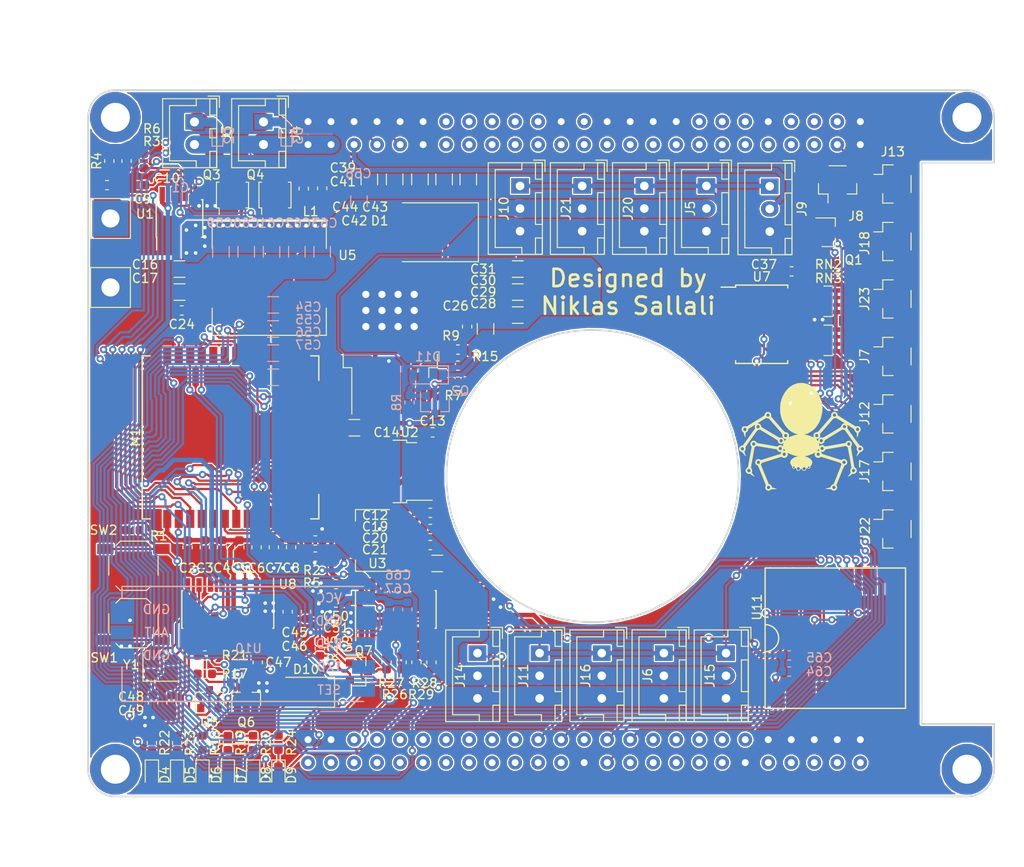
<source format=kicad_pcb>
(kicad_pcb (version 20171130) (host pcbnew "(5.0.0)")
  (layers (0 F.Cu signal) (31 B.Cu signal) (34 B.Paste user) (35 F.Paste user) (36 B.SilkS user) (37 F.SilkS user) (38 B.Mask user) (39 F.Mask user) (44 Edge.Cuts user))
  (net 0 "")
  (net 1 GND)
  (net 2 "Net-(U4-Pad93)")
  (net 3 "Net-(U4-Pad92)")
  (net 4 "Net-(U4-Pad91)")
  (net 5 "Net-(U4-Pad90)")
  (net 6 "Net-(U4-Pad83)")
  (net 7 "Net-(U4-Pad82)")
  (net 8 "Net-(U4-Pad81)")
  (net 9 "Net-(U4-Pad79)")
  (net 10 "Net-(U4-Pad78)")
  (net 11 "Net-(U4-Pad77)")
  (net 12 VDD)
  (net 13 D+)
  (net 14 D-)
  (net 15 "Net-(U4-Pad68)")
  (net 16 "Net-(U4-Pad67)")
  (net 17 "Net-(U4-Pad66)")
  (net 18 "Net-(U4-Pad65)")
  (net 19 "Net-(U4-Pad62)")
  (net 20 "Net-(U4-Pad61)")
  (net 21 "Net-(U4-Pad60)")
  (net 22 "Net-(U4-Pad59)")
  (net 23 "Net-(U4-Pad58)")
  (net 24 "Net-(U4-Pad57)")
  (net 25 "Net-(U4-Pad56)")
  (net 26 "Net-(U4-Pad55)")
  (net 27 "Net-(U4-Pad54)")
  (net 28 "Net-(U4-Pad53)")
  (net 29 SW)
  (net 30 "Net-(U4-Pad48)")
  (net 31 "Net-(U4-Pad47)")
  (net 32 "Net-(U4-Pad46)")
  (net 33 "Net-(U4-Pad45)")
  (net 34 "Net-(U4-Pad44)")
  (net 35 "Net-(U4-Pad43)")
  (net 36 "Net-(U4-Pad42)")
  (net 37 "Net-(U4-Pad41)")
  (net 38 CPU_INT)
  (net 39 CPU_SS)
  (net 40 "Net-(U4-Pad38)")
  (net 41 CPU_SCK)
  (net 42 CPU_MISO)
  (net 43 "Net-(U4-Pad34)")
  (net 44 "Net-(U4-Pad33)")
  (net 45 "Net-(U4-Pad32)")
  (net 46 "Net-(U4-Pad31)")
  (net 47 "Net-(U4-Pad25)")
  (net 48 "Net-(U4-Pad24)")
  (net 49 "Net-(U4-Pad23)")
  (net 50 "Net-(U4-Pad22)")
  (net 51 "Net-(U4-Pad21)")
  (net 52 "Net-(U4-Pad20)")
  (net 53 "Net-(U4-Pad19)")
  (net 54 "Net-(U4-Pad18)")
  (net 55 "Net-(U4-Pad17)")
  (net 56 "Net-(U4-Pad16)")
  (net 57 "Net-(U4-Pad15)")
  (net 58 "Net-(U4-Pad14)")
  (net 59 CPU_MOSI)
  (net 60 "Net-(U4-Pad11)")
  (net 61 "Net-(U4-Pad9)")
  (net 62 "Net-(U4-Pad8)")
  (net 63 "Net-(U4-Pad7)")
  (net 64 "Net-(U4-Pad5)")
  (net 65 "Net-(U4-Pad4)")
  (net 66 "Net-(U4-Pad3)")
  (net 67 "Net-(U4-Pad2)")
  (net 68 "Net-(U4-Pad1)")
  (net 69 "Net-(U10-Pad7)")
  (net 70 IO11)
  (net 71 H_RX)
  (net 72 H_TX)
  (net 73 "Net-(C66-Pad1)")
  (net 74 +5V)
  (net 75 "Net-(U11-Pad3)")
  (net 76 "Net-(U11-Pad4)")
  (net 77 "Net-(U11-Pad5)")
  (net 78 "Net-(U11-Pad6)")
  (net 79 "Net-(U11-Pad7)")
  (net 80 "Net-(D3-Pad2)")
  (net 81 "Net-(D2-Pad2)")
  (net 82 +3V3)
  (net 83 EN)
  (net 84 FAN1)
  (net 85 FAN2)
  (net 86 CPU_SW)
  (net 87 BAT_M)
  (net 88 CUR_M)
  (net 89 COM)
  (net 90 ADC_S0)
  (net 91 ADC_S1)
  (net 92 ADC_S2)
  (net 93 ADC_S3)
  (net 94 LED_IO)
  (net 95 IO0)
  (net 96 IO4)
  (net 97 S_RX)
  (net 98 S_TX)
  (net 99 IO5)
  (net 100 S_TX_ENB)
  (net 101 S_RX_ENB)
  (net 102 "Net-(M1-Pad32)")
  (net 103 SDA)
  (net 104 USB_TX)
  (net 105 USB_RX)
  (net 106 SCL)
  (net 107 "Net-(M1-Pad16)")
  (net 108 "Net-(M1-Pad20)")
  (net 109 "Net-(M1-Pad21)")
  (net 110 "Net-(M1-Pad22)")
  (net 111 "Net-(M1-Pad23)")
  (net 112 "Net-(M1-Pad24)")
  (net 113 +BATT)
  (net 114 "Net-(R15-Pad1)")
  (net 115 VBUS)
  (net 116 ADC5)
  (net 117 ADC7)
  (net 118 ADC6)
  (net 119 ADC8)
  (net 120 ADC4)
  (net 121 ADC2)
  (net 122 ADC3)
  (net 123 ADC1)
  (net 124 "Net-(D4-Pad1)")
  (net 125 "Net-(R3-Pad1)")
  (net 126 "Net-(R3-Pad2)")
  (net 127 "Net-(D5-Pad1)")
  (net 128 "Net-(D6-Pad2)")
  (net 129 "Net-(D7-Pad2)")
  (net 130 "Net-(D8-Pad2)")
  (net 131 "Net-(Q5-Pad2)")
  (net 132 "Net-(Q6-Pad1)")
  (net 133 "Net-(D9-Pad1)")
  (net 134 "Net-(Q7-Pad3)")
  (net 135 "Net-(Q6-Pad2)")
  (net 136 "Net-(Q5-Pad1)")
  (net 137 S_SERIAL)
  (net 138 "Net-(R28-Pad1)")
  (net 139 "Net-(C9-Pad1)")
  (net 140 "Net-(C48-Pad1)")
  (net 141 "Net-(C49-Pad1)")
  (net 142 "Net-(U8-Pad9)")
  (net 143 "Net-(U8-Pad10)")
  (net 144 "Net-(U8-Pad11)")
  (net 145 "Net-(U8-Pad12)")
  (net 146 "Net-(U8-Pad15)")
  (net 147 "Net-(U7-Pad2)")
  (net 148 "Net-(U7-Pad3)")
  (net 149 "Net-(U7-Pad4)")
  (net 150 "Net-(U7-Pad5)")
  (net 151 "Net-(U7-Pad6)")
  (net 152 "Net-(U7-Pad7)")
  (net 153 "Net-(U7-Pad8)")
  (net 154 "Net-(U7-Pad9)")
  (net 155 "Net-(M1-Pad6)")
  (net 156 "Net-(U4-Pad64)")
  (net 157 "Net-(D1-Pad2)")
  (net 158 5V)
  (net 159 "Net-(Q2-Pad3)")
  (net 160 V_LIM)
  (module Resistor_SMD:R_0603_1608Metric (layer B.Cu) (at 157.48 110.49 270)
    (fp_text reference R8 (at 0 1.43 270) (layer B.SilkS) (effects (justify mirror)))
    (fp_text value 10k)
    (pad 1 smd roundrect (at -0.7875 0 270) (size 0.875 0.95) (layers B.Cu B.Paste B.Mask) (net 160 V_LIM))
    (pad 2 smd roundrect (at 0.7875 0 270) (size 0.875 0.95) (layers B.Cu B.Paste B.Mask) (net 1 GND))
  )
  (module Capacitor_SMD:C_0603_1608Metric (layer F.Cu) (at 132.334 100.33 180)
    (fp_text reference C24 (at 0 -1.524 180) (layer F.SilkS))
    (fp_text value 100n)
    (pad 1 smd roundrect (at -0.7875 0 180) (size 0.875 0.95) (layers F.Cu F.Paste F.Mask) (net 115 VBUS))
    (pad 2 smd roundrect (at 0.7875 0 180) (size 0.875 0.95) (layers F.Cu F.Paste F.Mask) (net 1 GND))
  )
  (module Inductor_SMD:L_12x12mm_H6mm (layer F.Cu) (at 141.986 96.774 180)
    (fp_text reference L1 (at -4.572 7.366 180) (layer F.SilkS))
    (fp_text value 33uH)
    (pad 1 smd rect (at -4.95 0 180) (size 2.9 5.4) (layers F.Cu F.Paste F.Mask) (net 157 "Net-(D1-Pad2)"))
    (pad 2 smd rect (at 4.95 0 180) (size 2.9 5.4) (layers F.Cu F.Paste F.Mask) (net 115 VBUS))
  )
  (module Diode_SMD:D_SOD-123 (layer B.Cu) (at 159.512 107.442 180)
    (fp_text reference D11 (at 0 2 180) (layer B.SilkS) (effects (justify mirror)))
    (fp_text value 1N4148W)
    (pad 1 smd rect (at -1.65 0 180) (size 0.9 1.2) (layers B.Cu B.Paste B.Mask) (net 12 VDD))
    (pad 2 smd rect (at 1.65 0 180) (size 0.9 1.2) (layers B.Cu B.Paste B.Mask) (net 160 V_LIM))
  )
  (module Package_TO_SOT_SMD:SOT-23 (layer B.Cu) (at 160.274 110.744 270)
    (fp_text reference Q2 (at -1.524 -2.794) (layer B.SilkS) (effects (justify mirror)))
    (fp_text value 2N7002)
    (pad 1 smd rect (at -1 0.95 270) (size 0.9 0.8) (layers B.Cu B.Paste B.Mask) (net 160 V_LIM))
    (pad 2 smd rect (at -1 -0.95 270) (size 0.9 0.8) (layers B.Cu B.Paste B.Mask) (net 1 GND))
    (pad 3 smd rect (at 1 0 270) (size 0.9 0.8) (layers B.Cu B.Paste B.Mask) (net 159 "Net-(Q2-Pad3)"))
  )
  (module Package_TO_SOT_SMD:TO-263-5_TabPin3 (layer F.Cu) (at 155.35 103.699 90)
    (fp_text reference U5 (at 9.465 -4.728 180) (layer F.SilkS))
    (fp_text value XL6009)
    (pad 1 smd rect (at -5.775 -3.4 90) (size 4.6 1.1) (layers F.Cu F.Paste F.Mask) (net 1 GND))
    (pad 2 smd rect (at -5.775 -1.7 90) (size 4.6 1.1) (layers F.Cu F.Paste F.Mask) (net 159 "Net-(Q2-Pad3)"))
    (pad 3 smd rect (at -5.775 0 90) (size 4.6 1.1) (layers F.Cu F.Paste F.Mask) (net 157 "Net-(D1-Pad2)"))
    (pad 4 smd rect (at -5.775 1.7 90) (size 4.6 1.1) (layers F.Cu F.Paste F.Mask) (net 115 VBUS))
    (pad 5 smd rect (at -5.775 3.4 90) (size 4.6 1.1) (layers F.Cu F.Paste F.Mask) (net 114 "Net-(R15-Pad1)"))
    (pad 3 smd rect (at 3.375 0 90) (size 9.4 10.8) (layers F.Cu F.Mask) (net 157 "Net-(D1-Pad2)"))
  )
  (module Connector_JST:JST_XH_B03B-XH-A_1x03_P2.50mm_Vertical (layer F.Cu) (at 164.973 138.176 270)
    (fp_text reference J14 (at 2.5 1.905 270) (layer F.SilkS))
    (fp_text value 01x03)
    (pad 1 thru_hole rect (at 0 0 270) (size 1.7 1.95) (drill 0.95) (layers *.Cu *.Mask) (net 106 SCL))
    (pad 2 thru_hole oval (at 2.5 0 270) (size 1.7 1.95) (drill 0.95) (layers *.Cu *.Mask) (net 115 VBUS))
    (pad 3 thru_hole oval (at 5 0 270) (size 1.7 1.95) (drill 0.95) (layers *.Cu *.Mask) (net 1 GND))
  )
  (module Connector_JST:JST_XH_B03B-XH-A_1x03_P2.50mm_Vertical (layer F.Cu) (at 197.231 86.614 270)
    (fp_text reference J9 (at 2.5 -3.55 270) (layer F.SilkS))
    (fp_text value 01x03)
    (pad 1 thru_hole rect (at 0 0 270) (size 1.7 1.95) (drill 0.95) (layers *.Cu *.Mask) (net 137 S_SERIAL))
    (pad 2 thru_hole oval (at 2.5 0 270) (size 1.7 1.95) (drill 0.95) (layers *.Cu *.Mask) (net 158 5V))
    (pad 3 thru_hole oval (at 5 0 270) (size 1.7 1.95) (drill 0.95) (layers *.Cu *.Mask) (net 1 GND))
  )
  (module Package_TO_SOT_SMD:TO-252-2 (layer F.Cu) (at 154.686 118.11 180)
    (fp_text reference U2 (at -2.794 4.318 180) (layer F.SilkS))
    (fp_text value KA78M05_TO252)
    (pad 1 smd rect (at -4.2 -2.28 180) (size 2.2 1.2) (layers F.Cu F.Paste F.Mask) (net 115 VBUS))
    (pad 3 smd rect (at -4.2 2.28 180) (size 2.2 1.2) (layers F.Cu F.Paste F.Mask) (net 74 +5V))
    (pad 2 smd rect (at 2.1 0 180) (size 6.4 5.8) (layers F.Cu F.Mask) (net 1 GND))
  )
  (module Diode_SMD:D_SMC (layer F.Cu) (at 160.274 91.694 180)
    (fp_text reference D1 (at 6.096 1.27 180) (layer F.SilkS))
    (fp_text value SS510)
    (pad 1 smd rect (at -3.4 0 270) (size 3.3 2.5) (layers F.Cu F.Paste F.Mask) (net 12 VDD))
    (pad 2 smd rect (at 3.4 0 270) (size 3.3 2.5) (layers F.Cu F.Paste F.Mask) (net 157 "Net-(D1-Pad2)"))
  )
  (module Resistor_SMD:R_0603_1608Metric (layer F.Cu) (at 162.814 106.426)
    (fp_text reference R15 (at 3.0225 -1.016 -180) (layer F.SilkS))
    (fp_text value 10k)
    (pad 2 smd roundrect (at 0.7875 0) (size 0.875 0.95) (layers F.Cu F.Paste F.Mask) (net 1 GND))
    (pad 1 smd roundrect (at -0.7875 0) (size 0.875 0.95) (layers F.Cu F.Paste F.Mask) (net 114 "Net-(R15-Pad1)"))
  )
  (module nik_things:lattepanda_alpha (layer F.Cu) (at 178 115 180)
    (fp_text reference U4 hide)
    (fp_text value lattepanda_alpha)
    (pad 100 thru_hole circle (at 31.73 35.53 180) (size 1.524 1.524) (drill 0.762) (layers *.Cu *.Mask) (net 1 GND))
    (pad 99 thru_hole circle (at 29.19 35.53 180) (size 1.524 1.524) (drill 0.762) (layers *.Cu *.Mask) (net 1 GND))
    (pad 98 thru_hole circle (at 26.65 35.53 180) (size 1.524 1.524) (drill 0.762) (layers *.Cu *.Mask) (net 1 GND))
    (pad 97 thru_hole circle (at 24.11 35.53 180) (size 1.524 1.524) (drill 0.762) (layers *.Cu *.Mask) (net 1 GND))
    (pad 50 thru_hole circle (at 31.73 -32.73 180) (size 1.524 1.524) (drill 0.762) (layers *.Cu *.Mask) (net 1 GND))
    (pad 49 thru_hole circle (at 29.19 -32.73 180) (size 1.524 1.524) (drill 0.762) (layers *.Cu *.Mask) (net 1 GND))
    (pad 1 thru_hole circle (at -29.23 -35.27 180) (size 1.524 1.524) (drill 0.762) (layers *.Cu *.Mask) (net 68 "Net-(U4-Pad1)"))
    (pad 2 thru_hole circle (at -26.69 -35.27 180) (size 1.524 1.524) (drill 0.762) (layers *.Cu *.Mask) (net 67 "Net-(U4-Pad2)"))
    (pad 3 thru_hole circle (at -24.15 -35.27 180) (size 1.524 1.524) (drill 0.762) (layers *.Cu *.Mask) (net 66 "Net-(U4-Pad3)"))
    (pad 4 thru_hole circle (at -21.61 -35.27 180) (size 1.524 1.524) (drill 0.762) (layers *.Cu *.Mask) (net 65 "Net-(U4-Pad4)"))
    (pad 5 thru_hole circle (at -19.07 -35.27 180) (size 1.524 1.524) (drill 0.762) (layers *.Cu *.Mask) (net 64 "Net-(U4-Pad5)"))
    (pad 6 thru_hole circle (at -16.53 -35.27 180) (size 1.524 1.524) (drill 0.762) (layers *.Cu *.Mask) (net 1 GND))
    (pad 7 thru_hole circle (at -13.99 -35.27 180) (size 1.524 1.524) (drill 0.762) (layers *.Cu *.Mask) (net 63 "Net-(U4-Pad7)"))
    (pad 8 thru_hole circle (at -11.45 -35.27 180) (size 1.524 1.524) (drill 0.762) (layers *.Cu *.Mask) (net 62 "Net-(U4-Pad8)"))
    (pad 9 thru_hole circle (at -8.91 -35.27 180) (size 1.524 1.524) (drill 0.762) (layers *.Cu *.Mask) (net 61 "Net-(U4-Pad9)"))
    (pad 10 thru_hole circle (at -6.37 -35.27 180) (size 1.524 1.524) (drill 0.762) (layers *.Cu *.Mask))
    (pad 11 thru_hole circle (at -3.83 -35.27 180) (size 1.524 1.524) (drill 0.762) (layers *.Cu *.Mask) (net 60 "Net-(U4-Pad11)"))
    (pad 12 thru_hole circle (at -1.29 -35.27 180) (size 1.524 1.524) (drill 0.762) (layers *.Cu *.Mask) (net 59 CPU_MOSI))
    (pad 13 thru_hole circle (at 1.25 -35.27 180) (size 1.524 1.524) (drill 0.762) (layers *.Cu *.Mask) (net 1 GND))
    (pad 14 thru_hole circle (at 3.79 -35.27 180) (size 1.524 1.524) (drill 0.762) (layers *.Cu *.Mask) (net 58 "Net-(U4-Pad14)"))
    (pad 15 thru_hole circle (at 6.33 -35.27 180) (size 1.524 1.524) (drill 0.762) (layers *.Cu *.Mask) (net 57 "Net-(U4-Pad15)"))
    (pad 16 thru_hole circle (at 8.87 -35.27 180) (size 1.524 1.524) (drill 0.762) (layers *.Cu *.Mask) (net 56 "Net-(U4-Pad16)"))
    (pad 17 thru_hole circle (at 11.41 -35.27 180) (size 1.524 1.524) (drill 0.762) (layers *.Cu *.Mask) (net 55 "Net-(U4-Pad17)"))
    (pad 18 thru_hole circle (at 13.95 -35.27 180) (size 1.524 1.524) (drill 0.762) (layers *.Cu *.Mask) (net 54 "Net-(U4-Pad18)"))
    (pad 19 thru_hole circle (at 16.49 -35.27 180) (size 1.524 1.524) (drill 0.762) (layers *.Cu *.Mask) (net 53 "Net-(U4-Pad19)"))
    (pad 20 thru_hole circle (at 19.03 -35.27 180) (size 1.524 1.524) (drill 0.762) (layers *.Cu *.Mask) (net 52 "Net-(U4-Pad20)"))
    (pad 21 thru_hole circle (at 21.57 -35.27 180) (size 1.524 1.524) (drill 0.762) (layers *.Cu *.Mask) (net 51 "Net-(U4-Pad21)"))
    (pad 22 thru_hole circle (at 24.11 -35.27 180) (size 1.524 1.524) (drill 0.762) (layers *.Cu *.Mask) (net 50 "Net-(U4-Pad22)"))
    (pad 23 thru_hole circle (at 26.65 -35.27 180) (size 1.524 1.524) (drill 0.762) (layers *.Cu *.Mask) (net 49 "Net-(U4-Pad23)"))
    (pad 24 thru_hole circle (at 29.19 -35.27 180) (size 1.524 1.524) (drill 0.762) (layers *.Cu *.Mask) (net 48 "Net-(U4-Pad24)"))
    (pad 25 thru_hole circle (at 31.73 -35.27 180) (size 1.524 1.524) (drill 0.762) (layers *.Cu *.Mask) (net 47 "Net-(U4-Pad25)"))
    (pad 26 thru_hole circle (at -29.23 -32.73 180) (size 1.524 1.524) (drill 0.762) (layers *.Cu *.Mask) (net 1 GND))
    (pad 27 thru_hole circle (at -26.69 -32.73 180) (size 1.524 1.524) (drill 0.762) (layers *.Cu *.Mask) (net 1 GND))
    (pad 28 thru_hole circle (at -24.15 -32.73 180) (size 1.524 1.524) (drill 0.762) (layers *.Cu *.Mask) (net 1 GND))
    (pad 29 thru_hole circle (at -21.61 -32.73 180) (size 1.524 1.524) (drill 0.762) (layers *.Cu *.Mask) (net 1 GND))
    (pad 30 thru_hole circle (at -19.07 -32.73 180) (size 1.524 1.524) (drill 0.762) (layers *.Cu *.Mask) (net 1 GND))
    (pad 31 thru_hole circle (at -16.53 -32.73 180) (size 1.524 1.524) (drill 0.762) (layers *.Cu *.Mask) (net 46 "Net-(U4-Pad31)"))
    (pad 32 thru_hole circle (at -13.99 -32.73 180) (size 1.524 1.524) (drill 0.762) (layers *.Cu *.Mask) (net 45 "Net-(U4-Pad32)"))
    (pad 33 thru_hole circle (at -11.45 -32.73 180) (size 1.524 1.524) (drill 0.762) (layers *.Cu *.Mask) (net 44 "Net-(U4-Pad33)"))
    (pad 34 thru_hole circle (at -8.91 -32.73 180) (size 1.524 1.524) (drill 0.762) (layers *.Cu *.Mask) (net 43 "Net-(U4-Pad34)"))
    (pad 35 thru_hole circle (at -6.37 -32.73 180) (size 1.524 1.524) (drill 0.762) (layers *.Cu *.Mask))
    (pad 36 thru_hole circle (at -3.83 -32.73 180) (size 1.524 1.524) (drill 0.762) (layers *.Cu *.Mask) (net 42 CPU_MISO))
    (pad 37 thru_hole circle (at -1.29 -32.73 180) (size 1.524 1.524) (drill 0.762) (layers *.Cu *.Mask) (net 41 CPU_SCK))
    (pad 38 thru_hole circle (at 1.25 -32.73 180) (size 1.524 1.524) (drill 0.762) (layers *.Cu *.Mask) (net 40 "Net-(U4-Pad38)"))
    (pad 39 thru_hole circle (at 3.79 -32.73 180) (size 1.524 1.524) (drill 0.762) (layers *.Cu *.Mask) (net 39 CPU_SS))
    (pad 40 thru_hole circle (at 6.33 -32.73 180) (size 1.524 1.524) (drill 0.762) (layers *.Cu *.Mask) (net 38 CPU_INT))
    (pad 41 thru_hole circle (at 8.87 -32.73 180) (size 1.524 1.524) (drill 0.762) (layers *.Cu *.Mask) (net 37 "Net-(U4-Pad41)"))
    (pad 42 thru_hole circle (at 11.41 -32.73 180) (size 1.524 1.524) (drill 0.762) (layers *.Cu *.Mask) (net 36 "Net-(U4-Pad42)"))
    (pad 43 thru_hole circle (at 13.95 -32.73 180) (size 1.524 1.524) (drill 0.762) (layers *.Cu *.Mask) (net 35 "Net-(U4-Pad43)"))
    (pad 44 thru_hole circle (at 16.49 -32.73 180) (size 1.524 1.524) (drill 0.762) (layers *.Cu *.Mask) (net 34 "Net-(U4-Pad44)"))
    (pad 45 thru_hole circle (at 19.03 -32.73 180) (size 1.524 1.524) (drill 0.762) (layers *.Cu *.Mask) (net 33 "Net-(U4-Pad45)"))
    (pad 46 thru_hole circle (at 21.57 -32.73 180) (size 1.524 1.524) (drill 0.762) (layers *.Cu *.Mask) (net 32 "Net-(U4-Pad46)"))
    (pad 47 thru_hole circle (at 24.11 -32.73 180) (size 1.524 1.524) (drill 0.762) (layers *.Cu *.Mask) (net 31 "Net-(U4-Pad47)"))
    (pad 48 thru_hole circle (at 26.65 -32.73 180) (size 1.524 1.524) (drill 0.762) (layers *.Cu *.Mask) (net 30 "Net-(U4-Pad48)"))
    (pad 51 thru_hole circle (at -29.23 32.99 180) (size 1.524 1.524) (drill 0.762) (layers *.Cu *.Mask) (net 1 GND))
    (pad 52 thru_hole circle (at -26.69 32.99 180) (size 1.524 1.524) (drill 0.762) (layers *.Cu *.Mask) (net 29 SW))
    (pad 53 thru_hole circle (at -24.15 32.99 180) (size 1.524 1.524) (drill 0.762) (layers *.Cu *.Mask) (net 28 "Net-(U4-Pad53)"))
    (pad 54 thru_hole circle (at -21.61 32.99 180) (size 1.524 1.524) (drill 0.762) (layers *.Cu *.Mask) (net 27 "Net-(U4-Pad54)"))
    (pad 55 thru_hole circle (at -19.07 32.99 180) (size 1.524 1.524) (drill 0.762) (layers *.Cu *.Mask) (net 26 "Net-(U4-Pad55)"))
    (pad 56 thru_hole circle (at -16.53 32.99 180) (size 1.524 1.524) (drill 0.762) (layers *.Cu *.Mask) (net 25 "Net-(U4-Pad56)"))
    (pad 57 thru_hole circle (at -13.99 32.99 180) (size 1.524 1.524) (drill 0.762) (layers *.Cu *.Mask) (net 24 "Net-(U4-Pad57)"))
    (pad 58 thru_hole circle (at -11.45 32.99 180) (size 1.524 1.524) (drill 0.762) (layers *.Cu *.Mask) (net 23 "Net-(U4-Pad58)"))
    (pad 59 thru_hole circle (at -8.91 32.99 180) (size 1.524 1.524) (drill 0.762) (layers *.Cu *.Mask) (net 22 "Net-(U4-Pad59)"))
    (pad 60 thru_hole circle (at -6.37 32.99 180) (size 1.524 1.524) (drill 0.762) (layers *.Cu *.Mask) (net 21 "Net-(U4-Pad60)"))
    (pad 61 thru_hole circle (at -3.83 32.99 180) (size 1.524 1.524) (drill 0.762) (layers *.Cu *.Mask) (net 20 "Net-(U4-Pad61)"))
    (pad 62 thru_hole circle (at -1.29 32.99 180) (size 1.524 1.524) (drill 0.762) (layers *.Cu *.Mask) (net 19 "Net-(U4-Pad62)"))
    (pad 63 thru_hole circle (at 1.25 32.99 180) (size 1.524 1.524) (drill 0.762) (layers *.Cu *.Mask))
    (pad 64 thru_hole circle (at 3.79 32.99 180) (size 1.524 1.524) (drill 0.762) (layers *.Cu *.Mask) (net 156 "Net-(U4-Pad64)"))
    (pad 65 thru_hole circle (at 6.33 32.99 180) (size 1.524 1.524) (drill 0.762) (layers *.Cu *.Mask) (net 18 "Net-(U4-Pad65)"))
    (pad 66 thru_hole circle (at 8.87 32.99 180) (size 1.524 1.524) (drill 0.762) (layers *.Cu *.Mask) (net 17 "Net-(U4-Pad66)"))
    (pad 67 thru_hole circle (at 11.41 32.99 180) (size 1.524 1.524) (drill 0.762) (layers *.Cu *.Mask) (net 16 "Net-(U4-Pad67)"))
    (pad 68 thru_hole circle (at 13.95 32.99 180) (size 1.524 1.524) (drill 0.762) (layers *.Cu *.Mask) (net 15 "Net-(U4-Pad68)"))
    (pad 69 thru_hole circle (at 16.49 32.99 180) (size 1.524 1.524) (drill 0.762) (layers *.Cu *.Mask))
    (pad 70 thru_hole circle (at 19.03 32.99 180) (size 1.524 1.524) (drill 0.762) (layers *.Cu *.Mask) (net 1 GND))
    (pad 71 thru_hole circle (at 21.57 32.99 180) (size 1.524 1.524) (drill 0.762) (layers *.Cu *.Mask) (net 14 D-))
    (pad 72 thru_hole circle (at 24.11 32.99 180) (size 1.524 1.524) (drill 0.762) (layers *.Cu *.Mask) (net 13 D+))
    (pad 73 thru_hole circle (at 26.65 32.99 180) (size 1.524 1.524) (drill 0.762) (layers *.Cu *.Mask) (net 158 5V))
    (pad 74 thru_hole circle (at 29.19 32.99 180) (size 1.524 1.524) (drill 0.762) (layers *.Cu *.Mask) (net 12 VDD))
    (pad 75 thru_hole circle (at 31.73 32.99 180) (size 1.524 1.524) (drill 0.762) (layers *.Cu *.Mask) (net 12 VDD))
    (pad 76 thru_hole circle (at -29.23 35.53 180) (size 1.524 1.524) (drill 0.762) (layers *.Cu *.Mask) (net 1 GND))
    (pad 77 thru_hole circle (at -26.69 35.53 180) (size 1.524 1.524) (drill 0.762) (layers *.Cu *.Mask) (net 11 "Net-(U4-Pad77)"))
    (pad 78 thru_hole circle (at -24.15 35.53 180) (size 1.524 1.524) (drill 0.762) (layers *.Cu *.Mask) (net 10 "Net-(U4-Pad78)"))
    (pad 79 thru_hole circle (at -21.61 35.53 180) (size 1.524 1.524) (drill 0.762) (layers *.Cu *.Mask) (net 9 "Net-(U4-Pad79)"))
    (pad 80 thru_hole circle (at -19.07 35.53 180) (size 1.524 1.524) (drill 0.762) (layers *.Cu *.Mask) (net 1 GND))
    (pad 81 thru_hole circle (at -16.53 35.53 180) (size 1.524 1.524) (drill 0.762) (layers *.Cu *.Mask) (net 8 "Net-(U4-Pad81)"))
    (pad 82 thru_hole circle (at -13.99 35.53 180) (size 1.524 1.524) (drill 0.762) (layers *.Cu *.Mask) (net 7 "Net-(U4-Pad82)"))
    (pad 83 thru_hole circle (at -11.45 35.53 180) (size 1.524 1.524) (drill 0.762) (layers *.Cu *.Mask) (net 6 "Net-(U4-Pad83)"))
    (pad 84 thru_hole circle (at -8.91 35.53 180) (size 1.524 1.524) (drill 0.762) (layers *.Cu *.Mask) (net 1 GND))
    (pad 85 thru_hole circle (at -6.37 35.53 180) (size 1.524 1.524) (drill 0.762) (layers *.Cu *.Mask) (net 1 GND))
    (pad 86 thru_hole circle (at -3.83 35.53 180) (size 1.524 1.524) (drill 0.762) (layers *.Cu *.Mask) (net 1 GND))
    (pad 87 thru_hole circle (at -1.29 35.53 180) (size 1.524 1.524) (drill 0.762) (layers *.Cu *.Mask) (net 1 GND))
    (pad 88 thru_hole circle (at 1.25 35.53 180) (size 1.524 1.524) (drill 0.762) (layers *.Cu *.Mask))
    (pad 89 thru_hole circle (at 3.79 35.53 180) (size 1.524 1.524) (drill 0.762) (layers *.Cu *.Mask) (net 1 GND))
    (pad 90 thru_hole circle (at 6.33 35.53 180) (size 1.524 1.524) (drill 0.762) (layers *.Cu *.Mask) (net 5 "Net-(U4-Pad90)"))
    (pad 91 thru_hole circle (at 8.87 35.53 180) (size 1.524 1.524) (drill 0.762) (layers *.Cu *.Mask) (net 4 "Net-(U4-Pad91)"))
    (pad 92 thru_hole circle (at 11.41 35.53 180) (size 1.524 1.524) (drill 0.762) (layers *.Cu *.Mask) (net 3 "Net-(U4-Pad92)"))
    (pad 93 thru_hole circle (at 13.95 35.53 180) (size 1.524 1.524) (drill 0.762) (layers *.Cu *.Mask) (net 2 "Net-(U4-Pad93)"))
    (pad 94 thru_hole circle (at 16.49 35.53 180) (size 1.524 1.524) (drill 0.762) (layers *.Cu *.Mask))
    (pad 95 thru_hole circle (at 19.03 35.53 180) (size 1.524 1.524) (drill 0.762) (layers *.Cu *.Mask) (net 1 GND))
    (pad 96 thru_hole circle (at 21.57 35.53 180) (size 1.524 1.524) (drill 0.762) (layers *.Cu *.Mask) (net 1 GND))
  )
  (module nik_things:nik_logo_15x13 (layer F.Cu) (at 200.787 114.554)
    (fp_text reference MH5 hide)
    (fp_text value MountingHole hide)
  )
  (module nik_things:GY953_IMU (layer F.Cu) (at 204.47 136.525 90)
    (fp_text reference U11 (at 3.429 -8.636 90) (layer F.SilkS))
    (fp_text value gy953_imu)
    (pad 1 smd rect (at -6.35 -6.35 90) (size 3 1.524) (layers F.Cu F.Paste F.Mask) (net 74 +5V))
    (pad 2 smd rect (at -6.35 -3.81 90) (size 3 1.524) (layers F.Cu F.Paste F.Mask) (net 1 GND))
    (pad 3 smd rect (at -6.35 -1.27 90) (size 3 1.524) (layers F.Cu F.Paste F.Mask) (net 75 "Net-(U11-Pad3)"))
    (pad 4 smd rect (at -6.35 1.27 90) (size 3 1.524) (layers F.Cu F.Paste F.Mask) (net 76 "Net-(U11-Pad4)"))
    (pad 5 smd rect (at -6.35 3.81 90) (size 3 1.524) (layers F.Cu F.Paste F.Mask) (net 77 "Net-(U11-Pad5)"))
    (pad 6 smd rect (at -6.35 6.35 90) (size 3 1.524) (layers F.Cu F.Paste F.Mask) (net 78 "Net-(U11-Pad6)"))
    (pad 7 smd rect (at 6.35 6.35 90) (size 3 1.524) (layers F.Cu F.Paste F.Mask) (net 79 "Net-(U11-Pad7)"))
    (pad 8 smd rect (at 6.35 3.81 90) (size 3 1.524) (layers F.Cu F.Paste F.Mask) (net 38 CPU_INT))
    (pad 9 smd rect (at 6.35 1.27 90) (size 3 1.524) (layers F.Cu F.Paste F.Mask) (net 59 CPU_MOSI))
    (pad 10 smd rect (at 6.35 -1.27 90) (size 3 1.524) (layers F.Cu F.Paste F.Mask) (net 42 CPU_MISO))
    (pad 11 smd rect (at 6.35 -3.81 90) (size 3 1.524) (layers F.Cu F.Paste F.Mask) (net 41 CPU_SCK))
    (pad 12 smd rect (at 6.35 -6.35 90) (size 3 1.524) (layers F.Cu F.Paste F.Mask) (net 39 CPU_SS))
  )
  (module Package_SO:SSOP-24_5.3x8.2mm_P0.65mm (layer F.Cu) (at 196.342 101.854)
    (fp_text reference U7 (at 0 -5.25) (layer F.SilkS))
    (fp_text value CD74HC4067SM)
    (pad 1 smd rect (at -3.6 -3.575) (size 1.75 0.45) (layers F.Cu F.Paste F.Mask) (net 89 COM))
    (pad 2 smd rect (at -3.6 -2.925) (size 1.75 0.45) (layers F.Cu F.Paste F.Mask) (net 147 "Net-(U7-Pad2)"))
    (pad 3 smd rect (at -3.6 -2.275) (size 1.75 0.45) (layers F.Cu F.Paste F.Mask) (net 148 "Net-(U7-Pad3)"))
    (pad 4 smd rect (at -3.6 -1.625) (size 1.75 0.45) (layers F.Cu F.Paste F.Mask) (net 149 "Net-(U7-Pad4)"))
    (pad 5 smd rect (at -3.6 -0.975) (size 1.75 0.45) (layers F.Cu F.Paste F.Mask) (net 150 "Net-(U7-Pad5)"))
    (pad 6 smd rect (at -3.6 -0.325) (size 1.75 0.45) (layers F.Cu F.Paste F.Mask) (net 151 "Net-(U7-Pad6)"))
    (pad 7 smd rect (at -3.6 0.325) (size 1.75 0.45) (layers F.Cu F.Paste F.Mask) (net 152 "Net-(U7-Pad7)"))
    (pad 8 smd rect (at -3.6 0.975) (size 1.75 0.45) (layers F.Cu F.Paste F.Mask) (net 153 "Net-(U7-Pad8)"))
    (pad 9 smd rect (at -3.6 1.625) (size 1.75 0.45) (layers F.Cu F.Paste F.Mask) (net 154 "Net-(U7-Pad9)"))
    (pad 10 smd rect (at -3.6 2.275) (size 1.75 0.45) (layers F.Cu F.Paste F.Mask) (net 90 ADC_S0))
    (pad 11 smd rect (at -3.6 2.925) (size 1.75 0.45) (layers F.Cu F.Paste F.Mask) (net 91 ADC_S1))
    (pad 12 smd rect (at -3.6 3.575) (size 1.75 0.45) (layers F.Cu F.Paste F.Mask) (net 1 GND))
    (pad 13 smd rect (at 3.6 3.575) (size 1.75 0.45) (layers F.Cu F.Paste F.Mask) (net 93 ADC_S3))
    (pad 14 smd rect (at 3.6 2.925) (size 1.75 0.45) (layers F.Cu F.Paste F.Mask) (net 92 ADC_S2))
    (pad 15 smd rect (at 3.6 2.275) (size 1.75 0.45) (layers F.Cu F.Paste F.Mask) (net 1 GND))
    (pad 16 smd rect (at 3.6 1.625) (size 1.75 0.45) (layers F.Cu F.Paste F.Mask) (net 123 ADC1))
    (pad 17 smd rect (at 3.6 0.975) (size 1.75 0.45) (layers F.Cu F.Paste F.Mask) (net 121 ADC2))
    (pad 18 smd rect (at 3.6 0.325) (size 1.75 0.45) (layers F.Cu F.Paste F.Mask) (net 122 ADC3))
    (pad 19 smd rect (at 3.6 -0.325) (size 1.75 0.45) (layers F.Cu F.Paste F.Mask) (net 120 ADC4))
    (pad 20 smd rect (at 3.6 -0.975) (size 1.75 0.45) (layers F.Cu F.Paste F.Mask) (net 116 ADC5))
    (pad 21 smd rect (at 3.6 -1.625) (size 1.75 0.45) (layers F.Cu F.Paste F.Mask) (net 118 ADC6))
    (pad 22 smd rect (at 3.6 -2.275) (size 1.75 0.45) (layers F.Cu F.Paste F.Mask) (net 117 ADC7))
    (pad 23 smd rect (at 3.6 -2.925) (size 1.75 0.45) (layers F.Cu F.Paste F.Mask) (net 119 ADC8))
    (pad 24 smd rect (at 3.6 -3.575) (size 1.75 0.45) (layers F.Cu F.Paste F.Mask) (net 82 +3V3))
  )
  (module Connector_JST:JST_SH_BM02B-SRSS-TB_1x02-1MP_P1.00mm_Vertical (layer F.Cu) (at 210.82 99.06 270)
    (fp_text reference J23 (at 0 3.1115 270) (layer F.SilkS))
    (fp_text value Conn_01x02_Male)
    (pad MP smd rect (at 1.8 -1.2 270) (size 1.2 1.8) (layers F.Cu F.Paste F.Mask))
    (pad MP smd rect (at -1.8 -1.2 270) (size 1.2 1.8) (layers F.Cu F.Paste F.Mask))
    (pad 2 smd rect (at 0.5 1.325 270) (size 0.6 1.55) (layers F.Cu F.Paste F.Mask) (net 119 ADC8))
    (pad 1 smd rect (at -0.5 1.325 270) (size 0.6 1.55) (layers F.Cu F.Paste F.Mask) (net 1 GND))
  )
  (module Connector_JST:JST_SH_BM02B-SRSS-TB_1x02-1MP_P1.00mm_Vertical (layer F.Cu) (at 210.82 118.11 270)
    (fp_text reference J17 (at 0 3.1115 270) (layer F.SilkS))
    (fp_text value Conn_01x02_Male)
    (pad 1 smd rect (at -0.5 1.325 270) (size 0.6 1.55) (layers F.Cu F.Paste F.Mask) (net 1 GND))
    (pad 2 smd rect (at 0.5 1.325 270) (size 0.6 1.55) (layers F.Cu F.Paste F.Mask) (net 122 ADC3))
    (pad MP smd rect (at -1.8 -1.2 270) (size 1.2 1.8) (layers F.Cu F.Paste F.Mask))
    (pad MP smd rect (at 1.8 -1.2 270) (size 1.2 1.8) (layers F.Cu F.Paste F.Mask))
  )
  (module Connector_JST:JST_SH_BM02B-SRSS-TB_1x02-1MP_P1.00mm_Vertical (layer F.Cu) (at 210.82 124.46 270)
    (fp_text reference J22 (at 0 3.048 270) (layer F.SilkS))
    (fp_text value Conn_01x02_Male)
    (pad MP smd rect (at 1.8 -1.2 270) (size 1.2 1.8) (layers F.Cu F.Paste F.Mask))
    (pad MP smd rect (at -1.8 -1.2 270) (size 1.2 1.8) (layers F.Cu F.Paste F.Mask))
    (pad 2 smd rect (at 0.5 1.325 270) (size 0.6 1.55) (layers F.Cu F.Paste F.Mask) (net 120 ADC4))
    (pad 1 smd rect (at -0.5 1.325 270) (size 0.6 1.55) (layers F.Cu F.Paste F.Mask) (net 1 GND))
  )
  (module Connector_JST:JST_SH_BM02B-SRSS-TB_1x02-1MP_P1.00mm_Vertical (layer F.Cu) (at 210.82 92.71 270)
    (fp_text reference J18 (at 0.1905 3.1115 270) (layer F.SilkS))
    (fp_text value Conn_01x02_Male)
    (pad 1 smd rect (at -0.5 1.325 270) (size 0.6 1.55) (layers F.Cu F.Paste F.Mask) (net 1 GND))
    (pad 2 smd rect (at 0.5 1.325 270) (size 0.6 1.55) (layers F.Cu F.Paste F.Mask) (net 117 ADC7))
    (pad MP smd rect (at -1.8 -1.2 270) (size 1.2 1.8) (layers F.Cu F.Paste F.Mask))
    (pad MP smd rect (at 1.8 -1.2 270) (size 1.2 1.8) (layers F.Cu F.Paste F.Mask))
  )
  (module Connector_JST:JST_SH_BM02B-SRSS-TB_1x02-1MP_P1.00mm_Vertical (layer F.Cu) (at 210.82 111.76 270)
    (fp_text reference J12 (at -0.0635 3.1115 270) (layer F.SilkS))
    (fp_text value Conn_01x02_Male)
    (pad MP smd rect (at 1.8 -1.2 270) (size 1.2 1.8) (layers F.Cu F.Paste F.Mask))
    (pad MP smd rect (at -1.8 -1.2 270) (size 1.2 1.8) (layers F.Cu F.Paste F.Mask))
    (pad 2 smd rect (at 0.5 1.325 270) (size 0.6 1.55) (layers F.Cu F.Paste F.Mask) (net 121 ADC2))
    (pad 1 smd rect (at -0.5 1.325 270) (size 0.6 1.55) (layers F.Cu F.Paste F.Mask) (net 1 GND))
  )
  (module Connector_JST:JST_SH_BM02B-SRSS-TB_1x02-1MP_P1.00mm_Vertical (layer F.Cu) (at 210.82 105.41 270)
    (fp_text reference J7 (at 0 3.1115 270) (layer F.SilkS))
    (fp_text value Conn_01x02_Male)
    (pad 1 smd rect (at -0.5 1.325 270) (size 0.6 1.55) (layers F.Cu F.Paste F.Mask) (net 1 GND))
    (pad 2 smd rect (at 0.5 1.325 270) (size 0.6 1.55) (layers F.Cu F.Paste F.Mask) (net 123 ADC1))
    (pad MP smd rect (at -1.8 -1.2 270) (size 1.2 1.8) (layers F.Cu F.Paste F.Mask))
    (pad MP smd rect (at 1.8 -1.2 270) (size 1.2 1.8) (layers F.Cu F.Paste F.Mask))
  )
  (module Connector_JST:JST_SH_BM02B-SRSS-TB_1x02-1MP_P1.00mm_Vertical (layer F.Cu) (at 210.82 86.36 270)
    (fp_text reference J13 (at -3.556 0) (layer F.SilkS))
    (fp_text value Conn_01x02_Male)
    (pad MP smd rect (at 1.8 -1.2 270) (size 1.2 1.8) (layers F.Cu F.Paste F.Mask))
    (pad MP smd rect (at -1.8 -1.2 270) (size 1.2 1.8) (layers F.Cu F.Paste F.Mask))
    (pad 2 smd rect (at 0.5 1.325 270) (size 0.6 1.55) (layers F.Cu F.Paste F.Mask) (net 118 ADC6))
    (pad 1 smd rect (at -0.5 1.325 270) (size 0.6 1.55) (layers F.Cu F.Paste F.Mask) (net 1 GND))
  )
  (module Connector_JST:JST_SH_BM02B-SRSS-TB_1x02-1MP_P1.00mm_Vertical (layer F.Cu) (at 204.724 86.36)
    (fp_text reference J8 (at 2.032 3.556) (layer F.SilkS))
    (fp_text value Conn_01x02_Male)
    (pad 1 smd rect (at -0.5 1.325) (size 0.6 1.55) (layers F.Cu F.Paste F.Mask) (net 1 GND))
    (pad 2 smd rect (at 0.5 1.325) (size 0.6 1.55) (layers F.Cu F.Paste F.Mask) (net 116 ADC5))
    (pad MP smd rect (at -1.8 -1.2) (size 1.2 1.8) (layers F.Cu F.Paste F.Mask))
    (pad MP smd rect (at 1.8 -1.2) (size 1.2 1.8) (layers F.Cu F.Paste F.Mask))
  )
  (module Diode_SMD:D_SMA (layer F.Cu) (at 145.796 142.494 180)
    (fp_text reference D10 (at -0.254 2.54 180) (layer F.SilkS))
    (fp_text value 1N5819)
    (pad 1 smd rect (at -2 0 180) (size 2.5 1.8) (layers F.Cu F.Paste F.Mask) (net 73 "Net-(C66-Pad1)"))
    (pad 2 smd rect (at 2 0 180) (size 2.5 1.8) (layers F.Cu F.Paste F.Mask) (net 74 +5V))
  )
  (module Diode_SMD:D_SOD-523 (layer B.Cu) (at 143.891 81.026 90)
    (fp_text reference D3 (at 0 1.3 90) (layer B.SilkS) (effects (justify mirror)))
    (fp_text value 1N4148WT)
    (pad 1 smd rect (at -0.7 0 270) (size 0.6 0.7) (layers B.Cu B.Paste B.Mask) (net 12 VDD))
    (pad 2 smd rect (at 0.7 0 270) (size 0.6 0.7) (layers B.Cu B.Paste B.Mask) (net 80 "Net-(D3-Pad2)"))
  )
  (module Diode_SMD:D_SOD-523 (layer B.Cu) (at 136.271 81.026 90)
    (fp_text reference D2 (at 0 1.3 90) (layer B.SilkS) (effects (justify mirror)))
    (fp_text value 1N4148WT)
    (pad 2 smd rect (at 0.7 0 270) (size 0.6 0.7) (layers B.Cu B.Paste B.Mask) (net 81 "Net-(D2-Pad2)"))
    (pad 1 smd rect (at -0.7 0 270) (size 0.6 0.7) (layers B.Cu B.Paste B.Mask) (net 12 VDD))
  )
  (module Capacitor_SMD:C_1206_3216Metric (layer F.Cu) (at 163.957 85.852 90)
    (fp_text reference C32 hide)
    (fp_text value 10u)
    (pad 2 smd roundrect (at 1.4 0 90) (size 1.25 1.75) (layers F.Cu F.Paste F.Mask) (roundrect_rratio 0.2) (net 1 GND))
    (pad 1 smd roundrect (at -1.4 0 90) (size 1.25 1.75) (layers F.Cu F.Paste F.Mask) (roundrect_rratio 0.2) (net 12 VDD))
  )
  (module Capacitor_SMD:C_1206_3216Metric (layer F.Cu) (at 161.29 85.852 90)
    (fp_text reference C33 hide)
    (fp_text value 10u)
    (pad 1 smd roundrect (at -1.4 0 90) (size 1.25 1.75) (layers F.Cu F.Paste F.Mask) (roundrect_rratio 0.2) (net 12 VDD))
    (pad 2 smd roundrect (at 1.4 0 90) (size 1.25 1.75) (layers F.Cu F.Paste F.Mask) (roundrect_rratio 0.2) (net 1 GND))
  )
  (module Capacitor_SMD:C_0603_1608Metric (layer F.Cu) (at 163.83 102.108 270)
    (fp_text reference C26 (at -2.286 1.27) (layer F.SilkS))
    (fp_text value 100n)
    (pad 1 smd roundrect (at -0.7875 0 270) (size 0.875 0.95) (layers F.Cu F.Paste F.Mask) (net 12 VDD))
    (pad 2 smd roundrect (at 0.7875 0 270) (size 0.875 0.95) (layers F.Cu F.Paste F.Mask) (net 1 GND))
  )
  (module MountingHole:MountingHole_3.2mm_M3_DIN965_Pad (layer F.Cu) (at 219 151)
    (fp_text reference MH4 hide)
    (fp_text value MountingHole)
    (pad 1 thru_hole circle (at 0 0) (size 5.6 5.6) (drill 3.2) (layers *.Cu *.Mask))
  )
  (module MountingHole:MountingHole_3.2mm_M3_DIN965_Pad (layer F.Cu) (at 219 79)
    (fp_text reference MH3 hide)
    (fp_text value MountingHole)
    (pad 1 thru_hole circle (at 0 0) (size 5.6 5.6) (drill 3.2) (layers *.Cu *.Mask))
  )
  (module MountingHole:MountingHole_3.2mm_M3_DIN965_Pad (layer F.Cu) (at 125 151)
    (fp_text reference MH1 hide)
    (fp_text value MountingHole)
    (pad 1 thru_hole circle (at 0 0) (size 5.6 5.6) (drill 3.2) (layers *.Cu *.Mask))
  )
  (module MountingHole:MountingHole_3.2mm_M3_DIN965_Pad (layer F.Cu) (at 125 79)
    (fp_text reference MH2 hide)
    (fp_text value MountingHole)
    (pad 1 thru_hole circle (at 0 0) (size 5.6 5.6) (drill 3.2) (layers *.Cu *.Mask))
  )
  (module Button_Switch_SMD:SW_SPST_SKQG_WithoutStem (layer F.Cu) (at 127 134.874)
    (fp_text reference SW1 (at -3.2258 3.81) (layer F.SilkS))
    (fp_text value SW_Push)
    (pad 2 smd rect (at 3.1 1.85) (size 1.8 1.1) (layers F.Cu F.Paste F.Mask) (net 29 SW))
    (pad 2 smd rect (at -3.1 1.85) (size 1.8 1.1) (layers F.Cu F.Paste F.Mask) (net 29 SW))
    (pad 1 smd rect (at 3.1 -1.85) (size 1.8 1.1) (layers F.Cu F.Paste F.Mask) (net 1 GND))
    (pad 1 smd rect (at -3.1 -1.85) (size 1.8 1.1) (layers F.Cu F.Paste F.Mask) (net 1 GND))
  )
  (module Button_Switch_SMD:SW_SPST_SKQG_WithoutStem (layer F.Cu) (at 127 128.524 180)
    (fp_text reference SW2 (at 3.302 3.937 180) (layer F.SilkS))
    (fp_text value SW_Push)
    (pad 1 smd rect (at -3.1 -1.85 180) (size 1.8 1.1) (layers F.Cu F.Paste F.Mask) (net 1 GND))
    (pad 1 smd rect (at 3.1 -1.85 180) (size 1.8 1.1) (layers F.Cu F.Paste F.Mask) (net 1 GND))
    (pad 2 smd rect (at -3.1 1.85 180) (size 1.8 1.1) (layers F.Cu F.Paste F.Mask) (net 83 EN))
    (pad 2 smd rect (at 3.1 1.85 180) (size 1.8 1.1) (layers F.Cu F.Paste F.Mask) (net 83 EN))
  )
  (module Capacitor_SMD:C_0603_1608Metric (layer F.Cu) (at 136.779 126.492 270)
    (fp_text reference C4 (at 2.286 0) (layer F.SilkS))
    (fp_text value 100n)
    (pad 1 smd roundrect (at -0.7875 0 270) (size 0.875 0.95) (layers F.Cu F.Paste F.Mask) (net 82 +3V3))
    (pad 2 smd roundrect (at 0.7875 0 270) (size 0.875 0.95) (layers F.Cu F.Paste F.Mask) (net 1 GND))
  )
  (module Capacitor_SMD:C_0603_1608Metric (layer B.Cu) (at 132.207 85.1408)
    (fp_text reference C1 (at -0.0254 1.6256) (layer B.SilkS) (effects (justify mirror)))
    (fp_text value 100n)
    (pad 2 smd roundrect (at 0.7875 0) (size 0.875 0.95) (layers B.Cu B.Paste B.Mask) (net 1 GND))
    (pad 1 smd roundrect (at -0.7875 0) (size 0.875 0.95) (layers B.Cu B.Paste B.Mask) (net 74 +5V))
  )
  (module Capacitor_SMD:C_0603_1608Metric (layer F.Cu) (at 199.644 96.012 180)
    (fp_text reference C37 (at 3.048 0.762) (layer F.SilkS))
    (fp_text value 100n)
    (pad 2 smd roundrect (at 0.7875 0 180) (size 0.875 0.95) (layers F.Cu F.Paste F.Mask) (net 1 GND))
    (pad 1 smd roundrect (at -0.7875 0 180) (size 0.875 0.95) (layers F.Cu F.Paste F.Mask) (net 82 +3V3))
  )
  (module Capacitor_SMD:C_0603_1608Metric (layer F.Cu) (at 145.796 86.868 270)
    (fp_text reference C39 (at -2.286 -4.318) (layer F.SilkS))
    (fp_text value 100n)
    (pad 2 smd roundrect (at 0.7875 0 270) (size 0.875 0.95) (layers F.Cu F.Paste F.Mask) (net 1 GND))
    (pad 1 smd roundrect (at -0.7875 0 270) (size 0.875 0.95) (layers F.Cu F.Paste F.Mask) (net 12 VDD))
  )
  (module Capacitor_SMD:C_0603_1608Metric (layer F.Cu) (at 147.828 86.8425 270)
    (fp_text reference C41 (at -0.7365 -2.286) (layer F.SilkS))
    (fp_text value 100n)
    (pad 2 smd roundrect (at 0.7875 0 270) (size 0.875 0.95) (layers F.Cu F.Paste F.Mask) (net 1 GND))
    (pad 1 smd roundrect (at -0.7875 0 270) (size 0.875 0.95) (layers F.Cu F.Paste F.Mask) (net 12 VDD))
  )
  (module Capacitor_SMD:C_0603_1608Metric (layer F.Cu) (at 144.018 133.604 90)
    (fp_text reference C45 (at -2.286 0.762 180) (layer F.SilkS))
    (fp_text value 100n)
    (pad 1 smd roundrect (at -0.7875 0 90) (size 0.875 0.95) (layers F.Cu F.Paste F.Mask) (net 82 +3V3))
    (pad 2 smd roundrect (at 0.7875 0 90) (size 0.875 0.95) (layers F.Cu F.Paste F.Mask) (net 1 GND))
  )
  (module Capacitor_SMD:C_0603_1608Metric (layer B.Cu) (at 157.226 133.35 270)
    (fp_text reference C67 (at -2.286 1.016) (layer B.SilkS) (effects (justify mirror)))
    (fp_text value 1u)
    (pad 2 smd roundrect (at 0.7875 0 270) (size 0.875 0.95) (layers B.Cu B.Paste B.Mask) (net 1 GND))
    (pad 1 smd roundrect (at -0.7875 0 270) (size 0.875 0.95) (layers B.Cu B.Paste B.Mask) (net 73 "Net-(C66-Pad1)"))
  )
  (module Capacitor_SMD:C_0603_1608Metric (layer B.Cu) (at 155.194 133.35 270)
    (fp_text reference C66 (at -3.81 -1.016) (layer B.SilkS) (effects (justify mirror)))
    (fp_text value 100n)
    (pad 1 smd roundrect (at -0.7875 0 270) (size 0.875 0.95) (layers B.Cu B.Paste B.Mask) (net 73 "Net-(C66-Pad1)"))
    (pad 2 smd roundrect (at 0.7875 0 270) (size 0.875 0.95) (layers B.Cu B.Paste B.Mask) (net 1 GND))
  )
  (module Capacitor_SMD:C_0603_1608Metric (layer F.Cu) (at 140.716 139.192 90)
    (fp_text reference C47 (at 0 2.286 180) (layer F.SilkS))
    (fp_text value 10u)
    (pad 2 smd roundrect (at 0.7875 0 90) (size 0.875 0.95) (layers F.Cu F.Paste F.Mask) (net 1 GND))
    (pad 1 smd roundrect (at -0.7875 0 90) (size 0.875 0.95) (layers F.Cu F.Paste F.Mask) (net 83 EN))
  )
  (module Capacitor_SMD:C_0603_1608Metric (layer F.Cu) (at 131.191 143.637 270)
    (fp_text reference C48 (at -0.635 4.445) (layer F.SilkS))
    (fp_text value 22p)
    (pad 1 smd roundrect (at -0.7875 0 270) (size 0.875 0.95) (layers F.Cu F.Paste F.Mask) (net 140 "Net-(C48-Pad1)"))
    (pad 2 smd roundrect (at 0.7875 0 270) (size 0.875 0.95) (layers F.Cu F.Paste F.Mask) (net 1 GND))
  )
  (module Capacitor_SMD:C_0603_1608Metric (layer F.Cu) (at 129.159 143.637 270)
    (fp_text reference C49 (at 0.889 2.413 180) (layer F.SilkS))
    (fp_text value 22p)
    (pad 2 smd roundrect (at 0.7875 0 270) (size 0.875 0.95) (layers F.Cu F.Paste F.Mask) (net 1 GND))
    (pad 1 smd roundrect (at -0.7875 0 270) (size 0.875 0.95) (layers F.Cu F.Paste F.Mask) (net 141 "Net-(C49-Pad1)"))
  )
  (module Capacitor_SMD:C_0603_1608Metric (layer F.Cu) (at 149.352 130.556 180)
    (fp_text reference C50 (at 0 -3.556 180) (layer F.SilkS))
    (fp_text value 100n)
    (pad 1 smd roundrect (at -0.7875 0 180) (size 0.875 0.95) (layers F.Cu F.Paste F.Mask) (net 74 +5V))
    (pad 2 smd roundrect (at 0.7875 0 180) (size 0.875 0.95) (layers F.Cu F.Paste F.Mask) (net 1 GND))
  )
  (module Capacitor_SMD:C_0603_1608Metric (layer F.Cu) (at 149.352 132.588 180)
    (fp_text reference C51 (at 0 -2.794 180) (layer F.SilkS))
    (fp_text value 1u)
    (pad 1 smd roundrect (at -0.7875 0 180) (size 0.875 0.95) (layers F.Cu F.Paste F.Mask) (net 74 +5V))
    (pad 2 smd roundrect (at 0.7875 0 180) (size 0.875 0.95) (layers F.Cu F.Paste F.Mask) (net 1 GND))
  )
  (module Capacitor_SMD:C_0603_1608Metric (layer B.Cu) (at 199.39 140.208)
    (fp_text reference C64 (at 3.302 0 180) (layer B.SilkS) (effects (justify mirror)))
    (fp_text value 100n)
    (pad 1 smd roundrect (at -0.7875 0) (size 0.875 0.95) (layers B.Cu B.Paste B.Mask) (net 74 +5V))
    (pad 2 smd roundrect (at 0.7875 0) (size 0.875 0.95) (layers B.Cu B.Paste B.Mask) (net 1 GND))
  )
  (module Capacitor_SMD:C_0603_1608Metric (layer B.Cu) (at 199.39 138.43)
    (fp_text reference C65 (at 3.302 0.254) (layer B.SilkS) (effects (justify mirror)))
    (fp_text value 1u)
    (pad 2 smd roundrect (at 0.7875 0) (size 0.875 0.95) (layers B.Cu B.Paste B.Mask) (net 1 GND))
    (pad 1 smd roundrect (at -0.7875 0) (size 0.875 0.95) (layers B.Cu B.Paste B.Mask) (net 74 +5V))
  )
  (module Capacitor_SMD:C_0603_1608Metric (layer F.Cu) (at 146.05 133.604 90)
    (fp_text reference C46 (at -3.81 -1.27 180) (layer F.SilkS))
    (fp_text value 1u)
    (pad 1 smd roundrect (at -0.7875 0 90) (size 0.875 0.95) (layers F.Cu F.Paste F.Mask) (net 82 +3V3))
    (pad 2 smd roundrect (at 0.7875 0 90) (size 0.875 0.95) (layers F.Cu F.Paste F.Mask) (net 1 GND))
  )
  (module Capacitor_SMD:C_0603_1608Metric (layer F.Cu) (at 127.508 86.487 180)
    (fp_text reference C9 (at -0.508 -1.524 180) (layer F.SilkS))
    (fp_text value 1n)
    (pad 2 smd roundrect (at 0.7875 0 180) (size 0.875 0.95) (layers F.Cu F.Paste F.Mask) (net 1 GND))
    (pad 1 smd roundrect (at -0.7875 0 180) (size 0.875 0.95) (layers F.Cu F.Paste F.Mask) (net 139 "Net-(C9-Pad1)"))
  )
  (module Capacitor_SMD:C_0603_1608Metric (layer F.Cu) (at 159.766 122.682)
    (fp_text reference C12 (at -6.096 0.254 180) (layer F.SilkS))
    (fp_text value 100n)
    (pad 1 smd roundrect (at -0.7875 0) (size 0.875 0.95) (layers F.Cu F.Paste F.Mask) (net 115 VBUS))
    (pad 2 smd roundrect (at 0.7875 0) (size 0.875 0.95) (layers F.Cu F.Paste F.Mask) (net 1 GND))
  )
  (module Capacitor_SMD:C_0603_1608Metric (layer F.Cu) (at 160.02 113.792)
    (fp_text reference C13 (at 0 -1.27) (layer F.SilkS))
    (fp_text value 100n)
    (pad 2 smd roundrect (at 0.7875 0) (size 0.875 0.95) (layers F.Cu F.Paste F.Mask) (net 1 GND))
    (pad 1 smd roundrect (at -0.7875 0) (size 0.875 0.95) (layers F.Cu F.Paste F.Mask) (net 74 +5V))
  )
  (module Capacitor_SMD:C_0603_1608Metric (layer F.Cu) (at 144.399 126.492 270)
    (fp_text reference C8 (at 2.286 0) (layer F.SilkS))
    (fp_text value 1u)
    (pad 1 smd roundrect (at -0.7875 0 270) (size 0.875 0.95) (layers F.Cu F.Paste F.Mask) (net 82 +3V3))
    (pad 2 smd roundrect (at 0.7875 0 270) (size 0.875 0.95) (layers F.Cu F.Paste F.Mask) (net 1 GND))
  )
  (module Capacitor_SMD:C_0603_1608Metric (layer F.Cu) (at 142.494 126.492 270)
    (fp_text reference C7 (at 2.286 0) (layer F.SilkS))
    (fp_text value 1u)
    (pad 2 smd roundrect (at 0.7875 0 270) (size 0.875 0.95) (layers F.Cu F.Paste F.Mask) (net 1 GND))
    (pad 1 smd roundrect (at -0.7875 0 270) (size 0.875 0.95) (layers F.Cu F.Paste F.Mask) (net 82 +3V3))
  )
  (module Capacitor_SMD:C_0603_1608Metric (layer F.Cu) (at 124.079 86.487 180)
    (fp_text reference C10 (at -6.604 0.762 180) (layer F.SilkS))
    (fp_text value 1u)
    (pad 1 smd roundrect (at -0.7875 0 180) (size 0.875 0.95) (layers F.Cu F.Paste F.Mask) (net 88 CUR_M))
    (pad 2 smd roundrect (at 0.7875 0 180) (size 0.875 0.95) (layers F.Cu F.Paste F.Mask) (net 1 GND))
  )
  (module Capacitor_SMD:C_0603_1608Metric (layer F.Cu) (at 159.766 126.238)
    (fp_text reference C20 (at -6.096 -0.762) (layer F.SilkS))
    (fp_text value 100n)
    (pad 2 smd roundrect (at 0.7875 0) (size 0.875 0.95) (layers F.Cu F.Paste F.Mask) (net 1 GND))
    (pad 1 smd roundrect (at -0.7875 0) (size 0.875 0.95) (layers F.Cu F.Paste F.Mask) (net 82 +3V3))
  )
  (module Capacitor_SMD:C_0603_1608Metric (layer F.Cu) (at 140.589 126.492 270)
    (fp_text reference C6 (at 2.286 0) (layer F.SilkS))
    (fp_text value 100n)
    (pad 2 smd roundrect (at 0.7875 0 270) (size 0.875 0.95) (layers F.Cu F.Paste F.Mask) (net 1 GND))
    (pad 1 smd roundrect (at -0.7875 0 270) (size 0.875 0.95) (layers F.Cu F.Paste F.Mask) (net 82 +3V3))
  )
  (module Capacitor_SMD:C_0603_1608Metric (layer F.Cu) (at 138.684 126.492 270)
    (fp_text reference C5 (at 2.286 0) (layer F.SilkS))
    (fp_text value 100n)
    (pad 1 smd roundrect (at -0.7875 0 270) (size 0.875 0.95) (layers F.Cu F.Paste F.Mask) (net 82 +3V3))
    (pad 2 smd roundrect (at 0.7875 0 270) (size 0.875 0.95) (layers F.Cu F.Paste F.Mask) (net 1 GND))
  )
  (module Capacitor_SMD:C_0603_1608Metric (layer F.Cu) (at 134.874 126.492 270)
    (fp_text reference C3 (at 2.286 0) (layer F.SilkS))
    (fp_text value 100n)
    (pad 1 smd roundrect (at -0.7875 0 270) (size 0.875 0.95) (layers F.Cu F.Paste F.Mask) (net 82 +3V3))
    (pad 2 smd roundrect (at 0.7875 0 270) (size 0.875 0.95) (layers F.Cu F.Paste F.Mask) (net 1 GND))
  )
  (module Capacitor_SMD:C_0603_1608Metric (layer F.Cu) (at 132.969 126.492 270)
    (fp_text reference C2 (at 2.286 0) (layer F.SilkS))
    (fp_text value 100n)
    (pad 2 smd roundrect (at 0.7875 0 270) (size 0.875 0.95) (layers F.Cu F.Paste F.Mask) (net 1 GND))
    (pad 1 smd roundrect (at -0.7875 0 270) (size 0.875 0.95) (layers F.Cu F.Paste F.Mask) (net 82 +3V3))
  )
  (module Capacitor_SMD:C_0603_1608Metric (layer F.Cu) (at 159.766 124.46)
    (fp_text reference C19 (at -6.096 -0.254) (layer F.SilkS))
    (fp_text value 100n)
    (pad 1 smd roundrect (at -0.7875 0) (size 0.875 0.95) (layers F.Cu F.Paste F.Mask) (net 115 VBUS))
    (pad 2 smd roundrect (at 0.7875 0) (size 0.875 0.95) (layers F.Cu F.Paste F.Mask) (net 1 GND))
  )
  (module Capacitor_SMD:C_1206_3216Metric (layer B.Cu) (at 145.034 93.853 270)
    (fp_text reference C62 (at -3.175 -0.127) (layer B.SilkS) (effects (justify mirror)))
    (fp_text value 10u)
    (pad 2 smd roundrect (at 1.4 0 270) (size 1.25 1.75) (layers B.Cu B.Paste B.Mask) (roundrect_rratio 0.2) (net 1 GND))
    (pad 1 smd roundrect (at -1.4 0 270) (size 1.25 1.75) (layers B.Cu B.Paste B.Mask) (roundrect_rratio 0.2) (net 115 VBUS))
  )
  (module Capacitor_SMD:C_1206_3216Metric (layer B.Cu) (at 147.828 93.853 270)
    (fp_text reference C63 (at -3.175 -0.254) (layer B.SilkS) (effects (justify mirror)))
    (fp_text value 10u)
    (pad 1 smd roundrect (at -1.4 0 270) (size 1.25 1.75) (layers B.Cu B.Paste B.Mask) (roundrect_rratio 0.2) (net 115 VBUS))
    (pad 2 smd roundrect (at 1.4 0 270) (size 1.25 1.75) (layers B.Cu B.Paste B.Mask) (roundrect_rratio 0.2) (net 1 GND))
  )
  (module Capacitor_SMD:C_1206_3216Metric (layer B.Cu) (at 136.652 93.853 270)
    (fp_text reference C59 (at -3.175 0.127) (layer B.SilkS) (effects (justify mirror)))
    (fp_text value 10u)
    (pad 2 smd roundrect (at 1.4 0 270) (size 1.25 1.75) (layers B.Cu B.Paste B.Mask) (roundrect_rratio 0.2) (net 1 GND))
    (pad 1 smd roundrect (at -1.4 0 270) (size 1.25 1.75) (layers B.Cu B.Paste B.Mask) (roundrect_rratio 0.2) (net 115 VBUS))
  )
  (module Capacitor_SMD:C_1206_3216Metric (layer B.Cu) (at 151.892 88.265 90)
    (fp_text reference C58 (at 3.048 -0.0635 180) (layer B.SilkS) (effects (justify mirror)))
    (fp_text value 10u)
    (pad 1 smd roundrect (at -1.4 0 90) (size 1.25 1.75) (layers B.Cu B.Paste B.Mask) (roundrect_rratio 0.2) (net 115 VBUS))
    (pad 2 smd roundrect (at 1.4 0 90) (size 1.25 1.75) (layers B.Cu B.Paste B.Mask) (roundrect_rratio 0.2) (net 1 GND))
  )
  (module Capacitor_SMD:C_1206_3216Metric (layer B.Cu) (at 142.24 93.853 270)
    (fp_text reference C61 (at -3.175 0) (layer B.SilkS) (effects (justify mirror)))
    (fp_text value 10u)
    (pad 2 smd roundrect (at 1.4 0 270) (size 1.25 1.75) (layers B.Cu B.Paste B.Mask) (roundrect_rratio 0.2) (net 1 GND))
    (pad 1 smd roundrect (at -1.4 0 270) (size 1.25 1.75) (layers B.Cu B.Paste B.Mask) (roundrect_rratio 0.2) (net 115 VBUS))
  )
  (module Capacitor_SMD:C_1206_3216Metric (layer B.Cu) (at 142.418926 107.710798 180)
    (fp_text reference C57 (at -3.885074 3.570798 180) (layer B.SilkS) (effects (justify mirror)))
    (fp_text value 10u)
    (pad 1 smd roundrect (at -1.4 0 180) (size 1.25 1.75) (layers B.Cu B.Paste B.Mask) (roundrect_rratio 0.2) (net 115 VBUS))
    (pad 2 smd roundrect (at 1.4 0 180) (size 1.25 1.75) (layers B.Cu B.Paste B.Mask) (roundrect_rratio 0.2) (net 1 GND))
  )
  (module Capacitor_SMD:C_1206_3216Metric (layer B.Cu) (at 142.418926 102.376798 180)
    (fp_text reference C55 (at -3.885074 1.030798 180) (layer B.SilkS) (effects (justify mirror)))
    (fp_text value 10u)
    (pad 2 smd roundrect (at 1.4 0 180) (size 1.25 1.75) (layers B.Cu B.Paste B.Mask) (roundrect_rratio 0.2) (net 1 GND))
    (pad 1 smd roundrect (at -1.4 0 180) (size 1.25 1.75) (layers B.Cu B.Paste B.Mask) (roundrect_rratio 0.2) (net 115 VBUS))
  )
  (module Capacitor_SMD:C_1206_3216Metric (layer B.Cu) (at 142.418926 99.709798 180)
    (fp_text reference C54 (at -3.885074 -0.239202 180) (layer B.SilkS) (effects (justify mirror)))
    (fp_text value 10u)
    (pad 1 smd roundrect (at -1.4 0 180) (size 1.25 1.75) (layers B.Cu B.Paste B.Mask) (roundrect_rratio 0.2) (net 115 VBUS))
    (pad 2 smd roundrect (at 1.4 0 180) (size 1.25 1.75) (layers B.Cu B.Paste B.Mask) (roundrect_rratio 0.2) (net 1 GND))
  )
  (module Capacitor_SMD:C_1206_3216Metric (layer F.Cu) (at 165.862 102.362 270)
    (fp_text reference C28 (at -2.794 0.254) (layer F.SilkS))
    (fp_text value 10u)
    (pad 2 smd roundrect (at 1.4 0 270) (size 1.25 1.75) (layers F.Cu F.Paste F.Mask) (roundrect_rratio 0.2) (net 1 GND))
    (pad 1 smd roundrect (at -1.4 0 270) (size 1.25 1.75) (layers F.Cu F.Paste F.Mask) (roundrect_rratio 0.2) (net 12 VDD))
  )
  (module Capacitor_SMD:C_1206_3216Metric (layer F.Cu) (at 169.418 100.838)
    (fp_text reference C29 (at -3.81 -2.54 -180) (layer F.SilkS))
    (fp_text value 10u)
    (pad 1 smd roundrect (at -1.4 0) (size 1.25 1.75) (layers F.Cu F.Paste F.Mask) (roundrect_rratio 0.2) (net 12 VDD))
    (pad 2 smd roundrect (at 1.4 0) (size 1.25 1.75) (layers F.Cu F.Paste F.Mask) (roundrect_rratio 0.2) (net 1 GND))
  )
  (module Capacitor_SMD:C_1206_3216Metric (layer F.Cu) (at 169.418 98.298)
    (fp_text reference C30 (at -3.81 -1.27 -180) (layer F.SilkS))
    (fp_text value 10u)
    (pad 2 smd roundrect (at 1.4 0) (size 1.25 1.75) (layers F.Cu F.Paste F.Mask) (roundrect_rratio 0.2) (net 1 GND))
    (pad 1 smd roundrect (at -1.4 0) (size 1.25 1.75) (layers F.Cu F.Paste F.Mask) (roundrect_rratio 0.2) (net 12 VDD))
  )
  (module Capacitor_SMD:C_1206_3216Metric (layer B.Cu) (at 142.418926 105.043798 180)
    (fp_text reference C56 (at -3.885074 2.300798 180) (layer B.SilkS) (effects (justify mirror)))
    (fp_text value 10u)
    (pad 1 smd roundrect (at -1.4 0 180) (size 1.25 1.75) (layers B.Cu B.Paste B.Mask) (roundrect_rratio 0.2) (net 115 VBUS))
    (pad 2 smd roundrect (at 1.4 0 180) (size 1.25 1.75) (layers B.Cu B.Paste B.Mask) (roundrect_rratio 0.2) (net 1 GND))
  )
  (module Capacitor_SMD:C_1206_3216Metric (layer F.Cu) (at 169.418 95.758)
    (fp_text reference C31 (at -3.81 0) (layer F.SilkS))
    (fp_text value 10u)
    (pad 2 smd roundrect (at 1.4 0) (size 1.25 1.75) (layers F.Cu F.Paste F.Mask) (roundrect_rratio 0.2) (net 1 GND))
    (pad 1 smd roundrect (at -1.4 0) (size 1.25 1.75) (layers F.Cu F.Paste F.Mask) (roundrect_rratio 0.2) (net 12 VDD))
  )
  (module Capacitor_SMD:C_1206_3216Metric (layer B.Cu) (at 139.446 93.853 270)
    (fp_text reference C60 (at -3.175 0) (layer B.SilkS) (effects (justify mirror)))
    (fp_text value 10u)
    (pad 1 smd roundrect (at -1.4 0 270) (size 1.25 1.75) (layers B.Cu B.Paste B.Mask) (roundrect_rratio 0.2) (net 115 VBUS))
    (pad 2 smd roundrect (at 1.4 0 270) (size 1.25 1.75) (layers B.Cu B.Paste B.Mask) (roundrect_rratio 0.2) (net 1 GND))
  )
  (module Capacitor_SMD:C_1206_3216Metric (layer F.Cu) (at 160.528 128.27)
    (fp_text reference C21 (at -6.858 -1.524) (layer F.SilkS))
    (fp_text value 10u)
    (pad 1 smd roundrect (at -1.4 0) (size 1.25 1.75) (layers F.Cu F.Paste F.Mask) (roundrect_rratio 0.2) (net 82 +3V3))
    (pad 2 smd roundrect (at 1.4 0) (size 1.25 1.75) (layers F.Cu F.Paste F.Mask) (roundrect_rratio 0.2) (net 1 GND))
  )
  (module Capacitor_SMD:C_1206_3216Metric (layer F.Cu) (at 132.08 98.298 180)
    (fp_text reference C17 (at 3.81 1.524) (layer F.SilkS))
    (fp_text value 10u)
    (pad 1 smd roundrect (at -1.4 0 180) (size 1.25 1.75) (layers F.Cu F.Paste F.Mask) (roundrect_rratio 0.2) (net 115 VBUS))
    (pad 2 smd roundrect (at 1.4 0 180) (size 1.25 1.75) (layers F.Cu F.Paste F.Mask) (roundrect_rratio 0.2) (net 1 GND))
  )
  (module Capacitor_SMD:C_1206_3216Metric (layer F.Cu) (at 132.08 95.758 180)
    (fp_text reference C16 (at 3.81 0.508) (layer F.SilkS))
    (fp_text value 10u)
    (pad 1 smd roundrect (at -1.4 0 180) (size 1.25 1.75) (layers F.Cu F.Paste F.Mask) (roundrect_rratio 0.2) (net 115 VBUS))
    (pad 2 smd roundrect (at 1.4 0 180) (size 1.25 1.75) (layers F.Cu F.Paste F.Mask) (roundrect_rratio 0.2) (net 1 GND))
  )
  (module Capacitor_SMD:C_1206_3216Metric (layer F.Cu) (at 158.623 85.852 90)
    (fp_text reference C42 (at -4.572 -7.239 180) (layer F.SilkS))
    (fp_text value 10u)
    (pad 2 smd roundrect (at 1.4 0 90) (size 1.25 1.75) (layers F.Cu F.Paste F.Mask) (roundrect_rratio 0.2) (net 1 GND))
    (pad 1 smd roundrect (at -1.4 0 90) (size 1.25 1.75) (layers F.Cu F.Paste F.Mask) (roundrect_rratio 0.2) (net 12 VDD))
  )
  (module Capacitor_SMD:C_1206_3216Metric (layer F.Cu) (at 153.035 85.852 90)
    (fp_text reference C44 (at -3.048 -2.667 180) (layer F.SilkS))
    (fp_text value 10u)
    (pad 1 smd roundrect (at -1.4 0 90) (size 1.25 1.75) (layers F.Cu F.Paste F.Mask) (roundrect_rratio 0.2) (net 12 VDD))
    (pad 2 smd roundrect (at 1.4 0 90) (size 1.25 1.75) (layers F.Cu F.Paste F.Mask) (roundrect_rratio 0.2) (net 1 GND))
  )
  (module Capacitor_SMD:C_1206_3216Metric (layer F.Cu) (at 151.384 113.284 180)
    (fp_text reference C14 (at -3.556 -0.508 180) (layer F.SilkS))
    (fp_text value 10u)
    (pad 1 smd roundrect (at -1.4 0 180) (size 1.25 1.75) (layers F.Cu F.Paste F.Mask) (roundrect_rratio 0.2) (net 74 +5V))
    (pad 2 smd roundrect (at 1.4 0 180) (size 1.25 1.75) (layers F.Cu F.Paste F.Mask) (roundrect_rratio 0.2) (net 1 GND))
  )
  (module Capacitor_SMD:C_1206_3216Metric (layer F.Cu) (at 155.829 85.852 90)
    (fp_text reference C43 (at -3.048 -2.159 180) (layer F.SilkS))
    (fp_text value 10u)
    (pad 2 smd roundrect (at 1.4 0 90) (size 1.25 1.75) (layers F.Cu F.Paste F.Mask) (roundrect_rratio 0.2) (net 1 GND))
    (pad 1 smd roundrect (at -1.4 0 90) (size 1.25 1.75) (layers F.Cu F.Paste F.Mask) (roundrect_rratio 0.2) (net 12 VDD))
  )
  (module Connector_JST:JST_XH_B02B-XH-A_1x02_P2.50mm_Vertical (layer F.Cu) (at 133.731 79.502 270)
    (fp_text reference J3 (at 1.25 -3.55 270) (layer F.SilkS))
    (fp_text value Conn_01x02_Male)
    (pad 1 thru_hole rect (at 0 0 270) (size 1.7 2) (drill 1) (layers *.Cu *.Mask) (net 81 "Net-(D2-Pad2)"))
    (pad 2 thru_hole oval (at 2.5 0 270) (size 1.7 2) (drill 1) (layers *.Cu *.Mask) (net 12 VDD))
  )
  (module Connector_JST:JST_XH_B02B-XH-A_1x02_P2.50mm_Vertical (layer F.Cu) (at 141.351 79.502 270)
    (fp_text reference J4 (at 1.25 -3.55 270) (layer F.SilkS))
    (fp_text value Conn_01x02_Male)
    (pad 1 thru_hole rect (at 0 0 270) (size 1.7 2) (drill 1) (layers *.Cu *.Mask) (net 80 "Net-(D3-Pad2)"))
    (pad 2 thru_hole oval (at 2.5 0 270) (size 1.7 2) (drill 1) (layers *.Cu *.Mask) (net 12 VDD))
  )
  (module Connector_JST:JST_XH_B03B-XH-A_1x03_P2.50mm_Vertical (layer F.Cu) (at 192.405 138.176 270)
    (fp_text reference J15 (at 2.5 1.778 270) (layer F.SilkS))
    (fp_text value 01x03)
    (pad 1 thru_hole rect (at 0 0 270) (size 1.7 1.95) (drill 0.95) (layers *.Cu *.Mask) (net 137 S_SERIAL))
    (pad 2 thru_hole oval (at 2.5 0 270) (size 1.7 1.95) (drill 0.95) (layers *.Cu *.Mask) (net 115 VBUS))
    (pad 3 thru_hole oval (at 5 0 270) (size 1.7 1.95) (drill 0.95) (layers *.Cu *.Mask) (net 1 GND))
  )
  (module Connector_JST:JST_XH_B03B-XH-A_1x03_P2.50mm_Vertical (layer F.Cu) (at 185.547 138.176 270)
    (fp_text reference J6 (at 2.5 1.778 270) (layer F.SilkS))
    (fp_text value 01x03)
    (pad 3 thru_hole oval (at 5 0 270) (size 1.7 1.95) (drill 0.95) (layers *.Cu *.Mask) (net 1 GND))
    (pad 2 thru_hole oval (at 2.5 0 270) (size 1.7 1.95) (drill 0.95) (layers *.Cu *.Mask) (net 115 VBUS))
    (pad 1 thru_hole rect (at 0 0 270) (size 1.7 1.95) (drill 0.95) (layers *.Cu *.Mask) (net 137 S_SERIAL))
  )
  (module Connector_JST:JST_XH_B03B-XH-A_1x03_P2.50mm_Vertical (layer F.Cu) (at 190.246 86.574 270)
    (fp_text reference J5 (at 2.5 1.778 270) (layer F.SilkS))
    (fp_text value 01x03)
    (pad 1 thru_hole rect (at 0 0 270) (size 1.7 1.95) (drill 0.95) (layers *.Cu *.Mask) (net 137 S_SERIAL))
    (pad 2 thru_hole oval (at 2.5 0 270) (size 1.7 1.95) (drill 0.95) (layers *.Cu *.Mask) (net 115 VBUS))
    (pad 3 thru_hole oval (at 5 0 270) (size 1.7 1.95) (drill 0.95) (layers *.Cu *.Mask) (net 1 GND))
  )
  (module Connector_JST:JST_XH_B03B-XH-A_1x03_P2.50mm_Vertical (layer F.Cu) (at 178.689 138.176 270)
    (fp_text reference J16 (at 2.5 1.778 270) (layer F.SilkS))
    (fp_text value 01x03)
    (pad 3 thru_hole oval (at 5 0 270) (size 1.7 1.95) (drill 0.95) (layers *.Cu *.Mask) (net 1 GND))
    (pad 2 thru_hole oval (at 2.5 0 270) (size 1.7 1.95) (drill 0.95) (layers *.Cu *.Mask) (net 115 VBUS))
    (pad 1 thru_hole rect (at 0 0 270) (size 1.7 1.95) (drill 0.95) (layers *.Cu *.Mask) (net 137 S_SERIAL))
  )
  (module Connector_JST:JST_XH_B03B-XH-A_1x03_P2.50mm_Vertical (layer F.Cu) (at 171.831 138.176 270)
    (fp_text reference J11 (at 2.5 1.778 270) (layer F.SilkS))
    (fp_text value 01x03)
    (pad 3 thru_hole oval (at 5 0 270) (size 1.7 1.95) (drill 0.95) (layers *.Cu *.Mask) (net 1 GND))
    (pad 2 thru_hole oval (at 2.5 0 270) (size 1.7 1.95) (drill 0.95) (layers *.Cu *.Mask) (net 115 VBUS))
    (pad 1 thru_hole rect (at 0 0 270) (size 1.7 1.95) (drill 0.95) (layers *.Cu *.Mask) (net 137 S_SERIAL))
  )
  (module Connector_JST:JST_XH_B03B-XH-A_1x03_P2.50mm_Vertical (layer F.Cu) (at 176.53 86.574 270)
    (fp_text reference J21 (at 2.5 1.778 270) (layer F.SilkS))
    (fp_text value 01x03)
    (pad 1 thru_hole rect (at 0 0 270) (size 1.7 1.95) (drill 0.95) (layers *.Cu *.Mask) (net 137 S_SERIAL))
    (pad 2 thru_hole oval (at 2.5 0 270) (size 1.7 1.95) (drill 0.95) (layers *.Cu *.Mask) (net 115 VBUS))
    (pad 3 thru_hole oval (at 5 0 270) (size 1.7 1.95) (drill 0.95) (layers *.Cu *.Mask) (net 1 GND))
  )
  (module Connector_JST:JST_XH_B03B-XH-A_1x03_P2.50mm_Vertical (layer F.Cu) (at 183.388 86.574 270)
    (fp_text reference J20 (at 2.5 1.778 270) (layer F.SilkS))
    (fp_text value 01x03)
    (pad 3 thru_hole oval (at 5 0 270) (size 1.7 1.95) (drill 0.95) (layers *.Cu *.Mask) (net 1 GND))
    (pad 2 thru_hole oval (at 2.5 0 270) (size 1.7 1.95) (drill 0.95) (layers *.Cu *.Mask) (net 115 VBUS))
    (pad 1 thru_hole rect (at 0 0 270) (size 1.7 1.95) (drill 0.95) (layers *.Cu *.Mask) (net 137 S_SERIAL))
  )
  (module Connector_JST:JST_XH_B03B-XH-A_1x03_P2.50mm_Vertical (layer F.Cu) (at 169.672 86.574 270)
    (fp_text reference J10 (at 2.5 1.778 270) (layer F.SilkS))
    (fp_text value 01x03)
    (pad 1 thru_hole rect (at 0 0 270) (size 1.7 1.95) (drill 0.95) (layers *.Cu *.Mask) (net 137 S_SERIAL))
    (pad 2 thru_hole oval (at 2.5 0 270) (size 1.7 1.95) (drill 0.95) (layers *.Cu *.Mask) (net 115 VBUS))
    (pad 3 thru_hole oval (at 5 0 270) (size 1.7 1.95) (drill 0.95) (layers *.Cu *.Mask) (net 1 GND))
  )
  (module Crystal:Crystal_SMD_SeikoEpson_TSX3225-4Pin_3.2x2.5mm (layer F.Cu) (at 130.048 139.7)
    (fp_text reference Y1 (at -3.302 -0.254) (layer F.SilkS))
    (fp_text value 12Mhz)
    (pad 1 smd rect (at -1.1 0.8) (size 1.4 1.15) (layers F.Cu F.Paste F.Mask) (net 141 "Net-(C49-Pad1)"))
    (pad 2 smd rect (at 1.1 0.8) (size 1.4 1.15) (layers F.Cu F.Paste F.Mask) (net 1 GND))
    (pad 3 smd rect (at 1.1 -0.8) (size 1.4 1.15) (layers F.Cu F.Paste F.Mask) (net 140 "Net-(C48-Pad1)"))
    (pad 4 smd rect (at -1.1 -0.8) (size 1.4 1.15) (layers F.Cu F.Paste F.Mask) (net 1 GND))
  )
  (module LED_SMD:LED_0603_1608Metric_Pad1.05x0.95mm_HandSolder (layer F.Cu) (at 134.62 151.638 270)
    (fp_text reference D6 (at 0 -1.524 270) (layer F.SilkS))
    (fp_text value LED)
    (pad 2 smd roundrect (at 0.875 0 270) (size 1.05 0.95) (layers F.Cu F.Paste F.Mask) (net 128 "Net-(D6-Pad2)"))
    (pad 1 smd roundrect (at -0.875 0 270) (size 1.05 0.95) (layers F.Cu F.Paste F.Mask) (net 1 GND))
  )
  (module LED_SMD:LED_0603_1608Metric_Pad1.05x0.95mm_HandSolder (layer F.Cu) (at 143.002 151.638 270)
    (fp_text reference D9 (at 0 -1.43 270) (layer F.SilkS))
    (fp_text value LED)
    (pad 1 smd roundrect (at -0.875 0 270) (size 1.05 0.95) (layers F.Cu F.Paste F.Mask) (net 133 "Net-(D9-Pad1)"))
    (pad 2 smd roundrect (at 0.875 0 270) (size 1.05 0.95) (layers F.Cu F.Paste F.Mask) (net 82 +3V3))
  )
  (module LED_SMD:LED_0603_1608Metric_Pad1.05x0.95mm_HandSolder (layer F.Cu) (at 140.208 151.638 270)
    (fp_text reference D8 (at 0 -1.43 270) (layer F.SilkS))
    (fp_text value LED)
    (pad 2 smd roundrect (at 0.875 0 270) (size 1.05 0.95) (layers F.Cu F.Paste F.Mask) (net 130 "Net-(D8-Pad2)"))
    (pad 1 smd roundrect (at -0.875 0 270) (size 1.05 0.95) (layers F.Cu F.Paste F.Mask) (net 1 GND))
  )
  (module LED_SMD:LED_0603_1608Metric_Pad1.05x0.95mm_HandSolder (layer F.Cu) (at 131.826 151.638 270)
    (fp_text reference D5 (at 0 -1.43 270) (layer F.SilkS))
    (fp_text value LED)
    (pad 1 smd roundrect (at -0.875 0 270) (size 1.05 0.95) (layers F.Cu F.Paste F.Mask) (net 127 "Net-(D5-Pad1)"))
    (pad 2 smd roundrect (at 0.875 0 270) (size 1.05 0.95) (layers F.Cu F.Paste F.Mask) (net 82 +3V3))
  )
  (module LED_SMD:LED_0603_1608Metric_Pad1.05x0.95mm_HandSolder (layer F.Cu) (at 137.414 151.638 270)
    (fp_text reference D7 (at 0 -1.524 270) (layer F.SilkS))
    (fp_text value LED)
    (pad 2 smd roundrect (at 0.875 0 270) (size 1.05 0.95) (layers F.Cu F.Paste F.Mask) (net 129 "Net-(D7-Pad2)"))
    (pad 1 smd roundrect (at -0.875 0 270) (size 1.05 0.95) (layers F.Cu F.Paste F.Mask) (net 1 GND))
  )
  (module LED_SMD:LED_0603_1608Metric_Pad1.05x0.95mm_HandSolder (layer F.Cu) (at 129.032 151.638 270)
    (fp_text reference D4 (at 0 -1.43 270) (layer F.SilkS))
    (fp_text value LED)
    (pad 1 smd roundrect (at -0.875 0 270) (size 1.05 0.95) (layers F.Cu F.Paste F.Mask) (net 124 "Net-(D4-Pad1)"))
    (pad 2 smd roundrect (at 0.875 0 270) (size 1.05 0.95) (layers F.Cu F.Paste F.Mask) (net 82 +3V3))
  )
  (module Package_SO:SOIC-14_3.9x8.7mm_P1.27mm (layer F.Cu) (at 155.956 133.35 90)
    (fp_text reference U9 (at -3.81 -5.334 90) (layer F.SilkS))
    (fp_text value 74LS125)
    (pad 1 smd rect (at -2.7 -3.81 90) (size 1.5 0.6) (layers F.Cu F.Paste F.Mask) (net 100 S_TX_ENB))
    (pad 2 smd rect (at -2.7 -2.54 90) (size 1.5 0.6) (layers F.Cu F.Paste F.Mask) (net 134 "Net-(Q7-Pad3)"))
    (pad 3 smd rect (at -2.7 -1.27 90) (size 1.5 0.6) (layers F.Cu F.Paste F.Mask) (net 137 S_SERIAL))
    (pad 4 smd rect (at -2.7 0 90) (size 1.5 0.6) (layers F.Cu F.Paste F.Mask) (net 101 S_RX_ENB))
    (pad 5 smd rect (at -2.7 1.27 90) (size 1.5 0.6) (layers F.Cu F.Paste F.Mask) (net 137 S_SERIAL))
    (pad 6 smd rect (at -2.7 2.54 90) (size 1.5 0.6) (layers F.Cu F.Paste F.Mask) (net 138 "Net-(R28-Pad1)"))
    (pad 7 smd rect (at -2.7 3.81 90) (size 1.5 0.6) (layers F.Cu F.Paste F.Mask) (net 1 GND))
    (pad 8 smd rect (at 2.7 3.81 90) (size 1.5 0.6) (layers F.Cu F.Paste F.Mask))
    (pad 9 smd rect (at 2.7 2.54 90) (size 1.5 0.6) (layers F.Cu F.Paste F.Mask))
    (pad 10 smd rect (at 2.7 1.27 90) (size 1.5 0.6) (layers F.Cu F.Paste F.Mask))
    (pad 11 smd rect (at 2.7 0 90) (size 1.5 0.6) (layers F.Cu F.Paste F.Mask))
    (pad 12 smd rect (at 2.7 -1.27 90) (size 1.5 0.6) (layers F.Cu F.Paste F.Mask))
    (pad 13 smd rect (at 2.7 -2.54 90) (size 1.5 0.6) (layers F.Cu F.Paste F.Mask))
    (pad 14 smd rect (at 2.7 -3.81 90) (size 1.5 0.6) (layers F.Cu F.Paste F.Mask) (net 74 +5V))
  )
  (module Package_SO:SOIC-16_3.9x9.9mm_P1.27mm (layer F.Cu) (at 137.414 133.35 270)
    (fp_text reference U8 (at -2.794 -6.604) (layer F.SilkS))
    (fp_text value CH340G)
    (pad 1 smd rect (at -2.7 -4.445 270) (size 1.5 0.6) (layers F.Cu F.Paste F.Mask) (net 1 GND))
    (pad 2 smd rect (at -2.7 -3.175 270) (size 1.5 0.6) (layers F.Cu F.Paste F.Mask) (net 104 USB_TX))
    (pad 3 smd rect (at -2.7 -1.905 270) (size 1.5 0.6) (layers F.Cu F.Paste F.Mask) (net 105 USB_RX))
    (pad 4 smd rect (at -2.7 -0.635 270) (size 1.5 0.6) (layers F.Cu F.Paste F.Mask) (net 82 +3V3))
    (pad 5 smd rect (at -2.7 0.635 270) (size 1.5 0.6) (layers F.Cu F.Paste F.Mask) (net 13 D+))
    (pad 6 smd rect (at -2.7 1.905 270) (size 1.5 0.6) (layers F.Cu F.Paste F.Mask) (net 14 D-))
    (pad 7 smd rect (at -2.7 3.175 270) (size 1.5 0.6) (layers F.Cu F.Paste F.Mask) (net 140 "Net-(C48-Pad1)"))
    (pad 8 smd rect (at -2.7 4.445 270) (size 1.5 0.6) (layers F.Cu F.Paste F.Mask) (net 141 "Net-(C49-Pad1)"))
    (pad 9 smd rect (at 2.7 4.445 270) (size 1.5 0.6) (layers F.Cu F.Paste F.Mask) (net 142 "Net-(U8-Pad9)"))
    (pad 10 smd rect (at 2.7 3.175 270) (size 1.5 0.6) (layers F.Cu F.Paste F.Mask) (net 143 "Net-(U8-Pad10)"))
    (pad 11 smd rect (at 2.7 1.905 270) (size 1.5 0.6) (layers F.Cu F.Paste F.Mask) (net 144 "Net-(U8-Pad11)"))
    (pad 12 smd rect (at 2.7 0.635 270) (size 1.5 0.6) (layers F.Cu F.Paste F.Mask) (net 145 "Net-(U8-Pad12)"))
    (pad 13 smd rect (at 2.7 -0.635 270) (size 1.5 0.6) (layers F.Cu F.Paste F.Mask) (net 131 "Net-(Q5-Pad2)"))
    (pad 14 smd rect (at 2.7 -1.905 270) (size 1.5 0.6) (layers F.Cu F.Paste F.Mask) (net 135 "Net-(Q6-Pad2)"))
    (pad 15 smd rect (at 2.7 -3.175 270) (size 1.5 0.6) (layers F.Cu F.Paste F.Mask) (net 146 "Net-(U8-Pad15)"))
    (pad 16 smd rect (at 2.7 -4.445 270) (size 1.5 0.6) (layers F.Cu F.Paste F.Mask) (net 82 +3V3))
  )
  (module Package_SO:SOIC-8_3.9x4.9mm_P1.27mm (layer F.Cu) (at 132.08 90.17 90)
    (fp_text reference U1 (at 0.508 -3.81 180) (layer F.SilkS))
    (fp_text value ACS712)
    (pad 1 smd rect (at -2.7 -1.905 90) (size 1.55 0.6) (layers F.Cu F.Paste F.Mask) (net 113 +BATT))
    (pad 2 smd rect (at -2.7 -0.635 90) (size 1.55 0.6) (layers F.Cu F.Paste F.Mask) (net 113 +BATT))
    (pad 3 smd rect (at -2.7 0.635 90) (size 1.55 0.6) (layers F.Cu F.Paste F.Mask) (net 115 VBUS))
    (pad 4 smd rect (at -2.7 1.905 90) (size 1.55 0.6) (layers F.Cu F.Paste F.Mask) (net 115 VBUS))
    (pad 5 smd rect (at 2.7 1.905 90) (size 1.55 0.6) (layers F.Cu F.Paste F.Mask) (net 1 GND))
    (pad 6 smd rect (at 2.7 0.635 90) (size 1.55 0.6) (layers F.Cu F.Paste F.Mask) (net 139 "Net-(C9-Pad1)"))
    (pad 7 smd rect (at 2.7 -0.635 90) (size 1.55 0.6) (layers F.Cu F.Paste F.Mask) (net 126 "Net-(R3-Pad2)"))
    (pad 8 smd rect (at 2.7 -1.905 90) (size 1.55 0.6) (layers F.Cu F.Paste F.Mask) (net 74 +5V))
  )
  (module Package_TO_SOT_SMD:LFPAK33 (layer F.Cu) (at 142.621 87.781 90)
    (fp_text reference Q4 (at 2.437 -2.159 180) (layer F.SilkS))
    (fp_text value BUK7M67-60EX)
    (pad 4 smd rect (at -1.535 0.975 90) (size 0.83 0.4) (layers F.Cu F.Mask) (net 85 FAN2))
    (pad 5 smd rect (at 1.575 0.325 90) (size 0.75 0.4) (layers F.Cu F.Mask) (net 80 "Net-(D3-Pad2)"))
    (pad 5 smd rect (at 0.405 0 90) (size 1.85 2.25) (layers F.Cu F.Mask) (net 80 "Net-(D3-Pad2)"))
    (pad 3 smd rect (at -1.535 0.325 90) (size 0.83 0.4) (layers F.Cu F.Mask) (net 1 GND))
    (pad 1 smd rect (at -1.535 -0.975 90) (size 0.83 0.4) (layers F.Cu F.Mask) (net 1 GND))
    (pad 2 smd rect (at -1.535 -0.325 90) (size 0.83 0.4) (layers F.Cu F.Mask) (net 1 GND))
    (pad 5 smd rect (at 1.575 -0.325 90) (size 0.75 0.4) (layers F.Cu F.Mask) (net 80 "Net-(D3-Pad2)"))
    (pad 5 smd rect (at 1.575 0.975 90) (size 0.75 0.4) (layers F.Cu F.Mask) (net 80 "Net-(D3-Pad2)"))
    (pad 5 smd rect (at 1.575 -0.975 90) (size 0.75 0.4) (layers F.Cu F.Mask) (net 80 "Net-(D3-Pad2)"))
  )
  (module Package_TO_SOT_SMD:LFPAK33 (layer F.Cu) (at 137.931 87.781 90)
    (fp_text reference Q3 (at 2.437 -2.295 180) (layer F.SilkS))
    (fp_text value BUK7M67-60EX)
    (pad 5 smd rect (at 1.575 -0.975 90) (size 0.75 0.4) (layers F.Cu F.Mask) (net 81 "Net-(D2-Pad2)"))
    (pad 5 smd rect (at 1.575 0.975 90) (size 0.75 0.4) (layers F.Cu F.Mask) (net 81 "Net-(D2-Pad2)"))
    (pad 5 smd rect (at 1.575 -0.325 90) (size 0.75 0.4) (layers F.Cu F.Mask) (net 81 "Net-(D2-Pad2)"))
    (pad 2 smd rect (at -1.535 -0.325 90) (size 0.83 0.4) (layers F.Cu F.Mask) (net 1 GND))
    (pad 1 smd rect (at -1.535 -0.975 90) (size 0.83 0.4) (layers F.Cu F.Mask) (net 1 GND))
    (pad 3 smd rect (at -1.535 0.325 90) (size 0.83 0.4) (layers F.Cu F.Mask) (net 1 GND))
    (pad 5 smd rect (at 0.405 0 90) (size 1.85 2.25) (layers F.Cu F.Mask) (net 81 "Net-(D2-Pad2)"))
    (pad 5 smd rect (at 1.575 0.325 90) (size 0.75 0.4) (layers F.Cu F.Mask) (net 81 "Net-(D2-Pad2)"))
    (pad 4 smd rect (at -1.535 0.975 90) (size 0.83 0.4) (layers F.Cu F.Mask) (net 84 FAN1))
  )
  (module Package_TO_SOT_SMD:SOT-223-3_TabPin2 (layer F.Cu) (at 153.416 125.73 180)
    (fp_text reference U3 (at -0.508 -2.54 180) (layer F.SilkS))
    (fp_text value AMS1117-3.3)
    (pad 2 smd rect (at 3.15 0 180) (size 2 3.8) (layers F.Cu F.Paste F.Mask) (net 82 +3V3))
    (pad 2 smd rect (at -3.15 0 180) (size 2 1.5) (layers F.Cu F.Paste F.Mask) (net 82 +3V3))
    (pad 3 smd rect (at -3.15 2.3 180) (size 2 1.5) (layers F.Cu F.Paste F.Mask) (net 115 VBUS))
    (pad 1 smd rect (at -3.15 -2.3 180) (size 2 1.5) (layers F.Cu F.Paste F.Mask) (net 1 GND))
  )
  (module Package_TO_SOT_SMD:SOT-23 (layer F.Cu) (at 151.892 140.208)
    (fp_text reference Q7 (at 0.508 -2.286) (layer F.SilkS))
    (fp_text value 2N7002)
    (pad 3 smd rect (at 1 0) (size 0.9 0.8) (layers F.Cu F.Paste F.Mask) (net 134 "Net-(Q7-Pad3)"))
    (pad 2 smd rect (at -1 0.95) (size 0.9 0.8) (layers F.Cu F.Paste F.Mask) (net 98 S_TX))
    (pad 1 smd rect (at -1 -0.95) (size 0.9 0.8) (layers F.Cu F.Paste F.Mask) (net 82 +3V3))
  )
  (module Package_TO_SOT_SMD:SOT-23 (layer F.Cu) (at 139.446 143.256 90)
    (fp_text reference Q6 (at -2.54 0 180) (layer F.SilkS))
    (fp_text value 2N7002)
    (pad 3 smd rect (at 1 0 90) (size 0.9 0.8) (layers F.Cu F.Paste F.Mask) (net 83 EN))
    (pad 2 smd rect (at -1 0.95 90) (size 0.9 0.8) (layers F.Cu F.Paste F.Mask) (net 135 "Net-(Q6-Pad2)"))
    (pad 1 smd rect (at -1 -0.95 90) (size 0.9 0.8) (layers F.Cu F.Paste F.Mask) (net 132 "Net-(Q6-Pad1)"))
  )
  (module Package_TO_SOT_SMD:SOT-23 (layer F.Cu) (at 203.708 91.694)
    (fp_text reference Q1 (at 2.794 3.048) (layer F.SilkS))
    (fp_text value 2N7002)
    (pad 3 smd rect (at 1 0) (size 0.9 0.8) (layers F.Cu F.Paste F.Mask) (net 29 SW))
    (pad 2 smd rect (at -1 0.95) (size 0.9 0.8) (layers F.Cu F.Paste F.Mask) (net 1 GND))
    (pad 1 smd rect (at -1 -0.95) (size 0.9 0.8) (layers F.Cu F.Paste F.Mask) (net 86 CPU_SW))
  )
  (module Package_TO_SOT_SMD:SOT-23 (layer F.Cu) (at 135.382 143.256 90)
    (fp_text reference Q5 (at -2.54 0 180) (layer F.SilkS))
    (fp_text value 2N7002)
    (pad 3 smd rect (at 1 0 90) (size 0.9 0.8) (layers F.Cu F.Paste F.Mask) (net 95 IO0))
    (pad 2 smd rect (at -1 0.95 90) (size 0.9 0.8) (layers F.Cu F.Paste F.Mask) (net 131 "Net-(Q5-Pad2)"))
    (pad 1 smd rect (at -1 -0.95 90) (size 0.9 0.8) (layers F.Cu F.Paste F.Mask) (net 136 "Net-(Q5-Pad1)"))
  )
  (module Resistor_SMD:R_0603_1608Metric (layer F.Cu) (at 159.893 139.192 90)
    (fp_text reference R29 (at -3.556 -1.143 180) (layer F.SilkS))
    (fp_text value 2k)
    (pad 1 smd roundrect (at -0.7875 0 90) (size 0.875 0.95) (layers F.Cu F.Paste F.Mask) (net 97 S_RX))
    (pad 2 smd roundrect (at 0.7875 0 90) (size 0.875 0.95) (layers F.Cu F.Paste F.Mask) (net 1 GND))
  )
  (module Resistor_SMD:R_0603_1608Metric (layer F.Cu) (at 158.242 139.192 90)
    (fp_text reference R28 (at -2.286 0.889 180) (layer F.SilkS))
    (fp_text value 1k)
    (pad 2 smd roundrect (at 0.7875 0 90) (size 0.875 0.95) (layers F.Cu F.Paste F.Mask) (net 97 S_RX))
    (pad 1 smd roundrect (at -0.7875 0 90) (size 0.875 0.95) (layers F.Cu F.Paste F.Mask) (net 138 "Net-(R28-Pad1)"))
  )
  (module Resistor_SMD:R_0603_1608Metric (layer F.Cu) (at 156.591 139.192 90)
    (fp_text reference R27 (at -2.286 -1.143 180) (layer F.SilkS))
    (fp_text value 10k)
    (pad 1 smd roundrect (at -0.7875 0 90) (size 0.875 0.95) (layers F.Cu F.Paste F.Mask) (net 74 +5V))
    (pad 2 smd roundrect (at 0.7875 0 90) (size 0.875 0.95) (layers F.Cu F.Paste F.Mask) (net 137 S_SERIAL))
  )
  (module Resistor_SMD:R_0603_1608Metric (layer F.Cu) (at 134.874 140.462)
    (fp_text reference R17 (at 3.302 0) (layer F.SilkS))
    (fp_text value 12k)
    (pad 2 smd roundrect (at 0.7875 0) (size 0.875 0.95) (layers F.Cu F.Paste F.Mask) (net 135 "Net-(Q6-Pad2)"))
    (pad 1 smd roundrect (at -0.7875 0) (size 0.875 0.95) (layers F.Cu F.Paste F.Mask) (net 136 "Net-(Q5-Pad1)"))
  )
  (module Resistor_SMD:R_0603_1608Metric (layer F.Cu) (at 154.94 139.192 270)
    (fp_text reference R26 (at 3.556 -0.889) (layer F.SilkS))
    (fp_text value 1k)
    (pad 1 smd roundrect (at -0.7875 0 270) (size 0.875 0.95) (layers F.Cu F.Paste F.Mask) (net 74 +5V))
    (pad 2 smd roundrect (at 0.7875 0 270) (size 0.875 0.95) (layers F.Cu F.Paste F.Mask) (net 134 "Net-(Q7-Pad3)"))
  )
  (module Resistor_SMD:R_0603_1608Metric (layer F.Cu) (at 147.574 137.668 270)
    (fp_text reference R25 (at 0 -1.43 270) (layer F.SilkS))
    (fp_text value 10k)
    (pad 2 smd roundrect (at 0.7875 0 270) (size 0.875 0.95) (layers F.Cu F.Paste F.Mask) (net 98 S_TX))
    (pad 1 smd roundrect (at -0.7875 0 270) (size 0.875 0.95) (layers F.Cu F.Paste F.Mask) (net 82 +3V3))
  )
  (module Resistor_SMD:R_0603_1608Metric (layer F.Cu) (at 143.002 148.082 270)
    (fp_text reference R24 (at 0 -1.43 270) (layer F.SilkS))
    (fp_text value 1k)
    (pad 1 smd roundrect (at -0.7875 0 270) (size 0.875 0.95) (layers F.Cu F.Paste F.Mask) (net 98 S_TX))
    (pad 2 smd roundrect (at 0.7875 0 270) (size 0.875 0.95) (layers F.Cu F.Paste F.Mask) (net 133 "Net-(D9-Pad1)"))
  )
  (module Resistor_SMD:R_0603_1608Metric (layer F.Cu) (at 134.874 138.43)
    (fp_text reference R21 (at 3.302 0) (layer F.SilkS))
    (fp_text value 12k)
    (pad 2 smd roundrect (at 0.7875 0) (size 0.875 0.95) (layers F.Cu F.Paste F.Mask) (net 131 "Net-(Q5-Pad2)"))
    (pad 1 smd roundrect (at -0.7875 0) (size 0.875 0.95) (layers F.Cu F.Paste F.Mask) (net 132 "Net-(Q6-Pad1)"))
  )
  (module Resistor_SMD:R_0603_1608Metric (layer F.Cu) (at 140.208 148.082 270)
    (fp_text reference R20 (at 0 -1.43 270) (layer F.SilkS))
    (fp_text value 1k)
    (pad 1 smd roundrect (at -0.7875 0 270) (size 0.875 0.95) (layers F.Cu F.Paste F.Mask) (net 96 IO4))
    (pad 2 smd roundrect (at 0.7875 0 270) (size 0.875 0.95) (layers F.Cu F.Paste F.Mask) (net 130 "Net-(D8-Pad2)"))
  )
  (module Resistor_SMD:R_0603_1608Metric (layer F.Cu) (at 137.414 148.082 270)
    (fp_text reference R19 (at 0 -1.43 270) (layer F.SilkS))
    (fp_text value 1k)
    (pad 2 smd roundrect (at 0.7875 0 270) (size 0.875 0.95) (layers F.Cu F.Paste F.Mask) (net 129 "Net-(D7-Pad2)"))
    (pad 1 smd roundrect (at -0.7875 0 270) (size 0.875 0.95) (layers F.Cu F.Paste F.Mask) (net 99 IO5))
  )
  (module Resistor_SMD:R_0603_1608Metric (layer F.Cu) (at 134.62 148.082 270)
    (fp_text reference R18 (at 0 -1.43 270) (layer F.SilkS))
    (fp_text value 1.5k)
    (pad 1 smd roundrect (at -0.7875 0 270) (size 0.875 0.95) (layers F.Cu F.Paste F.Mask) (net 82 +3V3))
    (pad 2 smd roundrect (at 0.7875 0 270) (size 0.875 0.95) (layers F.Cu F.Paste F.Mask) (net 128 "Net-(D6-Pad2)"))
  )
  (module Resistor_SMD:R_0603_1608Metric (layer F.Cu) (at 131.826 148.082 270)
    (fp_text reference R23 (at 0 -1.43 270) (layer F.SilkS))
    (fp_text value 1k)
    (pad 2 smd roundrect (at 0.7875 0 270) (size 0.875 0.95) (layers F.Cu F.Paste F.Mask) (net 127 "Net-(D5-Pad1)"))
    (pad 1 smd roundrect (at -0.7875 0 270) (size 0.875 0.95) (layers F.Cu F.Paste F.Mask) (net 104 USB_TX))
  )
  (module Resistor_SMD:R_0603_1608Metric (layer F.Cu) (at 126.873 124.587)
    (fp_text reference R1 (at 2.921 0.635) (layer F.SilkS))
    (fp_text value 10k)
    (pad 2 smd roundrect (at 0.7875 0) (size 0.875 0.95) (layers F.Cu F.Paste F.Mask) (net 83 EN))
    (pad 1 smd roundrect (at -0.7875 0) (size 0.875 0.95) (layers F.Cu F.Paste F.Mask) (net 82 +3V3))
  )
  (module Resistor_SMD:R_0603_1608Metric (layer F.Cu) (at 147.066 125.73 180)
    (fp_text reference R2 (at 0.381 -3.302 180) (layer F.SilkS))
    (fp_text value 10k)
    (pad 1 smd roundrect (at -0.7875 0 180) (size 0.875 0.95) (layers F.Cu F.Paste F.Mask) (net 115 VBUS))
    (pad 2 smd roundrect (at 0.7875 0 180) (size 0.875 0.95) (layers F.Cu F.Paste F.Mask) (net 87 BAT_M))
  )
  (module Resistor_SMD:R_0603_1608Metric (layer F.Cu) (at 128.143 83.82 270)
    (fp_text reference R3 (at -2.159 -0.889) (layer F.SilkS))
    (fp_text value 47k)
    (pad 2 smd roundrect (at 0.7875 0 270) (size 0.875 0.95) (layers F.Cu F.Paste F.Mask) (net 126 "Net-(R3-Pad2)"))
    (pad 1 smd roundrect (at -0.7875 0 270) (size 0.875 0.95) (layers F.Cu F.Paste F.Mask) (net 125 "Net-(R3-Pad1)"))
  )
  (module Resistor_SMD:R_0603_1608Metric (layer F.Cu) (at 126.238 83.82 90)
    (fp_text reference R4 (at 0 -3.302 90) (layer F.SilkS))
    (fp_text value 680k)
    (pad 1 smd roundrect (at -0.7875 0 90) (size 0.875 0.95) (layers F.Cu F.Paste F.Mask) (net 88 CUR_M))
    (pad 2 smd roundrect (at 0.7875 0 90) (size 0.875 0.95) (layers F.Cu F.Paste F.Mask) (net 125 "Net-(R3-Pad1)"))
  )
  (module Resistor_SMD:R_0603_1608Metric (layer F.Cu) (at 147.066 127.508 180)
    (fp_text reference R5 (at 0.381 -2.921 180) (layer F.SilkS))
    (fp_text value 1k)
    (pad 2 smd roundrect (at 0.7875 0 180) (size 0.875 0.95) (layers F.Cu F.Paste F.Mask) (net 1 GND))
    (pad 1 smd roundrect (at -0.7875 0 180) (size 0.875 0.95) (layers F.Cu F.Paste F.Mask) (net 87 BAT_M))
  )
  (module Resistor_SMD:R_0603_1608Metric (layer F.Cu) (at 124.333 83.82 270)
    (fp_text reference R6 (at -3.556 -4.699) (layer F.SilkS))
    (fp_text value 10k)
    (pad 1 smd roundrect (at -0.7875 0 270) (size 0.875 0.95) (layers F.Cu F.Paste F.Mask) (net 125 "Net-(R3-Pad1)"))
    (pad 2 smd roundrect (at 0.7875 0 270) (size 0.875 0.95) (layers F.Cu F.Paste F.Mask) (net 1 GND))
  )
  (module Resistor_SMD:R_0603_1608Metric (layer F.Cu) (at 162.814 108.204 180)
    (fp_text reference R7 (at 0.508 -1.524) (layer F.SilkS))
    (fp_text value R)
    (pad 2 smd roundrect (at 0.7875 0 180) (size 0.875 0.95) (layers F.Cu F.Paste F.Mask) (net 159 "Net-(Q2-Pad3)"))
    (pad 1 smd roundrect (at -0.7875 0 180) (size 0.875 0.95) (layers F.Cu F.Paste F.Mask) (net 115 VBUS))
  )
  (module Resistor_SMD:R_0603_1608Metric (layer F.Cu) (at 162.814 104.648 180)
    (fp_text reference R9 (at 0.762 1.524) (layer F.SilkS))
    (fp_text value 91k)
    (pad 1 smd roundrect (at -0.7875 0 180) (size 0.875 0.95) (layers F.Cu F.Paste F.Mask) (net 12 VDD))
    (pad 2 smd roundrect (at 0.7875 0 180) (size 0.875 0.95) (layers F.Cu F.Paste F.Mask) (net 114 "Net-(R15-Pad1)"))
  )
  (module Resistor_SMD:R_0603_1608Metric (layer F.Cu) (at 129.032 148.082 270)
    (fp_text reference R22 (at 0 -1.43 270) (layer F.SilkS))
    (fp_text value 1k)
    (pad 1 smd roundrect (at -0.7875 0 270) (size 0.875 0.95) (layers F.Cu F.Paste F.Mask) (net 105 USB_RX))
    (pad 2 smd roundrect (at 0.7875 0 270) (size 0.875 0.95) (layers F.Cu F.Paste F.Mask) (net 124 "Net-(D4-Pad1)"))
  )
  (module Resistor_SMD:R_Array_Convex_4x0603 (layer F.Cu) (at 203.708 103.632)
    (fp_text reference RN3 (at 0 -6.858) (layer F.SilkS))
    (fp_text value R_Pack04)
    (pad 1 smd rect (at -0.9 -1.2) (size 0.8 0.5) (layers F.Cu F.Paste F.Mask) (net 120 ADC4))
    (pad 3 smd rect (at -0.9 0.4) (size 0.8 0.4) (layers F.Cu F.Paste F.Mask) (net 121 ADC2))
    (pad 2 smd rect (at -0.9 -0.4) (size 0.8 0.4) (layers F.Cu F.Paste F.Mask) (net 122 ADC3))
    (pad 4 smd rect (at -0.9 1.2) (size 0.8 0.5) (layers F.Cu F.Paste F.Mask) (net 123 ADC1))
    (pad 7 smd rect (at 0.9 -0.4) (size 0.8 0.4) (layers F.Cu F.Paste F.Mask) (net 82 +3V3))
    (pad 8 smd rect (at 0.9 -1.2) (size 0.8 0.5) (layers F.Cu F.Paste F.Mask) (net 82 +3V3))
    (pad 6 smd rect (at 0.9 0.4) (size 0.8 0.4) (layers F.Cu F.Paste F.Mask) (net 82 +3V3))
    (pad 5 smd rect (at 0.9 1.2) (size 0.8 0.5) (layers F.Cu F.Paste F.Mask) (net 82 +3V3))
  )
  (module Resistor_SMD:R_Array_Convex_4x0603 (layer F.Cu) (at 203.708 99.314)
    (fp_text reference RN2 (at 0 -4.064) (layer F.SilkS))
    (fp_text value R_Pack04)
    (pad 5 smd rect (at 0.9 1.2) (size 0.8 0.5) (layers F.Cu F.Paste F.Mask) (net 82 +3V3))
    (pad 6 smd rect (at 0.9 0.4) (size 0.8 0.4) (layers F.Cu F.Paste F.Mask) (net 82 +3V3))
    (pad 8 smd rect (at 0.9 -1.2) (size 0.8 0.5) (layers F.Cu F.Paste F.Mask) (net 82 +3V3))
    (pad 7 smd rect (at 0.9 -0.4) (size 0.8 0.4) (layers F.Cu F.Paste F.Mask) (net 82 +3V3))
    (pad 4 smd rect (at -0.9 1.2) (size 0.8 0.5) (layers F.Cu F.Paste F.Mask) (net 116 ADC5))
    (pad 2 smd rect (at -0.9 -0.4) (size 0.8 0.4) (layers F.Cu F.Paste F.Mask) (net 117 ADC7))
    (pad 3 smd rect (at -0.9 0.4) (size 0.8 0.4) (layers F.Cu F.Paste F.Mask) (net 118 ADC6))
    (pad 1 smd rect (at -0.9 -1.2) (size 0.8 0.5) (layers F.Cu F.Paste F.Mask) (net 119 ADC8))
  )
  (module TestPoint:TestPoint_THTPad_4.0x4.0mm_Drill2.0mm (layer F.Cu) (at 124.46 90.17 180)
    (fp_text reference J1 hide)
    (fp_text value Conn_01x01_Male)
    (pad 1 thru_hole rect (at 0 0 180) (size 4 4) (drill 2) (layers *.Cu *.Mask) (net 113 +BATT))
  )
  (module TestPoint:TestPoint_THTPad_4.0x4.0mm_Drill2.0mm (layer F.Cu) (at 124.46 97.79 180)
    (fp_text reference J2 hide)
    (fp_text value Conn_01x01_Male)
    (pad 1 thru_hole rect (at 0 0 180) (size 4 4) (drill 2) (layers *.Cu *.Mask) (net 1 GND))
  )
  (module Z_ESP32:ESP-32S (layer F.Cu) (at 134.71 114.346 90)
    (fp_text reference M1 (at 0 -7.5 90) (layer F.SilkS))
    (fp_text value ESP-32S)
    (pad 1 smd rect (at -9 -5.25 90) (size 2 0.9) (layers F.Cu F.Paste F.Mask) (net 1 GND))
    (pad 2 smd rect (at -9 -3.98 90) (size 2 0.9) (layers F.Cu F.Paste F.Mask) (net 82 +3V3))
    (pad 3 smd rect (at -9 -2.71 90) (size 2 0.9) (layers F.Cu F.Paste F.Mask) (net 83 EN))
    (pad 4 smd rect (at -9 -1.44 90) (size 2 0.9) (layers F.Cu F.Paste F.Mask) (net 85 FAN2))
    (pad 5 smd rect (at -9 -0.17 90) (size 2 0.9) (layers F.Cu F.Paste F.Mask) (net 84 FAN1))
    (pad 6 smd rect (at -9 1.1 90) (size 2 0.9) (layers F.Cu F.Paste F.Mask) (net 155 "Net-(M1-Pad6)"))
    (pad 7 smd rect (at -9 2.37 90) (size 2 0.9) (layers F.Cu F.Paste F.Mask) (net 87 BAT_M))
    (pad 8 smd rect (at -9 3.64 90) (size 2 0.9) (layers F.Cu F.Paste F.Mask) (net 88 CUR_M))
    (pad 9 smd rect (at -9 4.91 90) (size 2 0.9) (layers F.Cu F.Paste F.Mask) (net 89 COM))
    (pad 10 smd rect (at -9 6.18 90) (size 2 0.9) (layers F.Cu F.Paste F.Mask) (net 90 ADC_S0))
    (pad 11 smd rect (at -9 7.45 90) (size 2 0.9) (layers F.Cu F.Paste F.Mask) (net 91 ADC_S1))
    (pad 12 smd rect (at -9 8.72 90) (size 2 0.9) (layers F.Cu F.Paste F.Mask) (net 93 ADC_S3))
    (pad 13 smd rect (at -9 9.99 90) (size 2 0.9) (layers F.Cu F.Paste F.Mask) (net 92 ADC_S2))
    (pad 14 smd rect (at -9 11.26 90) (size 2 0.9) (layers F.Cu F.Paste F.Mask) (net 94 LED_IO))
    (pad 38 smd rect (at 9 -5.25 90) (size 2 0.9) (layers F.Cu F.Paste F.Mask) (net 1 GND))
    (pad 25 smd rect (at 9 11.26 90) (size 2 0.9) (layers F.Cu F.Paste F.Mask) (net 95 IO0))
    (pad 26 smd rect (at 9 9.99 90) (size 2 0.9) (layers F.Cu F.Paste F.Mask) (net 96 IO4))
    (pad 27 smd rect (at 9 8.72 90) (size 2 0.9) (layers F.Cu F.Paste F.Mask) (net 97 S_RX))
    (pad 28 smd rect (at 9 7.45 90) (size 2 0.9) (layers F.Cu F.Paste F.Mask) (net 98 S_TX))
    (pad 29 smd rect (at 9 6.18 90) (size 2 0.9) (layers F.Cu F.Paste F.Mask) (net 99 IO5))
    (pad 30 smd rect (at 9 4.91 90) (size 2 0.9) (layers F.Cu F.Paste F.Mask) (net 100 S_TX_ENB))
    (pad 31 smd rect (at 9 3.64 90) (size 2 0.9) (layers F.Cu F.Paste F.Mask) (net 101 S_RX_ENB))
    (pad 32 smd rect (at 9 2.37 90) (size 2 0.9) (layers F.Cu F.Paste F.Mask) (net 102 "Net-(M1-Pad32)"))
    (pad 33 smd rect (at 9 1.1 90) (size 2 0.9) (layers F.Cu F.Paste F.Mask) (net 103 SDA))
    (pad 34 smd rect (at 9 -0.17 90) (size 2 0.9) (layers F.Cu F.Paste F.Mask) (net 104 USB_TX))
    (pad 35 smd rect (at 9 -1.44 90) (size 2 0.9) (layers F.Cu F.Paste F.Mask) (net 105 USB_RX))
    (pad 36 smd rect (at 9 -2.71 90) (size 2 0.9) (layers F.Cu F.Paste F.Mask) (net 106 SCL))
    (pad 37 smd rect (at 9 -3.98 90) (size 2 0.9) (layers F.Cu F.Paste F.Mask) (net 86 CPU_SW))
    (pad 15 smd rect (at -5.715 12.75 180) (size 2 0.9) (layers F.Cu F.Paste F.Mask) (net 1 GND))
    (pad 16 smd rect (at -4.43 12.75 180) (size 2 0.9) (layers F.Cu F.Paste F.Mask) (net 107 "Net-(M1-Pad16)"))
    (pad 17 smd rect (at -3.175 12.75 180) (size 2 0.9) (layers F.Cu F.Paste F.Mask) (net 71 H_RX))
    (pad 18 smd rect (at -1.905 12.75 180) (size 2 0.9) (layers F.Cu F.Paste F.Mask) (net 72 H_TX))
    (pad 19 smd rect (at -0.635 12.75 180) (size 2 0.9) (layers F.Cu F.Paste F.Mask) (net 70 IO11))
    (pad 20 smd rect (at 0.635 12.75 180) (size 2 0.9) (layers F.Cu F.Paste F.Mask) (net 108 "Net-(M1-Pad20)"))
    (pad 21 smd rect (at 1.905 12.75 180) (size 2 0.9) (layers F.Cu F.Paste F.Mask) (net 109 "Net-(M1-Pad21)"))
    (pad 22 smd rect (at 3.175 12.75 180) (size 2 0.9) (layers F.Cu F.Paste F.Mask) (net 110 "Net-(M1-Pad22)"))
    (pad 23 smd rect (at 4.445 12.75 180) (size 2 0.9) (layers F.Cu F.Paste F.Mask) (net 111 "Net-(M1-Pad23)"))
    (pad 24 smd rect (at 5.715 12.75 180) (size 2 0.9) (layers F.Cu F.Paste F.Mask) (net 112 "Net-(M1-Pad24)"))
    (pad 1 smd rect (at 0.3 2.45 180) (size 6 6) (layers F.Cu F.Paste F.Mask) (net 1 GND))
  )
  (module nik_things:HC-12 (layer B.Cu) (at 139.7 137.16 180)
    (fp_text reference U10 (at 0 -0.5 180) (layer B.SilkS) (effects (justify mirror)))
    (fp_text value HC-12)
    (fp_text user GND (at 10.16 -1.27 180) (layer B.SilkS) (effects (justify mirror)))
    (fp_text user ANT (at 10.16 1.27 180) (layer B.SilkS) (effects (justify mirror)))
    (fp_text user GND (at 10.16 3.81 180) (layer B.SilkS) (effects (justify mirror)))
    (fp_text user SET (at -8.89 -5.08 180) (layer B.SilkS) (effects (justify mirror)))
    (fp_text user TXD (at -8.89 -2.54 180) (layer B.SilkS) (effects (justify mirror)))
    (fp_text user RXD (at -8.89 0 180) (layer B.SilkS) (effects (justify mirror)))
    (fp_text user GND (at -8.89 2.54 180) (layer B.SilkS) (effects (justify mirror)))
    (fp_text user VCC (at -8.89 5.08 180) (layer B.SilkS) (effects (justify mirror)))
    (pad 8 smd rect (at 13.97 -1.27 180) (size 2.54 1.524) (layers B.Cu B.Paste B.Mask) (net 1 GND))
    (pad 7 smd rect (at 13.97 1.27 180) (size 2.54 1.524) (layers B.Cu B.Paste B.Mask) (net 69 "Net-(U10-Pad7)"))
    (pad 6 smd rect (at 13.97 3.81 180) (size 2.54 1.524) (layers B.Cu B.Paste B.Mask) (net 1 GND))
    (pad 5 smd rect (at -12.7 -5.08 180) (size 2.54 1.524) (layers B.Cu B.Paste B.Mask) (net 70 IO11))
    (pad 4 smd rect (at -12.7 -2.54 180) (size 2.54 1.524) (layers B.Cu B.Paste B.Mask) (net 71 H_RX))
    (pad 3 smd rect (at -12.7 0 180) (size 2.54 1.524) (layers B.Cu B.Paste B.Mask) (net 72 H_TX))
    (pad 2 smd rect (at -12.7 2.54 180) (size 2.54 1.524) (layers B.Cu B.Paste B.Mask) (net 1 GND))
    (pad 1 smd rect (at -12.7 5.08 180) (size 2.54 1.524) (layers B.Cu B.Paste B.Mask) (net 73 "Net-(C66-Pad1)"))
  )
  (gr_text "Designed by\nNiklas Sallali" (at 181.61 98.298) (layer F.SilkS) (effects (font (size 1.9 1.9) (thickness 0.3))))
  (gr_line (start 218.9746 154) (end 124.9746 154) (layer Edge.Cuts) (width 0.2))
  (gr_line (start 125 76) (end 219 76) (layer Edge.Cuts) (width 0.2))
  (gr_arc (start 219 79) (end 222 79) (angle -90) (layer Edge.Cuts) (width 0.2))
  (gr_arc (start 125 151) (end 122 151) (angle -90) (layer Edge.Cuts) (width 0.2))
  (gr_line (start 222 146) (end 222 151) (layer Edge.Cuts) (width 0.2))
  (gr_line (start 222 84) (end 214 84) (layer Edge.Cuts) (width 0.2))
  (gr_line (start 222 79) (end 222 84) (layer Edge.Cuts) (width 0.2))
  (gr_line (start 214 146) (end 222 146) (layer Edge.Cuts) (width 0.2))
  (gr_line (start 214 84) (end 214 146) (layer Edge.Cuts) (width 0.2))
  (gr_arc (start 219 151) (end 219 154) (angle -90) (layer Edge.Cuts) (width 0.2))
  (gr_arc (start 125 79) (end 125 76) (angle -90) (layer Edge.Cuts) (width 0.2))
  (gr_line (start 122 151) (end 122 79) (layer Edge.Cuts) (width 0.2))
  (gr_circle (center 177.673 118.618) (end 193.806499 118.618) (layer Edge.Cuts) (width 0.2))
  (via (at 157.988 98.552) (size 1.5) (drill 0.8) (layers F.Cu B.Cu) (net 157))
  (via (at 157.988 100.33) (size 1.5) (drill 0.8) (layers F.Cu B.Cu) (net 157))
  (via (at 157.988 102.108) (size 1.5) (drill 0.8) (layers F.Cu B.Cu) (net 157))
  (via (at 156.21 100.33) (size 1.5) (drill 0.8) (layers F.Cu B.Cu) (net 157))
  (via (at 156.21 102.108) (size 1.5) (drill 0.8) (layers F.Cu B.Cu) (net 157))
  (via (at 154.432 102.108) (size 1.5) (drill 0.8) (layers F.Cu B.Cu) (net 157))
  (via (at 154.432 100.33) (size 1.5) (drill 0.8) (layers F.Cu B.Cu) (net 157))
  (via (at 156.21 98.552) (size 1.5) (drill 0.8) (layers F.Cu B.Cu) (net 157))
  (via (at 154.432 98.552) (size 1.5) (drill 0.8) (layers F.Cu B.Cu) (net 157))
  (via (at 152.654 98.552) (size 1.5) (drill 0.8) (layers F.Cu B.Cu) (net 157))
  (via (at 152.654 102.108) (size 1.5) (drill 0.8) (layers F.Cu B.Cu) (net 157))
  (via (at 152.654 100.33) (size 1.5) (drill 0.8) (layers F.Cu B.Cu) (net 157))
  (via (at 134.239 88.773) (size 0.8) (drill 0.4) (layers F.Cu B.Cu) (net 1))
  (via (at 135.128 88.773) (size 0.8) (drill 0.4) (layers F.Cu B.Cu) (net 1))
  (via (at 136.017 88.773) (size 0.8) (drill 0.4) (layers F.Cu B.Cu) (net 1))
  (via (at 202.184 101.346) (size 0.8) (drill 0.4) (layers F.Cu B.Cu) (net 1))
  (via (at 203.073 101.346) (size 0.8) (drill 0.4) (layers F.Cu B.Cu) (net 1))
  (via (at 167.513 133.096) (size 0.8) (drill 0.4) (layers F.Cu B.Cu) (net 1))
  (via (at 166.751 132.207) (size 0.8) (drill 0.4) (layers F.Cu B.Cu) (net 1))
  (via (at 146.812 131.318) (size 0.8) (drill 0.4) (layers F.Cu B.Cu) (net 1))
  (via (at 146.812 130.429) (size 0.8) (drill 0.4) (layers F.Cu B.Cu) (net 1))
  (via (at 147.701 130.429) (size 0.8) (drill 0.4) (layers F.Cu B.Cu) (net 1))
  (via (at 147.701 131.318) (size 0.8) (drill 0.4) (layers F.Cu B.Cu) (net 1))
  (via (at 147.0025 128.2065) (size 0.8) (drill 0.4) (layers F.Cu B.Cu) (net 1))
  (via (at 147.828 133.604) (size 0.8) (drill 0.4) (layers F.Cu B.Cu) (net 1))
  (via (at 148.717 133.604) (size 0.8) (drill 0.4) (layers F.Cu B.Cu) (net 1))
  (via (at 147.447 132.715) (size 0.8) (drill 0.4) (layers F.Cu B.Cu) (net 1))
  (via (at 151.003 134.747) (size 0.8) (drill 0.4) (layers F.Cu B.Cu) (net 1))
  (via (at 151.003 133.731) (size 0.8) (drill 0.4) (layers F.Cu B.Cu) (net 1))
  (via (at 126.619 137.414) (size 0.8) (drill 0.4) (layers F.Cu B.Cu) (net 1))
  (via (at 125.6665 137.414) (size 0.8) (drill 0.4) (layers F.Cu B.Cu) (net 1))
  (via (at 126.619 134.5565) (size 0.8) (drill 0.4) (layers F.Cu B.Cu) (net 1))
  (via (at 128.27 146.177) (size 0.8) (drill 0.4) (layers F.Cu B.Cu) (net 1))
  (via (at 128.27 145.288) (size 0.8) (drill 0.4) (layers F.Cu B.Cu) (net 1))
  (via (at 129.159 145.288) (size 0.8) (drill 0.4) (layers F.Cu B.Cu) (net 1))
  (via (at 141.605 151.765) (size 0.8) (drill 0.4) (layers F.Cu B.Cu) (net 1))
  (via (at 138.43 151.765) (size 0.8) (drill 0.4) (layers F.Cu B.Cu) (net 1))
  (via (at 135.509 151.765) (size 0.8) (drill 0.4) (layers F.Cu B.Cu) (net 1))
  (via (at 140.843 141.478) (size 0.8) (drill 0.4) (layers F.Cu B.Cu) (net 1))
  (via (at 141.732 141.478) (size 0.8) (drill 0.4) (layers F.Cu B.Cu) (net 1))
  (via (at 141.732 142.367) (size 0.8) (drill 0.4) (layers F.Cu B.Cu) (net 1))
  (via (at 140.843 142.367) (size 0.8) (drill 0.4) (layers F.Cu B.Cu) (net 1))
  (via (at 142.4305 132.6515) (size 0.8) (drill 0.4) (layers F.Cu B.Cu) (net 1))
  (via (at 142.4305 133.5405) (size 0.8) (drill 0.4) (layers F.Cu B.Cu) (net 1))
  (via (at 141.5415 133.5405) (size 0.8) (drill 0.4) (layers F.Cu B.Cu) (net 1))
  (via (at 141.5415 132.6515) (size 0.8) (drill 0.4) (layers F.Cu B.Cu) (net 1))
  (via (at 144.526 128.778) (size 0.8) (drill 0.4) (layers F.Cu B.Cu) (net 1))
  (via (at 143.51 128.778) (size 0.8) (drill 0.4) (layers F.Cu B.Cu) (net 1))
  (via (at 142.494 128.778) (size 0.8) (drill 0.4) (layers F.Cu B.Cu) (net 1))
  (segment (start 133.731 82.002) (end 141.351 82.002) (width 2) (layer B.Cu) (net 12))
  (segment (start 146.262 82.002) (end 146.27 82.01) (width 2) (layer B.Cu) (net 12))
  (segment (start 141.351 82.002) (end 146.262 82.002) (width 2) (layer B.Cu) (net 12))
  (segment (start 146.27 82.01) (end 148.81 82.01) (width 2) (layer B.Cu) (net 12))
  (segment (start 163.368388 101.782112) (end 163.83 101.3205) (width 0.5) (layer F.Cu) (net 12))
  (segment (start 162.814 102.3365) (end 163.368388 101.782112) (width 0.5) (layer F.Cu) (net 12))
  (segment (start 162.814 103.8605) (end 162.814 102.3365) (width 0.5) (layer F.Cu) (net 12))
  (segment (start 163.6015 104.648) (end 162.814 103.8605) (width 0.5) (layer F.Cu) (net 12))
  (segment (start 161.162 107.442) (end 163.322 107.442) (width 0.5) (layer B.Cu) (net 12))
  (via (at 164.846 105.156) (size 0.8) (drill 0.4) (layers F.Cu B.Cu) (net 12))
  (segment (start 163.322 107.442) (end 164.846 105.918) (width 0.5) (layer B.Cu) (net 12))
  (segment (start 164.846 105.918) (end 164.846 105.156) (width 0.5) (layer B.Cu) (net 12))
  (segment (start 164.1095 105.156) (end 163.6015 104.648) (width 0.5) (layer F.Cu) (net 12))
  (segment (start 164.846 105.156) (end 164.1095 105.156) (width 0.5) (layer F.Cu) (net 12))
  (segment (start 144.896003 80.612001) (end 142.460992 78.17699) (width 0.25) (layer F.Cu) (net 13))
  (segment (start 153.89 82.01) (end 152.492001 80.612001) (width 0.25) (layer F.Cu) (net 13))
  (segment (start 152.492001 80.612001) (end 144.896003 80.612001) (width 0.25) (layer F.Cu) (net 13))
  (segment (start 127.43899 88.9594) (end 128.651 90.17141) (width 0.25) (layer B.Cu) (net 13))
  (segment (start 128.651 90.17141) (end 128.651 100.584) (width 0.25) (layer B.Cu) (net 13))
  (segment (start 128.651 100.584) (end 126.492 102.743) (width 0.25) (layer B.Cu) (net 13))
  (via (at 123.698 104.648) (size 0.8) (drill 0.4) (layers F.Cu B.Cu) (net 13))
  (segment (start 123.698 104.590998) (end 123.698 104.648) (width 0.25) (layer B.Cu) (net 13))
  (segment (start 126.492 102.743) (end 125.545998 102.743) (width 0.25) (layer B.Cu) (net 13))
  (segment (start 125.545998 102.743) (end 123.698 104.590998) (width 0.25) (layer B.Cu) (net 13))
  (segment (start 124.097999 105.047999) (end 124.097999 105.682999) (width 0.25) (layer F.Cu) (net 13))
  (segment (start 123.698 104.648) (end 124.097999 105.047999) (width 0.25) (layer F.Cu) (net 13))
  (segment (start 124.097999 105.682999) (end 125.603 107.188) (width 0.25) (layer F.Cu) (net 13))
  (via (at 136.906 133.821) (size 0.8) (drill 0.4) (layers F.Cu B.Cu) (net 13))
  (segment (start 136.906 130.777) (end 136.779 130.65) (width 0.25) (layer F.Cu) (net 13))
  (segment (start 136.906 133.821) (end 136.906 130.777) (width 0.25) (layer F.Cu) (net 13))
  (via (at 130.556 82.931) (size 0.8) (drill 0.4) (layers F.Cu B.Cu) (net 13))
  (segment (start 129.418498 82.931) (end 130.556 82.931) (width 0.25) (layer B.Cu) (net 13))
  (segment (start 127.43899 88.9594) (end 127.43899 84.910508) (width 0.25) (layer B.Cu) (net 13))
  (segment (start 127.43899 84.910508) (end 129.418498 82.931) (width 0.25) (layer B.Cu) (net 13))
  (segment (start 130.556 82.931) (end 131.572 81.915) (width 0.25) (layer F.Cu) (net 13))
  (segment (start 131.572 78.81199) (end 132.207 78.17699) (width 0.25) (layer F.Cu) (net 13))
  (segment (start 131.572 81.915) (end 131.572 78.81199) (width 0.25) (layer F.Cu) (net 13))
  (segment (start 142.460992 78.17699) (end 132.207 78.17699) (width 0.25) (layer F.Cu) (net 13))
  (segment (start 127.453626 121.484626) (end 129.011358 121.484626) (width 0.25) (layer F.Cu) (net 13))
  (segment (start 125.603 107.188) (end 125.603 119.634) (width 0.25) (layer F.Cu) (net 13))
  (segment (start 125.603 119.634) (end 127.453626 121.484626) (width 0.25) (layer F.Cu) (net 13))
  (via (at 130.129137 120.905455) (size 0.8) (drill 0.4) (layers F.Cu B.Cu) (net 13))
  (segment (start 129.011358 121.484626) (end 129.590529 120.905455) (width 0.25) (layer F.Cu) (net 13))
  (segment (start 129.590529 120.905455) (end 130.129137 120.905455) (width 0.25) (layer F.Cu) (net 13))
  (segment (start 130.529136 121.305454) (end 130.129137 120.905455) (width 0.25) (layer B.Cu) (net 13))
  (segment (start 130.529136 122.003866) (end 130.529136 121.305454) (width 0.25) (layer B.Cu) (net 13))
  (segment (start 132.678001 124.152731) (end 130.529136 122.003866) (width 0.25) (layer B.Cu) (net 13))
  (segment (start 132.678001 130.830003) (end 132.678001 124.152731) (width 0.25) (layer B.Cu) (net 13))
  (segment (start 136.906 133.821) (end 135.668998 133.821) (width 0.25) (layer B.Cu) (net 13))
  (segment (start 135.668998 133.821) (end 132.678001 130.830003) (width 0.25) (layer B.Cu) (net 13))
  (segment (start 152.437001 78.948239) (end 151.085762 77.597) (width 0.25) (layer F.Cu) (net 14))
  (segment (start 152.437001 79.849881) (end 152.437001 78.948239) (width 0.25) (layer F.Cu) (net 14))
  (segment (start 153.460119 80.872999) (end 152.437001 79.849881) (width 0.25) (layer F.Cu) (net 14))
  (segment (start 156.43 82.01) (end 155.292999 80.872999) (width 0.25) (layer F.Cu) (net 14))
  (segment (start 155.292999 80.872999) (end 153.460119 80.872999) (width 0.25) (layer F.Cu) (net 14))
  (segment (start 132.07987 77.597) (end 131.064 78.61287) (width 0.25) (layer F.Cu) (net 14))
  (segment (start 151.085762 77.597) (end 132.07987 77.597) (width 0.25) (layer F.Cu) (net 14))
  (via (at 130.556 81.788) (size 0.8) (drill 0.4) (layers F.Cu B.Cu) (net 14))
  (segment (start 131.064 78.61287) (end 131.064 81.28) (width 0.25) (layer F.Cu) (net 14))
  (segment (start 131.064 81.28) (end 130.556 81.788) (width 0.25) (layer F.Cu) (net 14))
  (segment (start 129.854378 81.788) (end 126.873 84.769378) (width 0.25) (layer B.Cu) (net 14))
  (segment (start 130.556 81.788) (end 129.854378 81.788) (width 0.25) (layer B.Cu) (net 14))
  (segment (start 126.873 89.10053) (end 128.143 90.37053) (width 0.25) (layer B.Cu) (net 14))
  (segment (start 126.873 84.769378) (end 126.873 89.10053) (width 0.25) (layer B.Cu) (net 14))
  (segment (start 128.143 90.37053) (end 128.143 100.33) (width 0.25) (layer B.Cu) (net 14))
  (via (at 123.322999 105.666652) (size 0.8) (drill 0.4) (layers F.Cu B.Cu) (net 14))
  (segment (start 122.922999 105.266652) (end 123.322999 105.666652) (width 0.25) (layer B.Cu) (net 14))
  (segment (start 122.922999 104.275999) (end 122.922999 105.266652) (width 0.25) (layer B.Cu) (net 14))
  (segment (start 128.143 100.33) (end 126.868998 100.33) (width 0.25) (layer B.Cu) (net 14))
  (segment (start 126.868998 100.33) (end 122.922999 104.275999) (width 0.25) (layer B.Cu) (net 14))
  (via (at 133.772926 129.041968) (size 0.8) (drill 0.4) (layers F.Cu B.Cu) (net 14))
  (segment (start 133.178011 124.285889) (end 133.178011 128.447053) (width 0.25) (layer B.Cu) (net 14))
  (segment (start 133.178011 128.447053) (end 133.772926 129.041968) (width 0.25) (layer B.Cu) (net 14))
  (segment (start 134.338611 129.041968) (end 133.772926 129.041968) (width 0.25) (layer F.Cu) (net 14))
  (segment (start 134.900968 129.041968) (end 134.338611 129.041968) (width 0.25) (layer F.Cu) (net 14))
  (segment (start 135.509 129.65) (end 134.900968 129.041968) (width 0.25) (layer F.Cu) (net 14))
  (segment (start 135.509 130.65) (end 135.509 129.65) (width 0.25) (layer F.Cu) (net 14))
  (via (at 131.919202 121.759617) (size 0.8) (drill 0.4) (layers F.Cu B.Cu) (net 14))
  (segment (start 133.178011 124.285889) (end 133.178011 123.018426) (width 0.25) (layer B.Cu) (net 14))
  (segment (start 133.178011 123.018426) (end 131.919202 121.759617) (width 0.25) (layer B.Cu) (net 14))
  (segment (start 131.353517 121.759617) (end 131.919202 121.759617) (width 0.25) (layer F.Cu) (net 14))
  (segment (start 131.1285 121.984634) (end 131.353517 121.759617) (width 0.25) (layer F.Cu) (net 14))
  (segment (start 127.246514 121.984634) (end 131.1285 121.984634) (width 0.25) (layer F.Cu) (net 14))
  (segment (start 125.095 119.83312) (end 127.246514 121.984634) (width 0.25) (layer F.Cu) (net 14))
  (segment (start 125.095 107.438653) (end 125.095 119.83312) (width 0.25) (layer F.Cu) (net 14))
  (segment (start 123.322999 105.666652) (end 125.095 107.438653) (width 0.25) (layer F.Cu) (net 14))
  (segment (start 123.9 136.724) (end 130.1 136.724) (width 0.25) (layer F.Cu) (net 29))
  (via (at 204.724 92.964) (size 0.8) (drill 0.4) (layers F.Cu B.Cu) (net 29))
  (segment (start 204.708 91.694) (end 204.708 92.948) (width 0.25) (layer F.Cu) (net 29))
  (segment (start 204.708 92.948) (end 204.724 92.964) (width 0.25) (layer F.Cu) (net 29))
  (segment (start 205.162991 93.402991) (end 205.162991 94.273527) (width 0.25) (layer B.Cu) (net 29))
  (segment (start 204.724 92.964) (end 205.162991 93.402991) (width 0.25) (layer B.Cu) (net 29))
  (via (at 204.798436 110.09612) (size 0.8) (drill 0.4) (layers F.Cu B.Cu) (net 29))
  (segment (start 205.162991 94.273527) (end 205.162991 109.731565) (width 0.25) (layer B.Cu) (net 29))
  (segment (start 205.162991 109.731565) (end 204.798436 110.09612) (width 0.25) (layer B.Cu) (net 29))
  (segment (start 205.198435 110.496119) (end 205.492119 110.496119) (width 0.25) (layer F.Cu) (net 29))
  (segment (start 204.798436 110.09612) (end 205.198435 110.496119) (width 0.25) (layer F.Cu) (net 29))
  (segment (start 205.492119 110.496119) (end 205.613 110.617) (width 0.25) (layer F.Cu) (net 29))
  (via (at 207.772 125.857) (size 0.8) (drill 0.4) (layers F.Cu B.Cu) (net 29))
  (segment (start 207.77059 125.857) (end 207.772 125.857) (width 0.25) (layer F.Cu) (net 29))
  (segment (start 205.613 110.617) (end 205.613 123.69941) (width 0.25) (layer F.Cu) (net 29))
  (segment (start 205.613 123.69941) (end 207.77059 125.857) (width 0.25) (layer F.Cu) (net 29))
  (segment (start 209.71502 134.853476) (end 209.71502 130.547926) (width 0.25) (layer B.Cu) (net 29))
  (segment (start 198.193486 146.37501) (end 209.71502 134.853476) (width 0.25) (layer B.Cu) (net 29))
  (segment (start 136.72301 146.37501) (end 198.193486 146.37501) (width 0.25) (layer B.Cu) (net 29))
  (segment (start 208.847011 126.932011) (end 207.772 125.857) (width 0.25) (layer B.Cu) (net 29))
  (segment (start 208.847011 129.679917) (end 208.847011 126.932011) (width 0.25) (layer B.Cu) (net 29))
  (segment (start 209.71502 130.547926) (end 208.847011 129.679917) (width 0.25) (layer B.Cu) (net 29))
  (via (at 135.399952 145.559952) (size 0.8) (drill 0.4) (layers F.Cu B.Cu) (net 29))
  (segment (start 136.72301 146.37501) (end 136.21501 146.37501) (width 0.25) (layer B.Cu) (net 29))
  (segment (start 136.21501 146.37501) (end 135.399952 145.559952) (width 0.25) (layer B.Cu) (net 29))
  (segment (start 135.399952 145.559952) (end 134.733832 145.559952) (width 0.25) (layer F.Cu) (net 29))
  (segment (start 134.733832 145.559952) (end 132.286774 148.00701) (width 0.25) (layer F.Cu) (net 29))
  (segment (start 132.286774 148.00701) (end 128.571226 148.00701) (width 0.25) (layer F.Cu) (net 29))
  (segment (start 128.95 136.724) (end 130.1 136.724) (width 0.25) (layer F.Cu) (net 29))
  (segment (start 128.571226 148.00701) (end 127.254 146.689784) (width 0.25) (layer F.Cu) (net 29))
  (segment (start 127.254 146.689784) (end 127.254 138.42) (width 0.25) (layer F.Cu) (net 29))
  (segment (start 127.254 138.42) (end 128.95 136.724) (width 0.25) (layer F.Cu) (net 29))
  (segment (start 205.451999 82.771999) (end 204.69 82.01) (width 0.25) (layer F.Cu) (net 29))
  (segment (start 206.131001 82.771999) (end 205.451999 82.771999) (width 0.25) (layer F.Cu) (net 29))
  (segment (start 207.399001 84.039999) (end 206.131001 82.771999) (width 0.25) (layer F.Cu) (net 29))
  (segment (start 207.399001 86.280001) (end 207.399001 84.039999) (width 0.25) (layer F.Cu) (net 29))
  (segment (start 206.98299 86.696012) (end 207.399001 86.280001) (width 0.25) (layer F.Cu) (net 29))
  (segment (start 206.98299 90.11901) (end 206.98299 86.696012) (width 0.25) (layer F.Cu) (net 29))
  (segment (start 205.408 91.694) (end 206.98299 90.11901) (width 0.25) (layer F.Cu) (net 29))
  (segment (start 204.708 91.694) (end 205.408 91.694) (width 0.25) (layer F.Cu) (net 29))
  (segment (start 171.67 147.73) (end 174.874 144.526) (width 0.25) (layer F.Cu) (net 38))
  (segment (start 174.874 144.526) (end 194.437 144.526) (width 0.25) (layer F.Cu) (net 38))
  (segment (start 194.437 144.526) (end 194.818 144.145) (width 0.25) (layer F.Cu) (net 38))
  (segment (start 194.818 138.93236) (end 197.612 136.13836) (width 0.25) (layer F.Cu) (net 38))
  (segment (start 194.818 144.145) (end 194.818 138.93236) (width 0.25) (layer F.Cu) (net 38))
  (via (at 196.85 133.731) (size 0.8) (drill 0.4) (layers F.Cu B.Cu) (net 38))
  (segment (start 197.612 136.13836) (end 197.612 134.493) (width 0.25) (layer F.Cu) (net 38))
  (segment (start 197.612 134.493) (end 196.85 133.731) (width 0.25) (layer F.Cu) (net 38))
  (via (at 207.01 133.731) (size 0.8) (drill 0.4) (layers F.Cu B.Cu) (net 38))
  (segment (start 196.85 133.731) (end 207.01 133.731) (width 0.25) (layer B.Cu) (net 38))
  (segment (start 208.28 130.175) (end 208.28 133.223) (width 0.25) (layer F.Cu) (net 38))
  (segment (start 207.772 133.731) (end 207.01 133.731) (width 0.25) (layer F.Cu) (net 38))
  (segment (start 208.28 133.223) (end 207.772 133.731) (width 0.25) (layer F.Cu) (net 38))
  (segment (start 176.906 145.034) (end 174.21 147.73) (width 0.25) (layer F.Cu) (net 39))
  (segment (start 194.691 145.034) (end 176.906 145.034) (width 0.25) (layer F.Cu) (net 39))
  (segment (start 195.326 144.399) (end 194.691 145.034) (width 0.25) (layer F.Cu) (net 39))
  (segment (start 195.326 139.06077) (end 195.326 144.399) (width 0.25) (layer F.Cu) (net 39))
  (segment (start 198.12 130.175) (end 198.12 136.26677) (width 0.25) (layer F.Cu) (net 39))
  (segment (start 198.12 136.26677) (end 195.326 139.06077) (width 0.25) (layer F.Cu) (net 39))
  (segment (start 181.478 145.542) (end 179.29 147.73) (width 0.25) (layer F.Cu) (net 41))
  (segment (start 200.66 135.636) (end 200.152 136.144) (width 0.25) (layer F.Cu) (net 41))
  (segment (start 200.66 130.175) (end 200.66 135.636) (width 0.25) (layer F.Cu) (net 41))
  (segment (start 200.152 136.144) (end 198.87918 136.144) (width 0.25) (layer F.Cu) (net 41))
  (segment (start 198.87918 136.144) (end 195.834 139.18918) (width 0.25) (layer F.Cu) (net 41))
  (segment (start 194.945 145.542) (end 181.478 145.542) (width 0.25) (layer F.Cu) (net 41))
  (segment (start 195.834 139.18918) (end 195.834 144.653) (width 0.25) (layer F.Cu) (net 41))
  (segment (start 195.834 144.653) (end 194.945 145.542) (width 0.25) (layer F.Cu) (net 41))
  (segment (start 203.2 135.382) (end 203.2 130.175) (width 0.25) (layer F.Cu) (net 42))
  (segment (start 201.422 137.16) (end 203.2 135.382) (width 0.25) (layer F.Cu) (net 42))
  (segment (start 182.917001 146.642999) (end 195.283999 146.642999) (width 0.25) (layer F.Cu) (net 42))
  (segment (start 195.283999 146.642999) (end 196.85 145.076998) (width 0.25) (layer F.Cu) (net 42))
  (segment (start 181.83 147.73) (end 182.917001 146.642999) (width 0.25) (layer F.Cu) (net 42))
  (segment (start 196.85 145.076998) (end 196.85 139.446) (width 0.25) (layer F.Cu) (net 42))
  (segment (start 196.85 139.446) (end 199.136 137.16) (width 0.25) (layer F.Cu) (net 42))
  (segment (start 199.136 137.16) (end 201.422 137.16) (width 0.25) (layer F.Cu) (net 42))
  (via (at 202.184 134.493) (size 0.8) (drill 0.4) (layers F.Cu B.Cu) (net 59))
  (segment (start 205.74 133.985) (end 205.74 130.175) (width 0.25) (layer F.Cu) (net 59))
  (segment (start 205.232 134.493) (end 205.74 133.985) (width 0.25) (layer F.Cu) (net 59))
  (segment (start 202.184 134.493) (end 204.089 134.493) (width 0.25) (layer B.Cu) (net 59))
  (via (at 204.089 134.493) (size 0.8) (drill 0.4) (layers F.Cu B.Cu) (net 59))
  (segment (start 205.232 134.493) (end 204.089 134.493) (width 0.25) (layer F.Cu) (net 59))
  (segment (start 196.342 144.907) (end 196.342 139.31759) (width 0.25) (layer F.Cu) (net 59))
  (segment (start 195.072 146.177) (end 196.342 144.907) (width 0.25) (layer F.Cu) (net 59))
  (segment (start 181.774238 146.177) (end 195.072 146.177) (width 0.25) (layer F.Cu) (net 59))
  (segment (start 180.377001 147.574237) (end 181.774238 146.177) (width 0.25) (layer F.Cu) (net 59))
  (segment (start 179.29 150.27) (end 180.377001 149.182999) (width 0.25) (layer F.Cu) (net 59))
  (segment (start 180.377001 149.182999) (end 180.377001 147.574237) (width 0.25) (layer F.Cu) (net 59))
  (segment (start 196.342 139.31759) (end 199.00759 136.652) (width 0.25) (layer F.Cu) (net 59))
  (segment (start 199.00759 136.652) (end 201.041 136.652) (width 0.25) (layer F.Cu) (net 59))
  (segment (start 201.041 136.652) (end 202.184 135.509) (width 0.25) (layer F.Cu) (net 59))
  (segment (start 202.184 135.509) (end 202.184 134.493) (width 0.25) (layer F.Cu) (net 59))
  (via (at 150.114 143.637) (size 0.8) (drill 0.4) (layers F.Cu B.Cu) (net 70))
  (segment (start 150.495 143.637) (end 150.114 143.637) (width 0.25) (layer B.Cu) (net 70))
  (segment (start 152.4 142.24) (end 151.892 142.24) (width 0.25) (layer B.Cu) (net 70))
  (segment (start 151.892 142.24) (end 150.495 143.637) (width 0.25) (layer B.Cu) (net 70))
  (via (at 135.89 148.59) (size 0.8) (drill 0.4) (layers F.Cu B.Cu) (net 70))
  (segment (start 136.47299 148.00701) (end 135.89 148.59) (width 0.25) (layer F.Cu) (net 70))
  (segment (start 143.462774 148.00701) (end 136.47299 148.00701) (width 0.25) (layer F.Cu) (net 70))
  (segment (start 147.432785 144.036999) (end 143.462774 148.00701) (width 0.25) (layer F.Cu) (net 70))
  (segment (start 150.114 143.637) (end 149.714001 144.036999) (width 0.25) (layer F.Cu) (net 70))
  (segment (start 149.714001 144.036999) (end 147.432785 144.036999) (width 0.25) (layer F.Cu) (net 70))
  (via (at 138.684 101.854) (size 0.8) (drill 0.4) (layers F.Cu B.Cu) (net 70))
  (segment (start 129.54 113.919) (end 129.54 109.982) (width 0.25) (layer B.Cu) (net 70))
  (segment (start 129.54 109.982) (end 129.39399 109.83599) (width 0.25) (layer B.Cu) (net 70))
  (segment (start 129.39399 107.46101) (end 130.63204 106.22296) (width 0.25) (layer B.Cu) (net 70))
  (segment (start 130.63204 106.22296) (end 137.49004 106.22296) (width 0.25) (layer B.Cu) (net 70))
  (segment (start 138.176 105.537) (end 138.176 103.632) (width 0.25) (layer B.Cu) (net 70))
  (segment (start 129.159 114.3) (end 129.54 113.919) (width 0.25) (layer B.Cu) (net 70))
  (segment (start 137.49004 106.22296) (end 138.176 105.537) (width 0.25) (layer B.Cu) (net 70))
  (segment (start 128.524 114.3) (end 129.159 114.3) (width 0.25) (layer B.Cu) (net 70))
  (segment (start 138.176 102.362) (end 138.684 101.854) (width 0.25) (layer B.Cu) (net 70))
  (segment (start 124.714 118.11) (end 128.524 114.3) (width 0.25) (layer B.Cu) (net 70))
  (segment (start 138.176 102.997) (end 138.176 102.362) (width 0.25) (layer B.Cu) (net 70))
  (segment (start 129.39399 109.83599) (end 129.39399 107.46101) (width 0.25) (layer B.Cu) (net 70))
  (segment (start 138.176 103.632) (end 138.176 102.997) (width 0.25) (layer B.Cu) (net 70))
  (segment (start 124.714 118.999) (end 124.714 118.11) (width 0.25) (layer B.Cu) (net 70))
  (segment (start 124.714 120.8405) (end 124.714 118.999) (width 0.25) (layer B.Cu) (net 70))
  (segment (start 125.603 121.7295) (end 124.714 120.8405) (width 0.25) (layer B.Cu) (net 70))
  (segment (start 125.603 127.992796) (end 125.603 121.7295) (width 0.25) (layer B.Cu) (net 70))
  (segment (start 127.381 129.770796) (end 125.603 127.992796) (width 0.25) (layer B.Cu) (net 70))
  (segment (start 127.381 138.938) (end 127.381 129.770796) (width 0.25) (layer B.Cu) (net 70))
  (segment (start 135.324315 148.59) (end 134.62 147.885685) (width 0.25) (layer B.Cu) (net 70))
  (segment (start 135.89 148.59) (end 135.324315 148.59) (width 0.25) (layer B.Cu) (net 70))
  (segment (start 134.62 147.885685) (end 134.62 147.066) (width 0.25) (layer B.Cu) (net 70))
  (segment (start 134.62 147.066) (end 131.191 143.637) (width 0.25) (layer B.Cu) (net 70))
  (segment (start 131.191 143.637) (end 131.191 142.748) (width 0.25) (layer B.Cu) (net 70))
  (segment (start 131.191 142.748) (end 127.381 138.938) (width 0.25) (layer B.Cu) (net 70))
  (segment (start 147.095011 103.96031) (end 147.095011 106.963011) (width 0.25) (layer F.Cu) (net 70))
  (segment (start 138.684 101.854) (end 141.753698 101.854) (width 0.25) (layer F.Cu) (net 70))
  (segment (start 141.753698 101.854) (end 143.531698 103.632) (width 0.25) (layer F.Cu) (net 70))
  (segment (start 143.531698 103.632) (end 146.766701 103.632) (width 0.25) (layer F.Cu) (net 70))
  (segment (start 146.766701 103.632) (end 147.095011 103.96031) (width 0.25) (layer F.Cu) (net 70))
  (segment (start 146.184999 107.873023) (end 147.095011 106.963011) (width 0.25) (layer F.Cu) (net 70))
  (segment (start 146.184999 114.955999) (end 146.184999 107.873023) (width 0.25) (layer F.Cu) (net 70))
  (segment (start 146.21 114.981) (end 146.184999 114.955999) (width 0.25) (layer F.Cu) (net 70))
  (segment (start 147.46 114.981) (end 146.21 114.981) (width 0.25) (layer F.Cu) (net 70))
  (segment (start 133.731 119.818685) (end 135.001 121.088685) (width 0.25) (layer B.Cu) (net 71))
  (segment (start 135.001 128.829186) (end 137.048824 130.87701) (width 0.25) (layer B.Cu) (net 71))
  (segment (start 135.001 121.088685) (end 135.001 128.829186) (width 0.25) (layer B.Cu) (net 71))
  (segment (start 137.048824 130.87701) (end 144.08501 130.87701) (width 0.25) (layer B.Cu) (net 71))
  (segment (start 144.08501 130.87701) (end 145.923 132.715) (width 0.25) (layer B.Cu) (net 71))
  (segment (start 145.923 132.715) (end 145.923 135.509) (width 0.25) (layer B.Cu) (net 71))
  (segment (start 145.923 135.509) (end 145.542 135.89) (width 0.25) (layer B.Cu) (net 71))
  (segment (start 150.88 139.7) (end 152.4 139.7) (width 0.25) (layer B.Cu) (net 71))
  (segment (start 150.531346 140.048654) (end 150.88 139.7) (width 0.25) (layer B.Cu) (net 71))
  (segment (start 148.491346 140.048654) (end 150.531346 140.048654) (width 0.25) (layer B.Cu) (net 71))
  (segment (start 145.542 137.099308) (end 148.491346 140.048654) (width 0.25) (layer B.Cu) (net 71))
  (segment (start 145.542 135.89) (end 145.542 137.099308) (width 0.25) (layer B.Cu) (net 71))
  (segment (start 147.46 117.521) (end 143.383 117.521) (width 0.25) (layer F.Cu) (net 71))
  (segment (start 143.383 117.521) (end 143.21 117.521) (width 0.25) (layer F.Cu) (net 71))
  (segment (start 139.306388 119.52601) (end 141.311398 117.521) (width 0.25) (layer F.Cu) (net 71))
  (segment (start 141.311398 117.521) (end 143.383 117.521) (width 0.25) (layer F.Cu) (net 71))
  (via (at 133.099955 119.376045) (size 0.8) (drill 0.4) (layers F.Cu B.Cu) (net 71))
  (segment (start 133.731 119.818685) (end 133.542595 119.818685) (width 0.25) (layer B.Cu) (net 71))
  (segment (start 133.542595 119.818685) (end 133.099955 119.376045) (width 0.25) (layer B.Cu) (net 71))
  (segment (start 133.815605 119.52601) (end 139.306388 119.52601) (width 0.25) (layer F.Cu) (net 71))
  (segment (start 133.66564 119.376045) (end 133.815605 119.52601) (width 0.25) (layer F.Cu) (net 71))
  (segment (start 133.099955 119.376045) (end 133.66564 119.376045) (width 0.25) (layer F.Cu) (net 71))
  (via (at 131.826 119.253) (size 0.8) (drill 0.4) (layers F.Cu B.Cu) (net 72))
  (segment (start 141.19571 117.07099) (end 145.31101 117.07099) (width 0.25) (layer F.Cu) (net 72))
  (segment (start 145.31101 117.07099) (end 146.131 116.251) (width 0.25) (layer F.Cu) (net 72))
  (segment (start 146.131 116.251) (end 147.46 116.251) (width 0.25) (layer F.Cu) (net 72))
  (segment (start 139.1407 119.126) (end 141.19571 117.07099) (width 0.25) (layer F.Cu) (net 72))
  (segment (start 134.239001 119.126001) (end 139.1407 119.126) (width 0.25) (layer F.Cu) (net 72))
  (segment (start 133.814044 118.701044) (end 134.239001 119.126001) (width 0.25) (layer F.Cu) (net 72))
  (segment (start 132.377956 118.701044) (end 133.814044 118.701044) (width 0.25) (layer F.Cu) (net 72))
  (segment (start 131.826 119.253) (end 132.377956 118.701044) (width 0.25) (layer F.Cu) (net 72))
  (segment (start 155.933549 143.388453) (end 155.933549 140.185549) (width 0.25) (layer B.Cu) (net 72))
  (segment (start 155.558002 143.764) (end 155.933549 143.388453) (width 0.25) (layer B.Cu) (net 72))
  (segment (start 155.933549 140.185549) (end 152.908 137.16) (width 0.25) (layer B.Cu) (net 72))
  (segment (start 155.0035 143.764) (end 155.558002 143.764) (width 0.25) (layer B.Cu) (net 72))
  (segment (start 154.292002 143.052502) (end 155.0035 143.764) (width 0.25) (layer B.Cu) (net 72))
  (segment (start 134.493 121.285) (end 134.493 128.957596) (width 0.25) (layer B.Cu) (net 72))
  (segment (start 133.604 120.396) (end 134.493 121.285) (width 0.25) (layer B.Cu) (net 72))
  (segment (start 133.165315 120.396) (end 133.604 120.396) (width 0.25) (layer B.Cu) (net 72))
  (segment (start 132.588 119.818685) (end 133.165315 120.396) (width 0.25) (layer B.Cu) (net 72))
  (segment (start 154.292002 141.605) (end 154.292002 143.052502) (width 0.25) (layer B.Cu) (net 72))
  (segment (start 134.493 128.957596) (end 136.862424 131.32702) (width 0.25) (layer B.Cu) (net 72))
  (segment (start 131.826 119.253) (end 132.391685 119.818685) (width 0.25) (layer B.Cu) (net 72))
  (segment (start 136.862424 131.32702) (end 143.77302 131.32702) (width 0.25) (layer B.Cu) (net 72))
  (segment (start 143.77302 131.32702) (end 145.415 132.969) (width 0.25) (layer B.Cu) (net 72))
  (segment (start 132.391685 119.818685) (end 132.588 119.818685) (width 0.25) (layer B.Cu) (net 72))
  (segment (start 145.415 132.969) (end 145.415 135.255) (width 0.25) (layer B.Cu) (net 72))
  (segment (start 148.593283 140.787001) (end 153.474003 140.787001) (width 0.25) (layer B.Cu) (net 72))
  (segment (start 145.415 135.255) (end 145.034 135.636) (width 0.25) (layer B.Cu) (net 72))
  (segment (start 145.034 135.636) (end 145.034 137.227718) (width 0.25) (layer B.Cu) (net 72))
  (segment (start 152.908 137.16) (end 152.4 137.16) (width 0.25) (layer B.Cu) (net 72))
  (segment (start 145.034 137.227718) (end 148.593283 140.787001) (width 0.25) (layer B.Cu) (net 72))
  (segment (start 153.474003 140.787001) (end 154.292002 141.605) (width 0.25) (layer B.Cu) (net 72))
  (via (at 148.839347 139.323653) (size 0.8) (drill 0.4) (layers F.Cu B.Cu) (net 73))
  (segment (start 147.796 142.494) (end 147.796 140.367) (width 0.5) (layer F.Cu) (net 73))
  (segment (start 147.796 140.367) (end 148.839347 139.323653) (width 0.5) (layer F.Cu) (net 73))
  (segment (start 150.622 132.08) (end 152.4 132.08) (width 0.5) (layer B.Cu) (net 73))
  (segment (start 149.948001 132.753999) (end 150.622 132.08) (width 0.5) (layer B.Cu) (net 73))
  (segment (start 157.226 132.5625) (end 155.194 132.5625) (width 0.5) (layer B.Cu) (net 73))
  (segment (start 154.7115 132.08) (end 152.4 132.08) (width 0.5) (layer B.Cu) (net 73))
  (segment (start 155.194 132.5625) (end 154.7115 132.08) (width 0.5) (layer B.Cu) (net 73))
  (segment (start 148.839347 137.379654) (end 149.948001 136.271) (width 0.5) (layer B.Cu) (net 73))
  (segment (start 148.839347 139.323653) (end 148.839347 137.379654) (width 0.5) (layer B.Cu) (net 73))
  (segment (start 149.948001 136.271) (end 149.948001 132.753999) (width 0.5) (layer B.Cu) (net 73))
  (segment (start 150.1395 130.556) (end 150.1395 132.588) (width 0.5) (layer F.Cu) (net 74))
  (segment (start 150.1395 132.588) (end 151.638 132.588) (width 0.5) (layer F.Cu) (net 74))
  (segment (start 152.146 132.08) (end 152.146 130.65) (width 0.5) (layer F.Cu) (net 74))
  (segment (start 151.638 132.588) (end 152.146 132.08) (width 0.5) (layer F.Cu) (net 74))
  (segment (start 198.6025 138.43) (end 198.6025 140.208) (width 0.5) (layer B.Cu) (net 74))
  (via (at 197.866 140.843) (size 0.8) (drill 0.4) (layers F.Cu B.Cu) (net 74))
  (segment (start 198.6025 140.208) (end 198.501 140.208) (width 0.5) (layer B.Cu) (net 74))
  (segment (start 198.501 140.208) (end 197.866 140.843) (width 0.5) (layer B.Cu) (net 74))
  (segment (start 197.866 142.621) (end 198.12 142.875) (width 0.5) (layer F.Cu) (net 74))
  (segment (start 197.866 140.843) (end 197.866 142.621) (width 0.5) (layer F.Cu) (net 74))
  (via (at 130.81 89.027) (size 0.8) (drill 0.4) (layers F.Cu B.Cu) (net 74))
  (segment (start 130.175 87.47) (end 130.175 88.392) (width 0.5) (layer F.Cu) (net 74))
  (segment (start 130.175 88.392) (end 130.81 89.027) (width 0.5) (layer F.Cu) (net 74))
  (segment (start 130.81 85.7503) (end 131.4195 85.1408) (width 0.5) (layer B.Cu) (net 74))
  (segment (start 130.81 89.027) (end 130.81 85.7503) (width 0.5) (layer B.Cu) (net 74))
  (via (at 146.558 135.89) (size 0.8) (drill 0.4) (layers F.Cu B.Cu) (net 74))
  (segment (start 143.796 142.494) (end 143.796 138.652) (width 0.5) (layer F.Cu) (net 74))
  (segment (start 143.796 138.652) (end 146.558 135.89) (width 0.5) (layer F.Cu) (net 74))
  (segment (start 127.762 104.648) (end 127.762 118.881306) (width 0.5) (layer F.Cu) (net 74))
  (via (at 128.340291 119.459597) (size 0.8) (drill 0.4) (layers F.Cu B.Cu) (net 74))
  (segment (start 127.762 118.881306) (end 128.340291 119.459597) (width 0.5) (layer F.Cu) (net 74))
  (via (at 127.762 104.648) (size 0.8) (drill 0.4) (layers F.Cu B.Cu) (net 74))
  (segment (start 130.81 89.027) (end 130.81 101.6) (width 0.5) (layer B.Cu) (net 74))
  (segment (start 130.81 101.6) (end 127.762 104.648) (width 0.5) (layer B.Cu) (net 74))
  (segment (start 171.181587 133.970584) (end 173.736003 136.525) (width 0.5) (layer F.Cu) (net 74))
  (via (at 195.572527 137.152527) (size 0.8) (drill 0.4) (layers F.Cu B.Cu) (net 74))
  (segment (start 194.945 136.525) (end 195.572527 137.152527) (width 0.5) (layer F.Cu) (net 74))
  (segment (start 195.572527 137.718212) (end 196.284315 138.43) (width 0.5) (layer B.Cu) (net 74))
  (segment (start 195.572527 137.152527) (end 195.572527 137.718212) (width 0.5) (layer B.Cu) (net 74))
  (segment (start 196.284315 138.43) (end 198.6025 138.43) (width 0.5) (layer B.Cu) (net 74))
  (segment (start 154.478388 137.942888) (end 154.94 138.4045) (width 0.25) (layer F.Cu) (net 74))
  (segment (start 154.041001 137.505501) (end 154.478388 137.942888) (width 0.25) (layer F.Cu) (net 74))
  (segment (start 154.041001 134.722585) (end 154.041001 137.505501) (width 0.25) (layer F.Cu) (net 74))
  (segment (start 153.289 133.970584) (end 154.041001 134.722585) (width 0.25) (layer F.Cu) (net 74))
  (segment (start 153.289 133.970584) (end 171.181587 133.970584) (width 0.5) (layer F.Cu) (net 74))
  (segment (start 153.020584 133.970584) (end 151.638 132.588) (width 0.5) (layer F.Cu) (net 74))
  (segment (start 153.289 133.970584) (end 153.020584 133.970584) (width 0.5) (layer F.Cu) (net 74))
  (segment (start 129.816888 117.983) (end 128.340291 119.459597) (width 0.5) (layer B.Cu) (net 74))
  (segment (start 130.282476 117.983) (end 129.816888 117.983) (width 0.5) (layer B.Cu) (net 74))
  (segment (start 131.425476 116.84) (end 130.282476 117.983) (width 0.5) (layer B.Cu) (net 74))
  (segment (start 134.493 116.84) (end 131.425476 116.84) (width 0.5) (layer B.Cu) (net 74))
  (segment (start 146.558 132.334) (end 144.526 130.302) (width 0.5) (layer B.Cu) (net 74))
  (segment (start 144.526 130.302) (end 137.287 130.302) (width 0.5) (layer B.Cu) (net 74))
  (segment (start 146.558 135.89) (end 146.558 132.334) (width 0.5) (layer B.Cu) (net 74))
  (segment (start 135.636 128.651) (end 135.636 117.983) (width 0.5) (layer B.Cu) (net 74))
  (segment (start 137.287 130.302) (end 135.636 128.651) (width 0.5) (layer B.Cu) (net 74))
  (segment (start 135.636 117.983) (end 134.493 116.84) (width 0.5) (layer B.Cu) (net 74))
  (via (at 149.0345 134.6835) (size 0.8) (drill 0.4) (layers F.Cu B.Cu) (net 74))
  (segment (start 146.558 135.89) (end 147.828 135.89) (width 0.5) (layer B.Cu) (net 74))
  (segment (start 147.828 135.89) (end 149.0345 134.6835) (width 0.5) (layer B.Cu) (net 74))
  (segment (start 149.517001 133.210499) (end 150.1395 132.588) (width 0.5) (layer F.Cu) (net 74))
  (segment (start 149.0345 134.6835) (end 149.517001 134.200999) (width 0.5) (layer F.Cu) (net 74))
  (segment (start 149.517001 134.200999) (end 149.517001 133.210499) (width 0.5) (layer F.Cu) (net 74))
  (segment (start 154.94 138.942) (end 155.19 139.192) (width 0.25) (layer F.Cu) (net 74))
  (segment (start 154.94 138.4045) (end 154.94 138.942) (width 0.25) (layer F.Cu) (net 74))
  (segment (start 155.19 139.192) (end 156.464 139.192) (width 0.25) (layer F.Cu) (net 74))
  (segment (start 156.591 139.319) (end 156.591 139.9795) (width 0.25) (layer F.Cu) (net 74))
  (segment (start 156.464 139.192) (end 156.591 139.319) (width 0.25) (layer F.Cu) (net 74))
  (via (at 190.5 136.525) (size 0.8) (drill 0.4) (layers F.Cu B.Cu) (net 74))
  (segment (start 194.945 136.525) (end 190.5 136.525) (width 0.5) (layer F.Cu) (net 74))
  (via (at 174.879 136.525) (size 0.8) (drill 0.4) (layers F.Cu B.Cu) (net 74))
  (segment (start 190.5 136.525) (end 174.879 136.525) (width 0.5) (layer B.Cu) (net 74))
  (segment (start 174.879 136.525) (end 173.736003 136.525) (width 0.5) (layer F.Cu) (net 74))
  (segment (start 159.2325 115.4835) (end 158.886 115.83) (width 0.5) (layer F.Cu) (net 74))
  (segment (start 159.2325 113.792) (end 159.2325 115.4835) (width 0.5) (layer F.Cu) (net 74))
  (segment (start 159.2325 113.792) (end 154.94 113.792) (width 0.5) (layer F.Cu) (net 74))
  (segment (start 154.432 113.284) (end 152.784 113.284) (width 0.5) (layer F.Cu) (net 74))
  (segment (start 154.94 113.792) (end 154.432 113.284) (width 0.5) (layer F.Cu) (net 74))
  (segment (start 148.844 129.2605) (end 150.1395 130.556) (width 0.5) (layer F.Cu) (net 74))
  (segment (start 148.844 123.531998) (end 148.844 129.2605) (width 0.5) (layer F.Cu) (net 74))
  (segment (start 148.945999 123.429999) (end 148.844 123.531998) (width 0.5) (layer F.Cu) (net 74))
  (segment (start 154.086003 123.429999) (end 148.945999 123.429999) (width 0.5) (layer F.Cu) (net 74))
  (segment (start 156.186001 119.629999) (end 156.186001 121.330001) (width 0.5) (layer F.Cu) (net 74))
  (segment (start 156.186001 121.330001) (end 154.086003 123.429999) (width 0.5) (layer F.Cu) (net 74))
  (segment (start 158.886 116.93) (end 156.186001 119.629999) (width 0.5) (layer F.Cu) (net 74))
  (segment (start 158.886 115.83) (end 158.886 116.93) (width 0.5) (layer F.Cu) (net 74))
  (segment (start 139.7 79.502) (end 141.351 79.502) (width 2) (layer F.Cu) (net 80))
  (segment (start 138.684 80.518) (end 139.7 79.502) (width 2) (layer F.Cu) (net 80))
  (segment (start 138.684 83.639) (end 138.684 80.518) (width 2) (layer F.Cu) (net 80))
  (segment (start 142.621 87.376) (end 142.421 87.376) (width 2) (layer F.Cu) (net 80))
  (segment (start 142.421 87.376) (end 138.684 83.639) (width 2) (layer F.Cu) (net 80))
  (segment (start 143.891 80.042) (end 143.891 80.30199) (width 1) (layer B.Cu) (net 80))
  (segment (start 143.351 79.502) (end 143.891 80.042) (width 1) (layer B.Cu) (net 80))
  (segment (start 141.351 79.502) (end 143.351 79.502) (width 1) (layer B.Cu) (net 80))
  (segment (start 142.296 86.206) (end 143.596 86.206) (width 0.5) (layer F.Cu) (net 80))
  (segment (start 134.280151 79.502) (end 133.731 79.502) (width 2) (layer F.Cu) (net 81))
  (segment (start 135.93101 81.152859) (end 134.280151 79.502) (width 2) (layer F.Cu) (net 81))
  (segment (start 135.93101 85.57601) (end 135.93101 81.152859) (width 2) (layer F.Cu) (net 81))
  (segment (start 137.731 87.376) (end 135.93101 85.57601) (width 2) (layer F.Cu) (net 81))
  (segment (start 137.931 87.376) (end 137.731 87.376) (width 2) (layer F.Cu) (net 81))
  (segment (start 136.271 80.042) (end 136.271 80.30199) (width 1) (layer B.Cu) (net 81))
  (segment (start 135.731 79.502) (end 136.271 80.042) (width 1) (layer B.Cu) (net 81))
  (segment (start 133.731 79.502) (end 135.731 79.502) (width 1) (layer B.Cu) (net 81))
  (segment (start 137.606 86.206) (end 138.906 86.206) (width 0.5) (layer F.Cu) (net 81))
  (segment (start 129.032 152.513) (end 131.826 152.513) (width 0.25) (layer F.Cu) (net 82))
  (segment (start 131.826 153.138) (end 132.231 153.543) (width 0.25) (layer F.Cu) (net 82))
  (segment (start 131.826 152.513) (end 131.826 153.138) (width 0.25) (layer F.Cu) (net 82))
  (segment (start 132.231 153.543) (end 142.621 153.543) (width 0.25) (layer F.Cu) (net 82))
  (segment (start 143.002 153.162) (end 143.002 152.513) (width 0.25) (layer F.Cu) (net 82))
  (segment (start 142.621 153.543) (end 143.002 153.162) (width 0.25) (layer F.Cu) (net 82))
  (segment (start 133.7565 147.2945) (end 134.62 147.2945) (width 0.25) (layer F.Cu) (net 82))
  (segment (start 133.096 147.955) (end 133.7565 147.2945) (width 0.25) (layer F.Cu) (net 82))
  (segment (start 133.096 152.273) (end 133.096 147.955) (width 0.25) (layer F.Cu) (net 82))
  (segment (start 131.826 152.513) (end 132.856 152.513) (width 0.25) (layer F.Cu) (net 82))
  (segment (start 132.856 152.513) (end 133.096 152.273) (width 0.25) (layer F.Cu) (net 82))
  (segment (start 131.5885 125.7045) (end 132.969 125.7045) (width 0.5) (layer F.Cu) (net 82))
  (segment (start 130.73 124.846) (end 131.5885 125.7045) (width 0.5) (layer F.Cu) (net 82))
  (segment (start 130.73 123.346) (end 130.73 124.846) (width 0.5) (layer F.Cu) (net 82))
  (segment (start 132.969 125.7045) (end 144.399 125.7045) (width 0.5) (layer F.Cu) (net 82))
  (segment (start 142.2675 134.3915) (end 144.018 134.3915) (width 0.5) (layer F.Cu) (net 82))
  (segment (start 141.859 136.05) (end 141.859 134.8) (width 0.5) (layer F.Cu) (net 82))
  (segment (start 141.859 134.8) (end 142.2675 134.3915) (width 0.5) (layer F.Cu) (net 82))
  (segment (start 144.018 134.3915) (end 146.05 134.3915) (width 0.5) (layer F.Cu) (net 82))
  (segment (start 147.574 136.8805) (end 147.574 134.874) (width 0.25) (layer F.Cu) (net 82))
  (segment (start 147.0915 134.3915) (end 147.574 134.874) (width 0.25) (layer F.Cu) (net 82))
  (segment (start 146.05 134.3915) (end 147.0915 134.3915) (width 0.25) (layer F.Cu) (net 82))
  (segment (start 128.684999 124.606001) (end 129.046998 124.968) (width 0.25) (layer F.Cu) (net 82))
  (segment (start 128.684999 124.239999) (end 128.684999 124.606001) (width 0.25) (layer F.Cu) (net 82))
  (segment (start 128.23199 123.78699) (end 128.684999 124.239999) (width 0.25) (layer F.Cu) (net 82))
  (segment (start 126.0855 124.587) (end 126.88551 123.78699) (width 0.25) (layer F.Cu) (net 82))
  (segment (start 126.88551 123.78699) (end 128.23199 123.78699) (width 0.25) (layer F.Cu) (net 82))
  (segment (start 130.73 124.596) (end 130.73 123.346) (width 0.25) (layer F.Cu) (net 82))
  (segment (start 130.358 124.968) (end 130.73 124.596) (width 0.25) (layer F.Cu) (net 82))
  (segment (start 129.046998 124.968) (end 130.358 124.968) (width 0.25) (layer F.Cu) (net 82))
  (segment (start 204.608 98.114) (end 204.608 104.832) (width 0.25) (layer F.Cu) (net 82))
  (segment (start 203.958 98.114) (end 204.608 98.114) (width 0.25) (layer F.Cu) (net 82))
  (segment (start 203.382999 97.538999) (end 203.958 98.114) (width 0.25) (layer F.Cu) (net 82))
  (segment (start 201.807001 97.538999) (end 203.382999 97.538999) (width 0.25) (layer F.Cu) (net 82))
  (segment (start 201.067 98.279) (end 201.807001 97.538999) (width 0.25) (layer F.Cu) (net 82))
  (segment (start 199.942 98.279) (end 201.067 98.279) (width 0.25) (layer F.Cu) (net 82))
  (segment (start 200.152 98.069) (end 199.942 98.279) (width 0.25) (layer F.Cu) (net 82))
  (segment (start 138.049 130.65) (end 138.049 133.35) (width 0.5) (layer F.Cu) (net 82))
  (segment (start 138.049 133.35) (end 139.065 134.366) (width 0.5) (layer F.Cu) (net 82))
  (segment (start 141.425 134.366) (end 141.859 134.8) (width 0.5) (layer F.Cu) (net 82))
  (segment (start 139.065 134.366) (end 141.425 134.366) (width 0.5) (layer F.Cu) (net 82))
  (via (at 137.42692 143.159147) (size 0.8) (drill 0.4) (layers F.Cu B.Cu) (net 82))
  (segment (start 134.62 147.2945) (end 137.42692 144.48758) (width 0.25) (layer F.Cu) (net 82))
  (segment (start 137.42692 144.48758) (end 137.42692 143.159147) (width 0.25) (layer F.Cu) (net 82))
  (via (at 138.498153 140.520847) (size 0.8) (drill 0.4) (layers F.Cu B.Cu) (net 82))
  (segment (start 138.439306 140.579694) (end 138.498153 140.520847) (width 0.25) (layer B.Cu) (net 82))
  (segment (start 137.42692 143.159147) (end 138.439306 142.146761) (width 0.25) (layer B.Cu) (net 82))
  (segment (start 138.439306 142.146761) (end 138.439306 140.579694) (width 0.25) (layer B.Cu) (net 82))
  (segment (start 141.859 136.5) (end 141.859 136.05) (width 0.25) (layer F.Cu) (net 82))
  (segment (start 141.233999 137.125001) (end 141.859 136.5) (width 0.25) (layer F.Cu) (net 82))
  (segment (start 140.751505 137.125001) (end 141.233999 137.125001) (width 0.25) (layer F.Cu) (net 82))
  (segment (start 139.76901 138.107496) (end 140.751505 137.125001) (width 0.25) (layer F.Cu) (net 82))
  (segment (start 139.76901 139.24999) (end 139.76901 138.107496) (width 0.25) (layer F.Cu) (net 82))
  (segment (start 138.498153 140.520847) (end 139.76901 139.24999) (width 0.25) (layer F.Cu) (net 82))
  (segment (start 138.222388 126.166112) (end 138.684 125.7045) (width 0.5) (layer F.Cu) (net 82))
  (segment (start 137.70401 126.68449) (end 138.222388 126.166112) (width 0.5) (layer F.Cu) (net 82))
  (segment (start 137.70401 129.05501) (end 137.70401 126.68449) (width 0.5) (layer F.Cu) (net 82))
  (segment (start 138.049 129.4) (end 137.70401 129.05501) (width 0.5) (layer F.Cu) (net 82))
  (segment (start 138.049 130.65) (end 138.049 129.4) (width 0.5) (layer F.Cu) (net 82))
  (via (at 147.828 129.032) (size 0.8) (drill 0.4) (layers F.Cu B.Cu) (net 82))
  (segment (start 146.381728 129.032) (end 147.828 129.032) (width 0.5) (layer F.Cu) (net 82))
  (segment (start 145.39099 128.041262) (end 146.381728 129.032) (width 0.5) (layer F.Cu) (net 82))
  (segment (start 144.399 125.7045) (end 145.39099 126.69649) (width 0.5) (layer F.Cu) (net 82))
  (segment (start 145.39099 126.69649) (end 145.39099 128.041262) (width 0.5) (layer F.Cu) (net 82))
  (via (at 150.241 128.27) (size 0.8) (drill 0.4) (layers F.Cu B.Cu) (net 82))
  (segment (start 147.828 129.032) (end 149.479 129.032) (width 0.5) (layer B.Cu) (net 82))
  (segment (start 149.479 129.032) (end 150.241 128.27) (width 0.5) (layer B.Cu) (net 82))
  (via (at 206.121 106.299) (size 0.8) (drill 0.4) (layers F.Cu B.Cu) (net 82))
  (segment (start 204.608 104.832) (end 204.654 104.832) (width 0.25) (layer F.Cu) (net 82))
  (segment (start 204.654 104.832) (end 206.121 106.299) (width 0.25) (layer F.Cu) (net 82))
  (via (at 199.517 110.56802) (size 0.8) (drill 0.4) (layers F.Cu B.Cu) (net 82))
  (segment (start 199.517 110.56802) (end 199.56598 110.617) (width 0.25) (layer F.Cu) (net 82))
  (via (at 202.875071 127.892758) (size 0.8) (drill 0.4) (layers F.Cu B.Cu) (net 82))
  (segment (start 199.517 111.133705) (end 199.517 110.56802) (width 0.25) (layer F.Cu) (net 82))
  (segment (start 199.889295 111.506) (end 199.517 111.133705) (width 0.25) (layer F.Cu) (net 82))
  (segment (start 200.787 111.506) (end 199.889295 111.506) (width 0.25) (layer F.Cu) (net 82))
  (segment (start 202.057 112.776) (end 200.787 111.506) (width 0.25) (layer F.Cu) (net 82))
  (segment (start 202.057 127.074687) (end 202.057 112.776) (width 0.25) (layer F.Cu) (net 82))
  (segment (start 202.875071 127.892758) (end 202.057 127.074687) (width 0.25) (layer F.Cu) (net 82))
  (segment (start 206.121 109.772558) (end 206.121 106.299) (width 0.25) (layer B.Cu) (net 82))
  (segment (start 204.768558 111.125) (end 206.121 109.772558) (width 0.25) (layer B.Cu) (net 82))
  (segment (start 203.708 111.125) (end 204.768558 111.125) (width 0.25) (layer B.Cu) (net 82))
  (segment (start 199.517 110.56802) (end 203.15102 110.56802) (width 0.25) (layer B.Cu) (net 82))
  (segment (start 203.15102 110.56802) (end 203.708 111.125) (width 0.25) (layer B.Cu) (net 82))
  (via (at 168.529 132.969) (size 0.8) (drill 0.4) (layers F.Cu B.Cu) (net 82))
  (segment (start 170.691676 135.131676) (end 168.529 132.969) (width 0.25) (layer B.Cu) (net 82))
  (segment (start 184.51661 135.131676) (end 170.691676 135.131676) (width 0.25) (layer B.Cu) (net 82))
  (segment (start 202.875071 127.892758) (end 191.755528 127.892758) (width 0.25) (layer B.Cu) (net 82))
  (segment (start 191.755528 127.892758) (end 184.51661 135.131676) (width 0.25) (layer B.Cu) (net 82))
  (segment (start 148.035612 137.342112) (end 147.574 136.8805) (width 0.25) (layer F.Cu) (net 82))
  (segment (start 148.44881 137.342112) (end 148.035612 137.342112) (width 0.25) (layer F.Cu) (net 82))
  (segment (start 150.364698 139.258) (end 148.44881 137.342112) (width 0.25) (layer F.Cu) (net 82))
  (segment (start 150.892 139.258) (end 150.364698 139.258) (width 0.25) (layer F.Cu) (net 82))
  (segment (start 200.406 97.815) (end 199.942 98.279) (width 0.25) (layer F.Cu) (net 82))
  (segment (start 200.4315 97.7895) (end 200.406 97.815) (width 0.25) (layer F.Cu) (net 82))
  (segment (start 200.4315 96.012) (end 200.4315 97.7895) (width 0.25) (layer F.Cu) (net 82))
  (segment (start 161.414 130.556) (end 159.128 128.27) (width 0.25) (layer F.Cu) (net 82))
  (segment (start 168.529 132.969) (end 166.116 130.556) (width 0.25) (layer F.Cu) (net 82))
  (segment (start 166.116 130.556) (end 161.414 130.556) (width 0.25) (layer F.Cu) (net 82))
  (segment (start 158.4705 125.73) (end 158.9785 126.238) (width 0.5) (layer F.Cu) (net 82))
  (segment (start 156.566 125.73) (end 158.4705 125.73) (width 0.5) (layer F.Cu) (net 82))
  (segment (start 159.128 126.3875) (end 158.9785 126.238) (width 0.5) (layer F.Cu) (net 82))
  (segment (start 159.128 128.27) (end 159.128 126.3875) (width 0.5) (layer F.Cu) (net 82))
  (segment (start 150.266 125.73) (end 156.566 125.73) (width 0.5) (layer F.Cu) (net 82))
  (segment (start 150.241 125.755) (end 150.266 125.73) (width 0.5) (layer F.Cu) (net 82))
  (segment (start 150.241 128.27) (end 150.241 125.755) (width 0.5) (layer F.Cu) (net 82))
  (segment (start 139.446 142.256) (end 139.446 140.335) (width 0.25) (layer F.Cu) (net 83))
  (segment (start 139.8015 139.9795) (end 140.716 139.9795) (width 0.25) (layer F.Cu) (net 83))
  (segment (start 139.446 140.335) (end 139.8015 139.9795) (width 0.25) (layer F.Cu) (net 83))
  (segment (start 123.9 126.674) (end 130.1 126.674) (width 0.25) (layer F.Cu) (net 83))
  (segment (start 129.7475 126.674) (end 130.1 126.674) (width 0.25) (layer F.Cu) (net 83))
  (segment (start 127.6605 124.587) (end 129.7475 126.674) (width 0.25) (layer F.Cu) (net 83))
  (via (at 131.826 128.016) (size 0.8) (drill 0.4) (layers F.Cu B.Cu) (net 83))
  (segment (start 130.1 126.674) (end 130.484 126.674) (width 0.25) (layer F.Cu) (net 83))
  (segment (start 130.484 126.674) (end 131.826 128.016) (width 0.25) (layer F.Cu) (net 83))
  (segment (start 131.953 123.299) (end 132 123.346) (width 0.25) (layer F.Cu) (net 83))
  (via (at 131.953 124.841) (size 0.8) (drill 0.4) (layers F.Cu B.Cu) (net 83))
  (segment (start 131.826 128.016) (end 131.826 124.968) (width 0.25) (layer B.Cu) (net 83))
  (segment (start 131.826 124.968) (end 131.953 124.841) (width 0.25) (layer B.Cu) (net 83))
  (segment (start 131.953 123.393) (end 132 123.346) (width 0.25) (layer F.Cu) (net 83))
  (segment (start 131.953 124.841) (end 131.953 123.393) (width 0.25) (layer F.Cu) (net 83))
  (segment (start 131.826 128.016) (end 131.826 137.414) (width 0.25) (layer B.Cu) (net 83))
  (segment (start 131.826 137.414) (end 131.826 137.541) (width 0.25) (layer B.Cu) (net 83))
  (segment (start 131.826 137.541) (end 132.969 138.684) (width 0.25) (layer B.Cu) (net 83))
  (segment (start 132.969 138.684) (end 141.478 138.684) (width 0.25) (layer B.Cu) (net 83))
  (via (at 142.113 139.954) (size 0.8) (drill 0.4) (layers F.Cu B.Cu) (net 83))
  (segment (start 141.478 138.684) (end 142.113 139.319) (width 0.25) (layer B.Cu) (net 83))
  (segment (start 142.113 139.319) (end 142.113 139.954) (width 0.25) (layer B.Cu) (net 83))
  (segment (start 140.7415 139.954) (end 140.716 139.9795) (width 0.25) (layer F.Cu) (net 83))
  (segment (start 142.113 139.954) (end 140.7415 139.954) (width 0.25) (layer F.Cu) (net 83))
  (via (at 132.139857 89.498) (size 0.8) (drill 0.4) (layers F.Cu B.Cu) (net 84))
  (segment (start 132.697858 90.056001) (end 132.139857 89.498) (width 0.25) (layer F.Cu) (net 84))
  (segment (start 138.830999 90.056001) (end 132.697858 90.056001) (width 0.25) (layer F.Cu) (net 84))
  (segment (start 138.906 89.316) (end 138.906 89.981) (width 0.25) (layer F.Cu) (net 84))
  (segment (start 138.906 89.981) (end 138.830999 90.056001) (width 0.25) (layer F.Cu) (net 84))
  (segment (start 131.863484 84.34079) (end 130.975516 84.34079) (width 0.25) (layer B.Cu) (net 84))
  (segment (start 132.23199 84.709296) (end 131.863484 84.34079) (width 0.25) (layer B.Cu) (net 84))
  (segment (start 132.139857 89.498) (end 132.23199 89.405867) (width 0.25) (layer B.Cu) (net 84))
  (segment (start 132.23199 89.405867) (end 132.23199 84.709296) (width 0.25) (layer B.Cu) (net 84))
  (segment (start 130.154712 84.34079) (end 128.524 85.971502) (width 0.25) (layer B.Cu) (net 84))
  (segment (start 130.975516 84.34079) (end 130.154712 84.34079) (width 0.25) (layer B.Cu) (net 84))
  (segment (start 128.433999 86.061503) (end 128.433999 88.555999) (width 0.25) (layer B.Cu) (net 84))
  (segment (start 128.524 85.971502) (end 128.433999 86.061503) (width 0.25) (layer B.Cu) (net 84))
  (segment (start 128.433999 88.555999) (end 129.667 89.789) (width 0.25) (layer B.Cu) (net 84))
  (segment (start 129.667 101.033588) (end 126.814588 103.886) (width 0.25) (layer B.Cu) (net 84))
  (segment (start 129.667 89.789) (end 129.667 101.033588) (width 0.25) (layer B.Cu) (net 84))
  (via (at 125.73 104.648) (size 0.8) (drill 0.4) (layers F.Cu B.Cu) (net 84))
  (segment (start 125.73 104.590998) (end 125.73 104.648) (width 0.25) (layer B.Cu) (net 84))
  (segment (start 126.814588 103.886) (end 126.434998 103.886) (width 0.25) (layer B.Cu) (net 84))
  (segment (start 126.434998 103.886) (end 125.73 104.590998) (width 0.25) (layer B.Cu) (net 84))
  (segment (start 134.54 123.346) (end 134.54 121.824608) (width 0.25) (layer F.Cu) (net 84))
  (segment (start 127.805889 120.634607) (end 126.619 119.447718) (width 0.25) (layer F.Cu) (net 84))
  (segment (start 134.54 121.824608) (end 133.35 120.634608) (width 0.25) (layer F.Cu) (net 84))
  (segment (start 126.619 119.447718) (end 126.619 106.299) (width 0.25) (layer F.Cu) (net 84))
  (segment (start 125.73 105.41) (end 125.73 104.648) (width 0.25) (layer F.Cu) (net 84))
  (segment (start 126.619 106.299) (end 125.73 105.41) (width 0.25) (layer F.Cu) (net 84))
  (segment (start 128.729981 120.634607) (end 129.584578 119.78001) (width 0.25) (layer F.Cu) (net 84))
  (segment (start 127.805889 120.634607) (end 128.729981 120.634607) (width 0.25) (layer F.Cu) (net 84))
  (segment (start 130.70201 119.78001) (end 129.584578 119.78001) (width 0.25) (layer F.Cu) (net 84))
  (segment (start 131.556608 120.634608) (end 130.70201 119.78001) (width 0.25) (layer F.Cu) (net 84))
  (segment (start 133.35 120.634608) (end 131.556608 120.634608) (width 0.25) (layer F.Cu) (net 84))
  (segment (start 133.223 123.299) (end 133.27 123.346) (width 0.25) (layer F.Cu) (net 85))
  (via (at 139.954 89.535) (size 0.8) (drill 0.4) (layers F.Cu B.Cu) (net 85))
  (segment (start 140.475001 90.056001) (end 139.954 89.535) (width 0.25) (layer F.Cu) (net 85))
  (segment (start 143.520999 90.056001) (end 140.475001 90.056001) (width 0.25) (layer F.Cu) (net 85))
  (segment (start 143.596 89.316) (end 143.596 89.981) (width 0.25) (layer F.Cu) (net 85))
  (segment (start 143.596 89.981) (end 143.520999 90.056001) (width 0.25) (layer F.Cu) (net 85))
  (segment (start 139.954 89.535) (end 133.731 89.535) (width 0.25) (layer B.Cu) (net 85))
  (segment (start 133.731 89.535) (end 132.842 88.646) (width 0.25) (layer B.Cu) (net 85))
  (via (at 134.239 86.094998) (size 0.8) (drill 0.4) (layers F.Cu B.Cu) (net 85))
  (segment (start 132.842 88.646) (end 132.842 87.491998) (width 0.25) (layer B.Cu) (net 85))
  (segment (start 132.842 87.491998) (end 134.239 86.094998) (width 0.25) (layer B.Cu) (net 85))
  (via (at 129.54 83.8825) (size 0.8) (drill 0.4) (layers F.Cu B.Cu) (net 85))
  (segment (start 134.239 86.094998) (end 132.026502 83.8825) (width 0.25) (layer F.Cu) (net 85))
  (segment (start 132.026502 83.8825) (end 129.54 83.8825) (width 0.25) (layer F.Cu) (net 85))
  (segment (start 127.889 85.5335) (end 127.889 88.773) (width 0.25) (layer B.Cu) (net 85))
  (segment (start 129.54 83.8825) (end 127.889 85.5335) (width 0.25) (layer B.Cu) (net 85))
  (segment (start 127.889 88.773) (end 129.159 90.043) (width 0.25) (layer B.Cu) (net 85))
  (segment (start 129.159 90.043) (end 129.159 100.838) (width 0.25) (layer B.Cu) (net 85))
  (segment (start 129.159 100.838) (end 126.746 103.251) (width 0.25) (layer B.Cu) (net 85))
  (via (at 124.714 104.648) (size 0.8) (drill 0.4) (layers F.Cu B.Cu) (net 85))
  (segment (start 124.714 104.394) (end 124.714 104.648) (width 0.25) (layer B.Cu) (net 85))
  (segment (start 126.746 103.251) (end 125.857 103.251) (width 0.25) (layer B.Cu) (net 85))
  (segment (start 125.857 103.251) (end 124.714 104.394) (width 0.25) (layer B.Cu) (net 85))
  (segment (start 133.27 122.096) (end 133.27 123.346) (width 0.25) (layer F.Cu) (net 85))
  (segment (start 131.321618 121.034618) (end 132.208618 121.034618) (width 0.25) (layer F.Cu) (net 85))
  (segment (start 130.46702 120.18002) (end 131.321618 121.034618) (width 0.25) (layer F.Cu) (net 85))
  (segment (start 132.208618 121.034618) (end 133.27 122.096) (width 0.25) (layer F.Cu) (net 85))
  (segment (start 124.714 104.648) (end 124.714 105.537) (width 0.25) (layer F.Cu) (net 85))
  (segment (start 129.750266 120.18002) (end 130.46702 120.18002) (width 0.25) (layer F.Cu) (net 85))
  (segment (start 124.714 105.537) (end 126.111 106.934) (width 0.25) (layer F.Cu) (net 85))
  (segment (start 126.111 106.934) (end 126.111 119.576128) (width 0.25) (layer F.Cu) (net 85))
  (segment (start 126.111 119.576128) (end 127.619488 121.084616) (width 0.25) (layer F.Cu) (net 85))
  (segment (start 127.619488 121.084616) (end 128.84567 121.084616) (width 0.25) (layer F.Cu) (net 85))
  (segment (start 128.84567 121.084616) (end 129.750266 120.18002) (width 0.25) (layer F.Cu) (net 85))
  (via (at 204.43799 93.925526) (size 0.8) (drill 0.4) (layers F.Cu B.Cu) (net 86))
  (segment (start 203.483001 92.970537) (end 204.43799 93.925526) (width 0.25) (layer F.Cu) (net 86))
  (segment (start 203.483001 91.469001) (end 203.483001 92.970537) (width 0.25) (layer F.Cu) (net 86))
  (segment (start 202.708 90.744) (end 202.758 90.744) (width 0.25) (layer F.Cu) (net 86))
  (segment (start 202.758 90.744) (end 203.483001 91.469001) (width 0.25) (layer F.Cu) (net 86))
  (via (at 203.835 109.474) (size 0.8) (drill 0.4) (layers F.Cu B.Cu) (net 86))
  (segment (start 204.43799 93.925526) (end 204.43799 108.87101) (width 0.25) (layer B.Cu) (net 86))
  (segment (start 204.43799 108.87101) (end 203.835 109.474) (width 0.25) (layer B.Cu) (net 86))
  (segment (start 203.835 110.205686) (end 205.105 111.475686) (width 0.25) (layer F.Cu) (net 86))
  (segment (start 203.835 109.474) (end 203.835 110.205686) (width 0.25) (layer F.Cu) (net 86))
  (via (at 207.772 126.873) (size 0.8) (drill 0.4) (layers F.Cu B.Cu) (net 86))
  (segment (start 207.714998 126.873) (end 207.772 126.873) (width 0.25) (layer F.Cu) (net 86))
  (segment (start 205.105 111.475686) (end 205.105 124.263002) (width 0.25) (layer F.Cu) (net 86))
  (segment (start 205.105 124.263002) (end 207.714998 126.873) (width 0.25) (layer F.Cu) (net 86))
  (via (at 131.449571 108.34865) (size 0.8) (drill 0.4) (layers F.Cu B.Cu) (net 86))
  (segment (start 130.73 105.346) (end 130.73 107.629079) (width 0.25) (layer F.Cu) (net 86))
  (segment (start 130.73 107.629079) (end 131.449571 108.34865) (width 0.25) (layer F.Cu) (net 86))
  (segment (start 129.089699 116.332) (end 126.746 118.675699) (width 0.25) (layer B.Cu) (net 86))
  (segment (start 209.31501 134.687787) (end 209.31501 130.713614) (width 0.25) (layer B.Cu) (net 86))
  (segment (start 208.447001 129.845605) (end 208.447001 127.548001) (width 0.25) (layer B.Cu) (net 86))
  (segment (start 129.921 116.332) (end 129.089699 116.332) (width 0.25) (layer B.Cu) (net 86))
  (segment (start 127.508 127.635) (end 129.286 129.413) (width 0.25) (layer B.Cu) (net 86))
  (segment (start 136.947985 145.94201) (end 198.060787 145.94201) (width 0.25) (layer B.Cu) (net 86))
  (segment (start 131.445 114.808) (end 129.921 116.332) (width 0.25) (layer B.Cu) (net 86))
  (segment (start 131.445 114.554) (end 131.445 114.808) (width 0.25) (layer B.Cu) (net 86))
  (segment (start 208.447001 127.548001) (end 207.772 126.873) (width 0.25) (layer B.Cu) (net 86))
  (segment (start 127.508 121.088698) (end 127.508 127.635) (width 0.25) (layer B.Cu) (net 86))
  (segment (start 131.449571 114.549429) (end 131.445 114.554) (width 0.25) (layer B.Cu) (net 86))
  (segment (start 131.449571 108.34865) (end 131.449571 114.549429) (width 0.25) (layer B.Cu) (net 86))
  (segment (start 126.746 118.675699) (end 126.746001 120.326699) (width 0.25) (layer B.Cu) (net 86))
  (segment (start 129.286 138.280025) (end 136.947985 145.94201) (width 0.25) (layer B.Cu) (net 86))
  (segment (start 129.286 129.413) (end 129.286 138.280025) (width 0.25) (layer B.Cu) (net 86))
  (segment (start 198.060787 145.94201) (end 209.31501 134.687787) (width 0.25) (layer B.Cu) (net 86))
  (segment (start 126.746001 120.326699) (end 127.508 121.088698) (width 0.25) (layer B.Cu) (net 86))
  (segment (start 209.31501 130.713614) (end 208.447001 129.845605) (width 0.25) (layer B.Cu) (net 86))
  (segment (start 146.2785 125.73) (end 146.2785 126.3395) (width 0.25) (layer F.Cu) (net 87))
  (segment (start 147.8535 126.933) (end 147.5395 126.619) (width 0.25) (layer F.Cu) (net 87))
  (segment (start 147.8535 127.508) (end 147.8535 126.933) (width 0.25) (layer F.Cu) (net 87))
  (segment (start 146.558 126.619) (end 146.2785 126.3395) (width 0.25) (layer F.Cu) (net 87))
  (segment (start 147.5395 126.619) (end 146.558 126.619) (width 0.25) (layer F.Cu) (net 87))
  (segment (start 145.816888 125.268388) (end 146.2785 125.73) (width 0.25) (layer F.Cu) (net 87))
  (segment (start 145.49049 124.94199) (end 145.816888 125.268388) (width 0.25) (layer F.Cu) (net 87))
  (segment (start 137.42599 124.94199) (end 145.49049 124.94199) (width 0.25) (layer F.Cu) (net 87))
  (segment (start 137.08 124.596) (end 137.42599 124.94199) (width 0.25) (layer F.Cu) (net 87))
  (segment (start 137.08 123.346) (end 137.08 124.596) (width 0.25) (layer F.Cu) (net 87))
  (segment (start 124.8665 85.912) (end 125.1805 85.598) (width 0.25) (layer F.Cu) (net 88))
  (segment (start 124.8665 86.487) (end 124.8665 85.912) (width 0.25) (layer F.Cu) (net 88))
  (segment (start 125.1805 85.598) (end 125.984 85.598) (width 0.25) (layer F.Cu) (net 88))
  (segment (start 126.238 85.344) (end 126.238 84.6075) (width 0.25) (layer F.Cu) (net 88))
  (segment (start 125.984 85.598) (end 126.238 85.344) (width 0.25) (layer F.Cu) (net 88))
  (segment (start 124.8665 86.487) (end 126.0095 87.63) (width 0.25) (layer F.Cu) (net 88))
  (segment (start 126.0095 87.63) (end 129.159 87.63) (width 0.25) (layer F.Cu) (net 88))
  (via (at 129.159 87.63) (size 0.8) (drill 0.4) (layers F.Cu B.Cu) (net 88))
  (segment (start 129.159 87.63) (end 129.159 88.519) (width 0.25) (layer B.Cu) (net 88))
  (segment (start 129.159 88.519) (end 130.175 89.535) (width 0.25) (layer B.Cu) (net 88))
  (segment (start 130.175 89.535) (end 130.175 101.346) (width 0.25) (layer B.Cu) (net 88))
  (segment (start 130.175 101.346) (end 128.016 103.505) (width 0.25) (layer B.Cu) (net 88))
  (via (at 126.746 104.648) (size 0.8) (drill 0.4) (layers F.Cu B.Cu) (net 88))
  (segment (start 126.746 104.590998) (end 126.746 104.648) (width 0.25) (layer B.Cu) (net 88))
  (segment (start 128.016 103.505) (end 127.831998 103.505) (width 0.25) (layer B.Cu) (net 88))
  (segment (start 127.831998 103.505) (end 126.746 104.590998) (width 0.25) (layer B.Cu) (net 88))
  (segment (start 138.35 122.096) (end 138.35 123.346) (width 0.25) (layer F.Cu) (net 88))
  (segment (start 130.937 119.38) (end 131.608046 120.051046) (width 0.25) (layer F.Cu) (net 88))
  (segment (start 129.41889 119.38) (end 130.937 119.38) (width 0.25) (layer F.Cu) (net 88))
  (segment (start 127.127 105.594685) (end 127.127 119.319308) (width 0.25) (layer F.Cu) (net 88))
  (segment (start 126.746 104.648) (end 126.746 105.213685) (width 0.25) (layer F.Cu) (net 88))
  (segment (start 127.127 119.319308) (end 127.99229 120.184598) (width 0.25) (layer F.Cu) (net 88))
  (segment (start 136.305046 120.051046) (end 138.35 122.096) (width 0.25) (layer F.Cu) (net 88))
  (segment (start 127.99229 120.184598) (end 128.614292 120.184598) (width 0.25) (layer F.Cu) (net 88))
  (segment (start 131.608046 120.051046) (end 136.305046 120.051046) (width 0.25) (layer F.Cu) (net 88))
  (segment (start 126.746 105.213685) (end 127.127 105.594685) (width 0.25) (layer F.Cu) (net 88))
  (segment (start 128.614292 120.184598) (end 129.41889 119.38) (width 0.25) (layer F.Cu) (net 88))
  (via (at 196.596 103.505) (size 0.8) (drill 0.4) (layers F.Cu B.Cu) (net 89))
  (segment (start 196.596 101.008) (end 196.596 103.505) (width 0.25) (layer F.Cu) (net 89))
  (segment (start 192.742 98.279) (end 193.867 98.279) (width 0.25) (layer F.Cu) (net 89))
  (segment (start 193.867 98.279) (end 196.596 101.008) (width 0.25) (layer F.Cu) (net 89))
  (via (at 195.794 105.918) (size 0.8) (drill 0.4) (layers F.Cu B.Cu) (net 89))
  (segment (start 196.596 103.505) (end 196.596 105.116) (width 0.25) (layer B.Cu) (net 89))
  (segment (start 196.596 105.116) (end 195.794 105.918) (width 0.25) (layer B.Cu) (net 89))
  (segment (start 195.794 106.572326) (end 199.114692 109.89302) (width 0.25) (layer F.Cu) (net 89))
  (segment (start 195.794 105.918) (end 195.794 106.572326) (width 0.25) (layer F.Cu) (net 89))
  (segment (start 199.114692 109.89302) (end 199.80902 109.89302) (width 0.25) (layer F.Cu) (net 89))
  (segment (start 199.80902 109.89302) (end 202.565 112.649) (width 0.25) (layer F.Cu) (net 89))
  (via (at 203.829814 127.892906) (size 0.8) (drill 0.4) (layers F.Cu B.Cu) (net 89))
  (segment (start 202.565 112.649) (end 202.565 126.628092) (width 0.25) (layer F.Cu) (net 89))
  (segment (start 202.565 126.628092) (end 203.829814 127.892906) (width 0.25) (layer F.Cu) (net 89))
  (segment (start 184.682299 135.531686) (end 169.798102 135.531686) (width 0.25) (layer B.Cu) (net 89))
  (segment (start 191.646226 128.567759) (end 184.682299 135.531686) (width 0.25) (layer B.Cu) (net 89))
  (segment (start 203.829814 127.892906) (end 203.154961 128.567759) (width 0.25) (layer B.Cu) (net 89))
  (segment (start 203.154961 128.567759) (end 191.646226 128.567759) (width 0.25) (layer B.Cu) (net 89))
  (via (at 150.748001 135.89) (size 0.8) (drill 0.4) (layers F.Cu B.Cu) (net 89))
  (segment (start 152.481018 141.14202) (end 152.166999 140.828001) (width 0.25) (layer F.Cu) (net 89))
  (via (at 154.178 133.170584) (size 0.8) (drill 0.4) (layers F.Cu B.Cu) (net 89))
  (segment (start 154.178 135.369002) (end 154.178 133.170584) (width 0.25) (layer B.Cu) (net 89))
  (segment (start 150.748001 135.89) (end 153.657002 135.89) (width 0.25) (layer B.Cu) (net 89))
  (segment (start 153.657002 135.89) (end 154.178 135.369002) (width 0.25) (layer B.Cu) (net 89))
  (via (at 150.188903 129.453469) (size 0.8) (drill 0.4) (layers F.Cu B.Cu) (net 89))
  (segment (start 152.494471 129.453469) (end 150.188903 129.453469) (width 0.25) (layer F.Cu) (net 89))
  (segment (start 152.721001 129.679999) (end 152.494471 129.453469) (width 0.25) (layer F.Cu) (net 89))
  (segment (start 154.178 133.170584) (end 152.721001 131.713585) (width 0.25) (layer F.Cu) (net 89))
  (segment (start 152.721001 131.713585) (end 152.721001 129.679999) (width 0.25) (layer F.Cu) (net 89))
  (segment (start 149.935371 129.707001) (end 142.026001 129.707001) (width 0.25) (layer B.Cu) (net 89))
  (segment (start 150.188903 129.453469) (end 149.935371 129.707001) (width 0.25) (layer B.Cu) (net 89))
  (segment (start 142.026001 129.707001) (end 139.573 127.254) (width 0.25) (layer B.Cu) (net 89))
  (segment (start 139.573 123.299) (end 139.62 123.346) (width 0.25) (layer F.Cu) (net 89))
  (via (at 139.573 121.793) (size 0.8) (drill 0.4) (layers F.Cu B.Cu) (net 89))
  (segment (start 139.62 123.346) (end 139.62 121.84) (width 0.25) (layer F.Cu) (net 89))
  (segment (start 139.62 121.84) (end 139.573 121.793) (width 0.25) (layer F.Cu) (net 89))
  (segment (start 139.573 127.254) (end 139.573 121.793) (width 0.25) (layer B.Cu) (net 89))
  (segment (start 150.097002 135.89) (end 149.422001 136.565001) (width 0.25) (layer F.Cu) (net 89))
  (segment (start 150.748001 135.89) (end 150.097002 135.89) (width 0.25) (layer F.Cu) (net 89))
  (segment (start 149.422001 136.565001) (end 149.422001 137.674501) (width 0.25) (layer F.Cu) (net 89))
  (segment (start 151.557998 138.582999) (end 152.166999 139.192) (width 0.25) (layer F.Cu) (net 89))
  (segment (start 150.330499 138.582999) (end 151.557998 138.582999) (width 0.25) (layer F.Cu) (net 89))
  (segment (start 149.422001 137.674501) (end 150.330499 138.582999) (width 0.25) (layer F.Cu) (net 89))
  (segment (start 152.166999 140.828001) (end 152.166999 139.192) (width 0.25) (layer F.Cu) (net 89))
  (segment (start 152.481018 141.14202) (end 157.519219 141.14202) (width 0.25) (layer F.Cu) (net 89))
  (segment (start 157.519219 141.14202) (end 157.52502 141.14202) (width 0.25) (layer F.Cu) (net 89))
  (via (at 160.655 141.986) (size 0.8) (drill 0.4) (layers F.Cu B.Cu) (net 89))
  (segment (start 169.798102 135.531686) (end 168.506314 135.531686) (width 0.25) (layer B.Cu) (net 89))
  (via (at 168.506314 135.531686) (size 0.8) (drill 0.4) (layers F.Cu B.Cu) (net 89))
  (segment (start 163.339999 139.301001) (end 160.655 141.986) (width 0.25) (layer F.Cu) (net 89))
  (segment (start 166.168001 139.301001) (end 163.339999 139.301001) (width 0.25) (layer F.Cu) (net 89))
  (segment (start 166.878 138.591002) (end 166.168001 139.301001) (width 0.25) (layer F.Cu) (net 89))
  (segment (start 166.878 136.144) (end 166.878 138.591002) (width 0.25) (layer F.Cu) (net 89))
  (segment (start 168.506314 135.531686) (end 167.490314 135.531686) (width 0.25) (layer F.Cu) (net 89))
  (segment (start 167.490314 135.531686) (end 166.878 136.144) (width 0.25) (layer F.Cu) (net 89))
  (via (at 157.925548 141.159452) (size 0.8) (drill 0.4) (layers F.Cu B.Cu) (net 89))
  (segment (start 157.519219 141.14202) (end 157.908116 141.14202) (width 0.25) (layer F.Cu) (net 89))
  (segment (start 157.908116 141.14202) (end 157.925548 141.159452) (width 0.25) (layer F.Cu) (net 89))
  (segment (start 159.317781 141.986) (end 159.512 141.986) (width 0.25) (layer B.Cu) (net 89))
  (segment (start 158.491233 141.159452) (end 159.317781 141.986) (width 0.25) (layer B.Cu) (net 89))
  (segment (start 157.925548 141.159452) (end 158.491233 141.159452) (width 0.25) (layer B.Cu) (net 89))
  (segment (start 159.512 141.986) (end 160.655 141.986) (width 0.25) (layer B.Cu) (net 89))
  (segment (start 192.742 104.129) (end 195.95 104.129) (width 0.25) (layer F.Cu) (net 90))
  (segment (start 195.95 104.129) (end 196.331 104.129) (width 0.25) (layer F.Cu) (net 90))
  (segment (start 196.991964 106.638894) (end 199.44607 109.093) (width 0.25) (layer F.Cu) (net 90))
  (segment (start 196.331 104.129) (end 196.991963 104.789963) (width 0.25) (layer F.Cu) (net 90))
  (segment (start 196.991963 104.789963) (end 196.991964 106.638894) (width 0.25) (layer F.Cu) (net 90))
  (segment (start 199.44607 109.093) (end 200.406 109.093) (width 0.25) (layer F.Cu) (net 90))
  (segment (start 200.406 109.093) (end 201.295 109.982) (width 0.25) (layer F.Cu) (net 90))
  (segment (start 201.295 109.982) (end 201.295 110.109) (width 0.25) (layer F.Cu) (net 90))
  (segment (start 201.295 110.109) (end 203.581 112.395) (width 0.25) (layer F.Cu) (net 90))
  (via (at 205.737549 127.891451) (size 0.8) (drill 0.4) (layers F.Cu B.Cu) (net 90))
  (segment (start 203.581 112.395) (end 203.581 125.734902) (width 0.25) (layer F.Cu) (net 90))
  (segment (start 203.581 125.734902) (end 205.737549 127.891451) (width 0.25) (layer F.Cu) (net 90))
  (segment (start 136.271 118.11) (end 136.525 118.11) (width 0.25) (layer F.Cu) (net 90))
  (via (at 138.557 118.451) (size 0.8) (drill 0.4) (layers F.Cu B.Cu) (net 90))
  (segment (start 138.557 118.253998) (end 138.557 118.451) (width 0.25) (layer F.Cu) (net 90))
  (segment (start 137.865001 117.561999) (end 138.557 118.253998) (width 0.25) (layer F.Cu) (net 90))
  (segment (start 136.525 118.11) (end 137.073001 117.561999) (width 0.25) (layer F.Cu) (net 90))
  (segment (start 137.073001 117.561999) (end 137.865001 117.561999) (width 0.25) (layer F.Cu) (net 90))
  (segment (start 138.557 118.451) (end 138.557 120.273194) (width 0.25) (layer B.Cu) (net 90))
  (via (at 138.557 121.285) (size 0.8) (drill 0.4) (layers F.Cu B.Cu) (net 90))
  (segment (start 138.557 120.273194) (end 138.557 121.285) (width 0.25) (layer B.Cu) (net 90))
  (segment (start 140.89 122.096) (end 140.89 123.346) (width 0.25) (layer F.Cu) (net 90))
  (segment (start 139.911999 121.117999) (end 140.89 122.096) (width 0.25) (layer F.Cu) (net 90))
  (segment (start 138.724001 121.117999) (end 139.911999 121.117999) (width 0.25) (layer F.Cu) (net 90))
  (segment (start 138.557 121.285) (end 138.724001 121.117999) (width 0.25) (layer F.Cu) (net 90))
  (via (at 133.223 117.816) (size 0.8) (drill 0.4) (layers F.Cu B.Cu) (net 90))
  (segment (start 135.577001 117.416001) (end 136.271 118.11) (width 0.25) (layer F.Cu) (net 90))
  (segment (start 133.622999 117.416001) (end 135.577001 117.416001) (width 0.25) (layer F.Cu) (net 90))
  (segment (start 133.223 117.816) (end 133.622999 117.416001) (width 0.25) (layer F.Cu) (net 90))
  (segment (start 130.81 138.106928) (end 130.81 129.216698) (width 0.25) (layer B.Cu) (net 90))
  (segment (start 137.444092 144.74102) (end 130.81 138.106928) (width 0.25) (layer B.Cu) (net 90))
  (segment (start 205.737549 127.891451) (end 205.737549 128.846033) (width 0.25) (layer B.Cu) (net 90))
  (segment (start 205.737549 128.846033) (end 208.085011 131.193494) (width 0.25) (layer B.Cu) (net 90))
  (segment (start 131.698299 117.816) (end 133.223 117.816) (width 0.25) (layer B.Cu) (net 90))
  (segment (start 208.085011 131.193494) (end 208.085011 134.22069) (width 0.25) (layer B.Cu) (net 90))
  (segment (start 208.085011 134.22069) (end 206.7967 135.509) (width 0.25) (layer B.Cu) (net 90))
  (segment (start 206.7967 135.509) (end 197.564681 144.74102) (width 0.25) (layer B.Cu) (net 90))
  (segment (start 197.564681 144.74102) (end 137.444092 144.74102) (width 0.25) (layer B.Cu) (net 90))
  (segment (start 131.653892 117.816) (end 131.698299 117.816) (width 0.25) (layer B.Cu) (net 90))
  (segment (start 128.847302 120.62259) (end 131.653892 117.816) (width 0.25) (layer B.Cu) (net 90))
  (segment (start 128.847302 127.254) (end 128.847302 120.62259) (width 0.25) (layer B.Cu) (net 90))
  (segment (start 130.81 129.216698) (end 128.847302 127.254) (width 0.25) (layer B.Cu) (net 90))
  (segment (start 192.742 104.779) (end 195.711 104.779) (width 0.25) (layer F.Cu) (net 91))
  (segment (start 195.711 104.779) (end 196.469 105.537) (width 0.25) (layer F.Cu) (net 91))
  (segment (start 196.469 106.681627) (end 199.280381 109.49301) (width 0.25) (layer F.Cu) (net 91))
  (segment (start 196.469 105.537) (end 196.469 106.681627) (width 0.25) (layer F.Cu) (net 91))
  (segment (start 199.280381 109.49301) (end 200.04401 109.49301) (width 0.25) (layer F.Cu) (net 91))
  (segment (start 200.04401 109.49301) (end 203.073 112.522) (width 0.25) (layer F.Cu) (net 91))
  (via (at 204.78372 127.892217) (size 0.8) (drill 0.4) (layers F.Cu B.Cu) (net 91))
  (segment (start 203.073 112.522) (end 203.073 126.181497) (width 0.25) (layer F.Cu) (net 91))
  (segment (start 203.073 126.181497) (end 204.78372 127.892217) (width 0.25) (layer F.Cu) (net 91))
  (via (at 137.541 118.237) (size 0.8) (drill 0.4) (layers F.Cu B.Cu) (net 91))
  (segment (start 137.16 118.618) (end 137.541 118.237) (width 0.25) (layer F.Cu) (net 91))
  (segment (start 137.541 118.237) (end 137.541 118.999) (width 0.25) (layer B.Cu) (net 91))
  (segment (start 137.541 118.999) (end 137.16 119.38) (width 0.25) (layer B.Cu) (net 91))
  (via (at 137.572798 120.364202) (size 0.8) (drill 0.4) (layers F.Cu B.Cu) (net 91))
  (segment (start 137.16 119.38) (end 137.16 119.951404) (width 0.25) (layer B.Cu) (net 91))
  (segment (start 137.16 119.951404) (end 137.572798 120.364202) (width 0.25) (layer B.Cu) (net 91))
  (segment (start 139.3042 120.364202) (end 137.572798 120.364202) (width 0.25) (layer F.Cu) (net 91))
  (segment (start 139.462998 120.523) (end 139.3042 120.364202) (width 0.25) (layer F.Cu) (net 91))
  (segment (start 141.603 121.539) (end 140.898698 121.539) (width 0.25) (layer F.Cu) (net 91))
  (segment (start 142.16 123.346) (end 142.16 122.096) (width 0.25) (layer F.Cu) (net 91))
  (segment (start 142.16 122.096) (end 141.603 121.539) (width 0.25) (layer F.Cu) (net 91))
  (segment (start 139.882698 120.523) (end 139.462998 120.523) (width 0.25) (layer F.Cu) (net 91))
  (segment (start 140.898698 121.539) (end 139.882698 120.523) (width 0.25) (layer F.Cu) (net 91))
  (via (at 134.62 118.451001) (size 0.8) (drill 0.4) (layers F.Cu B.Cu) (net 91))
  (segment (start 131.588998 118.491) (end 134.580001 118.491) (width 0.25) (layer B.Cu) (net 91))
  (segment (start 134.580001 118.491) (end 134.62 118.451001) (width 0.25) (layer B.Cu) (net 91))
  (segment (start 135.352684 118.618) (end 137.16 118.618) (width 0.25) (layer F.Cu) (net 91))
  (segment (start 135.185685 118.451001) (end 135.352684 118.618) (width 0.25) (layer F.Cu) (net 91))
  (segment (start 134.62 118.451001) (end 135.185685 118.451001) (width 0.25) (layer F.Cu) (net 91))
  (segment (start 129.286 127.127) (end 129.286 120.74959) (width 0.25) (layer B.Cu) (net 91))
  (segment (start 131.318 129.159) (end 129.286 127.127) (width 0.25) (layer B.Cu) (net 91))
  (segment (start 131.318 138.049229) (end 131.318 129.159) (width 0.25) (layer B.Cu) (net 91))
  (segment (start 129.286 120.74959) (end 131.54459 118.491) (width 0.25) (layer B.Cu) (net 91))
  (segment (start 204.78372 128.457902) (end 207.685001 131.359183) (width 0.25) (layer B.Cu) (net 91))
  (segment (start 207.685001 131.359183) (end 207.685001 134.055001) (width 0.25) (layer B.Cu) (net 91))
  (segment (start 131.54459 118.491) (end 131.588998 118.491) (width 0.25) (layer B.Cu) (net 91))
  (segment (start 207.685001 134.055001) (end 197.398992 144.34101) (width 0.25) (layer B.Cu) (net 91))
  (segment (start 197.398992 144.34101) (end 137.609781 144.34101) (width 0.25) (layer B.Cu) (net 91))
  (segment (start 204.78372 127.892217) (end 204.78372 128.457902) (width 0.25) (layer B.Cu) (net 91))
  (segment (start 137.609781 144.34101) (end 131.318 138.049229) (width 0.25) (layer B.Cu) (net 91))
  (via (at 202.819 106.299) (size 0.8) (drill 0.4) (layers F.Cu B.Cu) (net 92))
  (segment (start 202.819 106.241998) (end 202.819 106.299) (width 0.25) (layer F.Cu) (net 92))
  (via (at 202.819 109.474) (size 0.8) (drill 0.4) (layers F.Cu B.Cu) (net 92))
  (segment (start 202.819 106.299) (end 202.819 109.474) (width 0.25) (layer B.Cu) (net 92))
  (segment (start 202.819 110.039685) (end 204.597 111.817685) (width 0.25) (layer F.Cu) (net 92))
  (segment (start 202.819 109.474) (end 202.819 110.039685) (width 0.25) (layer F.Cu) (net 92))
  (via (at 207.772 127.889) (size 0.8) (drill 0.4) (layers F.Cu B.Cu) (net 92))
  (segment (start 207.714998 127.889) (end 207.772 127.889) (width 0.25) (layer F.Cu) (net 92))
  (segment (start 204.597 111.817685) (end 204.597 124.771002) (width 0.25) (layer F.Cu) (net 92))
  (segment (start 204.597 124.771002) (end 207.714998 127.889) (width 0.25) (layer F.Cu) (net 92))
  (segment (start 144.076002 122.047) (end 143.3717 122.047) (width 0.25) (layer F.Cu) (net 92))
  (segment (start 144.7 123.346) (end 144.7 122.670998) (width 0.25) (layer F.Cu) (net 92))
  (segment (start 144.7 122.670998) (end 144.076002 122.047) (width 0.25) (layer F.Cu) (net 92))
  (segment (start 143.3717 122.047) (end 142.190012 120.865312) (width 0.25) (layer F.Cu) (net 92))
  (segment (start 142.190012 120.865312) (end 141.8477 120.523) (width 0.25) (layer F.Cu) (net 92))
  (segment (start 141.8477 120.523) (end 141.478 120.523) (width 0.25) (layer F.Cu) (net 92))
  (via (at 141.285003 119.761) (size 0.8) (drill 0.4) (layers F.Cu B.Cu) (net 92))
  (segment (start 141.478 120.523) (end 141.285003 120.330003) (width 0.25) (layer F.Cu) (net 92))
  (segment (start 141.285003 120.330003) (end 141.285003 119.761) (width 0.25) (layer F.Cu) (net 92))
  (segment (start 202.419001 105.899001) (end 202.819 106.299) (width 0.25) (layer F.Cu) (net 92))
  (segment (start 202.143999 105.623999) (end 202.419001 105.899001) (width 0.25) (layer F.Cu) (net 92))
  (segment (start 201.693697 105.623999) (end 202.143999 105.623999) (width 0.25) (layer F.Cu) (net 92))
  (segment (start 200.848698 104.779) (end 201.693697 105.623999) (width 0.25) (layer F.Cu) (net 92))
  (segment (start 199.942 104.779) (end 200.848698 104.779) (width 0.25) (layer F.Cu) (net 92))
  (segment (start 141.285003 119.195315) (end 141.285003 119.761) (width 0.25) (layer B.Cu) (net 92))
  (segment (start 140.73501 118.645322) (end 141.285003 119.195315) (width 0.25) (layer B.Cu) (net 92))
  (segment (start 137.852699 107.823) (end 140.73501 110.705311) (width 0.25) (layer B.Cu) (net 92))
  (segment (start 132.9283 107.823) (end 137.852699 107.823) (width 0.25) (layer B.Cu) (net 92))
  (segment (start 131.953 108.7983) (end 132.9283 107.823) (width 0.25) (layer B.Cu) (net 92))
  (segment (start 127.23499 118.89101) (end 129.286 116.84) (width 0.25) (layer B.Cu) (net 92))
  (segment (start 208.915 134.522098) (end 197.895098 145.542) (width 0.25) (layer B.Cu) (net 92))
  (segment (start 129.794 129.332095) (end 127.996992 127.535087) (width 0.25) (layer B.Cu) (net 92))
  (segment (start 207.372001 129.336303) (end 208.915 130.879302) (width 0.25) (layer B.Cu) (net 92))
  (segment (start 207.372001 128.288999) (end 207.372001 129.336303) (width 0.25) (layer B.Cu) (net 92))
  (segment (start 207.772 127.889) (end 207.372001 128.288999) (width 0.25) (layer B.Cu) (net 92))
  (segment (start 137.113674 145.542) (end 129.794 138.222326) (width 0.25) (layer B.Cu) (net 92))
  (segment (start 208.915 130.879302) (end 208.915 134.522098) (width 0.25) (layer B.Cu) (net 92))
  (segment (start 127.996992 127.535087) (end 127.996992 121.011992) (width 0.25) (layer B.Cu) (net 92))
  (segment (start 127.23499 120.24999) (end 127.23499 118.89101) (width 0.25) (layer B.Cu) (net 92))
  (segment (start 197.895098 145.542) (end 137.113674 145.542) (width 0.25) (layer B.Cu) (net 92))
  (segment (start 127.996992 121.011992) (end 127.23499 120.24999) (width 0.25) (layer B.Cu) (net 92))
  (segment (start 129.794 138.222326) (end 129.794 129.332095) (width 0.25) (layer B.Cu) (net 92))
  (segment (start 129.286 116.84) (end 130.048 116.84) (width 0.25) (layer B.Cu) (net 92))
  (segment (start 130.048 116.84) (end 131.953 114.935) (width 0.25) (layer B.Cu) (net 92))
  (segment (start 131.953 114.935) (end 131.953 108.7983) (width 0.25) (layer B.Cu) (net 92))
  (segment (start 140.73501 110.705311) (end 140.73501 118.645322) (width 0.25) (layer B.Cu) (net 92))
  (segment (start 141.790002 121.031) (end 140.956396 121.031) (width 0.25) (layer F.Cu) (net 93))
  (segment (start 143.43 123.346) (end 143.43 122.670998) (width 0.25) (layer F.Cu) (net 93))
  (segment (start 143.43 122.670998) (end 141.790002 121.031) (width 0.25) (layer F.Cu) (net 93))
  (via (at 140.335 119.761) (size 0.8) (drill 0.4) (layers F.Cu B.Cu) (net 93))
  (segment (start 140.956396 121.031) (end 140.335 120.409604) (width 0.25) (layer F.Cu) (net 93))
  (segment (start 140.335 120.409604) (end 140.335 119.761) (width 0.25) (layer F.Cu) (net 93))
  (via (at 201.803 106.299) (size 0.8) (drill 0.4) (layers F.Cu B.Cu) (net 93))
  (segment (start 199.942 105.429) (end 200.933 105.429) (width 0.25) (layer F.Cu) (net 93))
  (segment (start 200.933 105.429) (end 201.803 106.299) (width 0.25) (layer F.Cu) (net 93))
  (via (at 201.803 109.474) (size 0.8) (drill 0.4) (layers F.Cu B.Cu) (net 93))
  (segment (start 201.803 106.299) (end 201.803 109.474) (width 0.25) (layer B.Cu) (net 93))
  (segment (start 201.803 110.039685) (end 204.089 112.325685) (width 0.25) (layer F.Cu) (net 93))
  (segment (start 201.803 109.474) (end 201.803 110.039685) (width 0.25) (layer F.Cu) (net 93))
  (segment (start 204.089 112.325685) (end 204.089 125.288307) (width 0.25) (layer F.Cu) (net 93))
  (via (at 206.730845 127.930152) (size 0.8) (drill 0.4) (layers F.Cu B.Cu) (net 93))
  (segment (start 204.089 125.288307) (end 206.730845 127.930152) (width 0.25) (layer F.Cu) (net 93))
  (segment (start 133.093988 108.22301) (end 132.842 108.474998) (width 0.25) (layer B.Cu) (net 93))
  (segment (start 137.68701 108.22301) (end 133.093988 108.22301) (width 0.25) (layer B.Cu) (net 93))
  (segment (start 140.335 110.871) (end 137.68701 108.22301) (width 0.25) (layer B.Cu) (net 93))
  (segment (start 132.842 108.474998) (end 132.985998 108.331) (width 0.25) (layer B.Cu) (net 93))
  (segment (start 132.461 108.855998) (end 132.842 108.474998) (width 0.25) (layer B.Cu) (net 93))
  (segment (start 132.461 115.062) (end 132.461 108.855998) (width 0.25) (layer B.Cu) (net 93))
  (segment (start 130.175 117.348) (end 132.461 115.062) (width 0.25) (layer B.Cu) (net 93))
  (segment (start 129.452886 117.348) (end 130.175 117.348) (width 0.25) (layer B.Cu) (net 93))
  (segment (start 127.635 119.899604) (end 127.635 119.165886) (width 0.25) (layer B.Cu) (net 93))
  (segment (start 130.302 138.164627) (end 130.302 129.274396) (width 0.25) (layer B.Cu) (net 93))
  (segment (start 206.730845 127.930152) (end 206.730845 129.260845) (width 0.25) (layer B.Cu) (net 93))
  (segment (start 206.730845 129.260845) (end 208.485021 131.015021) (width 0.25) (layer B.Cu) (net 93))
  (segment (start 208.485021 131.015021) (end 208.485021 134.386379) (width 0.25) (layer B.Cu) (net 93))
  (segment (start 208.485021 134.386379) (end 197.73037 145.14103) (width 0.25) (layer B.Cu) (net 93))
  (segment (start 127.635 119.165886) (end 129.452886 117.348) (width 0.25) (layer B.Cu) (net 93))
  (segment (start 197.73037 145.14103) (end 137.278403 145.14103) (width 0.25) (layer B.Cu) (net 93))
  (segment (start 137.278403 145.14103) (end 130.302 138.164627) (width 0.25) (layer B.Cu) (net 93))
  (segment (start 128.397 120.661604) (end 127.635 119.899604) (width 0.25) (layer B.Cu) (net 93))
  (segment (start 128.397 127.369397) (end 128.397 120.661604) (width 0.25) (layer B.Cu) (net 93))
  (segment (start 130.302 129.274396) (end 128.397 127.369397) (width 0.25) (layer B.Cu) (net 93))
  (segment (start 140.335 119.761) (end 140.335 110.871) (width 0.25) (layer B.Cu) (net 93))
  (via (at 133.127468 143.140448) (size 0.8) (drill 0.4) (layers F.Cu B.Cu) (net 95))
  (segment (start 133.127468 144.29647) (end 133.127468 143.140448) (width 0.25) (layer F.Cu) (net 95))
  (segment (start 133.811999 144.981001) (end 133.127468 144.29647) (width 0.25) (layer F.Cu) (net 95))
  (segment (start 135.052001 144.981001) (end 133.811999 144.981001) (width 0.25) (layer F.Cu) (net 95))
  (segment (start 135.382 142.256) (end 135.382 144.651002) (width 0.25) (layer F.Cu) (net 95))
  (segment (start 135.382 144.651002) (end 135.052001 144.981001) (width 0.25) (layer F.Cu) (net 95))
  (segment (start 138.02999 107.434592) (end 140.450398 109.855) (width 0.25) (layer B.Cu) (net 95))
  (segment (start 138.02999 107.42299) (end 138.02999 107.434592) (width 0.25) (layer B.Cu) (net 95))
  (via (at 141.351 109.855) (size 0.8) (drill 0.4) (layers F.Cu B.Cu) (net 95))
  (segment (start 140.450398 109.855) (end 141.351 109.855) (width 0.25) (layer B.Cu) (net 95))
  (segment (start 145.97 106.596) (end 145.97 105.346) (width 0.25) (layer F.Cu) (net 95))
  (segment (start 142.711 109.855) (end 145.97 106.596) (width 0.25) (layer F.Cu) (net 95))
  (segment (start 141.351 109.855) (end 142.711 109.855) (width 0.25) (layer F.Cu) (net 95))
  (segment (start 131.376229 107.42299) (end 131.572 107.42299) (width 0.25) (layer B.Cu) (net 95))
  (segment (start 131.572 107.42299) (end 138.02999 107.42299) (width 0.25) (layer B.Cu) (net 95))
  (segment (start 132.727469 142.379469) (end 132.727469 142.740449) (width 0.25) (layer B.Cu) (net 95))
  (segment (start 127 127.692698) (end 128.88599 129.578688) (width 0.25) (layer B.Cu) (net 95))
  (segment (start 127 121.158) (end 127 127.692698) (width 0.25) (layer B.Cu) (net 95))
  (segment (start 126.238 120.396) (end 127 121.158) (width 0.25) (layer B.Cu) (net 95))
  (segment (start 126.238 118.618) (end 126.238 120.396) (width 0.25) (layer B.Cu) (net 95))
  (segment (start 132.727469 142.740449) (end 133.127468 143.140448) (width 0.25) (layer B.Cu) (net 95))
  (segment (start 129.032 115.824) (end 126.238 118.618) (width 0.25) (layer B.Cu) (net 95))
  (segment (start 128.88599 138.53799) (end 132.727469 142.379469) (width 0.25) (layer B.Cu) (net 95))
  (segment (start 129.794 115.824) (end 129.032 115.824) (width 0.25) (layer B.Cu) (net 95))
  (segment (start 131.572 107.42299) (end 131.21001 107.42299) (width 0.25) (layer B.Cu) (net 95))
  (segment (start 131.21001 107.42299) (end 130.77457 107.85843) (width 0.25) (layer B.Cu) (net 95))
  (segment (start 130.77457 107.85843) (end 130.77457 108.93057) (width 0.25) (layer B.Cu) (net 95))
  (segment (start 128.88599 129.578688) (end 128.88599 138.53799) (width 0.25) (layer B.Cu) (net 95))
  (segment (start 130.77457 108.93057) (end 131.04499 109.20099) (width 0.25) (layer B.Cu) (net 95))
  (segment (start 131.04499 109.20099) (end 131.04499 114.57301) (width 0.25) (layer B.Cu) (net 95))
  (segment (start 131.04499 114.57301) (end 129.794 115.824) (width 0.25) (layer B.Cu) (net 95))
  (via (at 138.811 147.32) (size 0.8) (drill 0.4) (layers F.Cu B.Cu) (net 96))
  (segment (start 140.208 147.2945) (end 138.8365 147.2945) (width 0.25) (layer F.Cu) (net 96))
  (segment (start 138.8365 147.2945) (end 138.811 147.32) (width 0.25) (layer F.Cu) (net 96))
  (via (at 139.827 107.569) (size 0.8) (drill 0.4) (layers F.Cu B.Cu) (net 96))
  (segment (start 140.735009 110.812628) (end 140.735009 111.398009) (width 0.25) (layer F.Cu) (net 96))
  (segment (start 139.827 107.569) (end 139.827 109.904619) (width 0.25) (layer F.Cu) (net 96))
  (segment (start 139.827 109.904619) (end 140.735009 110.812628) (width 0.25) (layer F.Cu) (net 96))
  (segment (start 144.7 104.096) (end 144.7 105.346) (width 0.25) (layer F.Cu) (net 96))
  (segment (start 144.725001 104.070999) (end 144.7 104.096) (width 0.25) (layer F.Cu) (net 96))
  (segment (start 146.640001 104.070999) (end 144.725001 104.070999) (width 0.25) (layer F.Cu) (net 96))
  (segment (start 146.695001 104.125999) (end 146.640001 104.070999) (width 0.25) (layer F.Cu) (net 96))
  (segment (start 146.695001 106.635941) (end 146.695001 104.125999) (width 0.25) (layer F.Cu) (net 96))
  (segment (start 141.734011 111.596931) (end 146.695001 106.635941) (width 0.25) (layer F.Cu) (net 96))
  (segment (start 140.933931 111.596931) (end 141.734011 111.596931) (width 0.25) (layer F.Cu) (net 96))
  (segment (start 140.735009 111.398009) (end 140.933931 111.596931) (width 0.25) (layer F.Cu) (net 96))
  (segment (start 138.389999 147.741001) (end 138.811 147.32) (width 0.25) (layer B.Cu) (net 96))
  (segment (start 135.565999 147.741001) (end 138.389999 147.741001) (width 0.25) (layer B.Cu) (net 96))
  (segment (start 135.128 147.303002) (end 135.565999 147.741001) (width 0.25) (layer B.Cu) (net 96))
  (segment (start 135.128 146.939) (end 135.128 147.303002) (width 0.25) (layer B.Cu) (net 96))
  (segment (start 131.699 143.51) (end 135.128 146.939) (width 0.25) (layer B.Cu) (net 96))
  (segment (start 131.699 142.621) (end 131.699 143.51) (width 0.25) (layer B.Cu) (net 96))
  (segment (start 129.794 109.474) (end 130.048 109.728) (width 0.25) (layer B.Cu) (net 96))
  (segment (start 130.048 109.728) (end 130.048 114.3) (width 0.25) (layer B.Cu) (net 96))
  (segment (start 130.878633 106.62297) (end 129.794 107.707604) (width 0.25) (layer B.Cu) (net 96))
  (segment (start 138.49997 106.62297) (end 130.878633 106.62297) (width 0.25) (layer B.Cu) (net 96))
  (segment (start 129.794 107.707604) (end 129.794 109.474) (width 0.25) (layer B.Cu) (net 96))
  (segment (start 139.446 107.569) (end 138.49997 106.62297) (width 0.25) (layer B.Cu) (net 96))
  (segment (start 130.048 114.3) (end 129.54 114.808) (width 0.25) (layer B.Cu) (net 96))
  (segment (start 129.54 114.808) (end 128.651 114.808) (width 0.25) (layer B.Cu) (net 96))
  (segment (start 128.651 114.808) (end 125.222 118.237) (width 0.25) (layer B.Cu) (net 96))
  (segment (start 139.827 107.569) (end 139.446 107.569) (width 0.25) (layer B.Cu) (net 96))
  (segment (start 125.222 118.237) (end 125.222 120.7135) (width 0.25) (layer B.Cu) (net 96))
  (segment (start 125.222 120.7135) (end 126.111 121.6025) (width 0.25) (layer B.Cu) (net 96))
  (segment (start 126.111 121.6025) (end 126.111 127.935097) (width 0.25) (layer B.Cu) (net 96))
  (segment (start 126.111 127.935097) (end 127.889 129.713097) (width 0.25) (layer B.Cu) (net 96))
  (segment (start 127.889 129.713097) (end 127.889 138.811) (width 0.25) (layer B.Cu) (net 96))
  (segment (start 127.889 138.811) (end 131.699 142.621) (width 0.25) (layer B.Cu) (net 96))
  (segment (start 141.863001 102.529001) (end 138.343001 102.529001) (width 0.25) (layer F.Cu) (net 97))
  (segment (start 143.43 105.346) (end 143.43 104.096) (width 0.25) (layer F.Cu) (net 97))
  (segment (start 143.43 104.096) (end 141.863001 102.529001) (width 0.25) (layer F.Cu) (net 97))
  (via (at 147.463638 147.185409) (size 0.8) (drill 0.4) (layers F.Cu B.Cu) (net 97))
  (segment (start 136.906 103.284494) (end 136.501189 102.879683) (width 0.25) (layer B.Cu) (net 97))
  (segment (start 128.524 113.03) (end 128.524 110.363) (width 0.25) (layer B.Cu) (net 97))
  (segment (start 136.906 105.156) (end 136.906 103.284494) (width 0.25) (layer B.Cu) (net 97))
  (segment (start 130.429 105.283) (end 136.779 105.283) (width 0.25) (layer B.Cu) (net 97))
  (segment (start 128.524 110.363) (end 128.50499 110.34399) (width 0.25) (layer B.Cu) (net 97))
  (segment (start 136.779 105.283) (end 136.906 105.156) (width 0.25) (layer B.Cu) (net 97))
  (segment (start 128.50499 110.34399) (end 128.50499 107.20701) (width 0.25) (layer B.Cu) (net 97))
  (segment (start 128.50499 107.20701) (end 130.429 105.283) (width 0.25) (layer B.Cu) (net 97))
  (segment (start 123.80599 117.74801) (end 123.8885 117.6655) (width 0.25) (layer B.Cu) (net 97))
  (segment (start 123.80599 121.20249) (end 123.80599 117.74801) (width 0.25) (layer B.Cu) (net 97))
  (segment (start 124.592802 128.2065) (end 124.592802 121.989302) (width 0.25) (layer B.Cu) (net 97))
  (segment (start 126.365 129.978698) (end 124.592802 128.2065) (width 0.25) (layer B.Cu) (net 97))
  (segment (start 124.333 131.572) (end 126.111 131.572) (width 0.25) (layer B.Cu) (net 97))
  (segment (start 123.784989 132.120011) (end 124.333 131.572) (width 0.25) (layer B.Cu) (net 97))
  (segment (start 126.365 131.318) (end 126.365 129.978698) (width 0.25) (layer B.Cu) (net 97))
  (segment (start 123.784989 139.57769) (end 123.784989 132.120011) (width 0.25) (layer B.Cu) (net 97))
  (segment (start 124.307309 140.10001) (end 123.784989 139.57769) (width 0.25) (layer B.Cu) (net 97))
  (segment (start 127.14601 140.10001) (end 124.307309 140.10001) (width 0.25) (layer B.Cu) (net 97))
  (segment (start 130.175 143.891) (end 130.175 143.129) (width 0.25) (layer B.Cu) (net 97))
  (segment (start 124.592802 121.989302) (end 123.80599 121.20249) (width 0.25) (layer B.Cu) (net 97))
  (segment (start 145.719001 148.767001) (end 143.764 146.812) (width 0.25) (layer B.Cu) (net 97))
  (segment (start 141.929001 147.995001) (end 141.495697 147.995001) (width 0.25) (layer B.Cu) (net 97))
  (segment (start 126.111 131.572) (end 126.365 131.318) (width 0.25) (layer B.Cu) (net 97))
  (segment (start 147.463638 148.071124) (end 146.767761 148.767001) (width 0.25) (layer B.Cu) (net 97))
  (segment (start 147.463638 147.185409) (end 147.463638 148.071124) (width 0.25) (layer B.Cu) (net 97))
  (segment (start 146.767761 148.767001) (end 145.719001 148.767001) (width 0.25) (layer B.Cu) (net 97))
  (segment (start 142.875 146.812) (end 142.621 147.066) (width 0.25) (layer B.Cu) (net 97))
  (segment (start 123.8885 117.6655) (end 128.524 113.03) (width 0.25) (layer B.Cu) (net 97))
  (segment (start 143.764 146.812) (end 142.875 146.812) (width 0.25) (layer B.Cu) (net 97))
  (segment (start 142.621 147.303002) (end 141.929001 147.995001) (width 0.25) (layer B.Cu) (net 97))
  (segment (start 142.621 147.066) (end 142.621 147.303002) (width 0.25) (layer B.Cu) (net 97))
  (segment (start 130.175 143.129) (end 127.14601 140.10001) (width 0.25) (layer B.Cu) (net 97))
  (segment (start 139.825688 149.665011) (end 135.267929 149.665011) (width 0.25) (layer B.Cu) (net 97))
  (segment (start 141.495697 147.995001) (end 139.825688 149.665011) (width 0.25) (layer B.Cu) (net 97))
  (segment (start 135.267929 149.665011) (end 133.604 148.001082) (width 0.25) (layer B.Cu) (net 97))
  (segment (start 133.604 148.001082) (end 133.604 147.32) (width 0.25) (layer B.Cu) (net 97))
  (segment (start 133.604 147.32) (end 130.175 143.891) (width 0.25) (layer B.Cu) (net 97))
  (via (at 136.447326 102.347504) (size 0.8) (drill 0.4) (layers F.Cu B.Cu) (net 97))
  (segment (start 136.501189 102.879683) (end 136.501189 102.401367) (width 0.25) (layer B.Cu) (net 97))
  (segment (start 136.501189 102.401367) (end 136.447326 102.347504) (width 0.25) (layer B.Cu) (net 97))
  (segment (start 136.847325 101.947505) (end 136.447326 102.347504) (width 0.25) (layer F.Cu) (net 97))
  (segment (start 136.948033 101.846797) (end 136.847325 101.947505) (width 0.25) (layer F.Cu) (net 97))
  (segment (start 137.660797 101.846797) (end 136.948033 101.846797) (width 0.25) (layer F.Cu) (net 97))
  (segment (start 138.343001 102.529001) (end 137.660797 101.846797) (width 0.25) (layer F.Cu) (net 97))
  (segment (start 158.242 138.942) (end 158.492 139.192) (width 0.25) (layer F.Cu) (net 97))
  (segment (start 158.242 138.4045) (end 158.242 138.942) (width 0.25) (layer F.Cu) (net 97))
  (segment (start 158.492 139.192) (end 159.766 139.192) (width 0.25) (layer F.Cu) (net 97))
  (segment (start 159.893 139.319) (end 159.893 139.9795) (width 0.25) (layer F.Cu) (net 97))
  (segment (start 159.766 139.192) (end 159.893 139.319) (width 0.25) (layer F.Cu) (net 97))
  (segment (start 146.812 145.223482) (end 146.812 146.533771) (width 0.25) (layer F.Cu) (net 97))
  (segment (start 146.812 146.533771) (end 147.463638 147.185409) (width 0.25) (layer F.Cu) (net 97))
  (segment (start 150.312993 144.437009) (end 147.598473 144.437009) (width 0.25) (layer F.Cu) (net 97))
  (segment (start 159.893 141.224) (end 159.282547 141.834453) (width 0.25) (layer F.Cu) (net 97))
  (segment (start 159.282547 141.834453) (end 157.645953 141.834453) (width 0.25) (layer F.Cu) (net 97))
  (segment (start 147.598473 144.437009) (end 146.812 145.223482) (width 0.25) (layer F.Cu) (net 97))
  (segment (start 159.893 139.9795) (end 159.893 141.224) (width 0.25) (layer F.Cu) (net 97))
  (segment (start 157.645953 141.834453) (end 157.35353 141.54203) (width 0.25) (layer F.Cu) (net 97))
  (segment (start 157.35353 141.54203) (end 153.207972 141.54203) (width 0.25) (layer F.Cu) (net 97))
  (segment (start 153.207972 141.54203) (end 150.312993 144.437009) (width 0.25) (layer F.Cu) (net 97))
  (segment (start 147.574 138.4555) (end 148.9965 138.4555) (width 0.25) (layer F.Cu) (net 98))
  (segment (start 148.9965 138.4555) (end 149.606 139.065) (width 0.25) (layer F.Cu) (net 98))
  (segment (start 149.606 139.065) (end 149.606 139.7) (width 0.25) (layer F.Cu) (net 98))
  (segment (start 149.606 139.7) (end 150.114 140.208) (width 0.25) (layer F.Cu) (net 98))
  (segment (start 150.114 140.208) (end 150.622 140.208) (width 0.25) (layer F.Cu) (net 98))
  (segment (start 150.892 140.478) (end 150.892 141.158) (width 0.25) (layer F.Cu) (net 98))
  (segment (start 150.622 140.208) (end 150.892 140.478) (width 0.25) (layer F.Cu) (net 98))
  (segment (start 143.002 147.2945) (end 143.002 144.653) (width 0.25) (layer F.Cu) (net 98))
  (segment (start 145.306001 143.719001) (end 145.923 143.102002) (width 0.25) (layer F.Cu) (net 98))
  (segment (start 143.002 144.653) (end 143.935999 143.719001) (width 0.25) (layer F.Cu) (net 98))
  (segment (start 143.935999 143.719001) (end 145.306001 143.719001) (width 0.25) (layer F.Cu) (net 98))
  (segment (start 145.923 143.102002) (end 145.923 138.938) (width 0.25) (layer F.Cu) (net 98))
  (segment (start 146.4055 138.4555) (end 145.923 138.938) (width 0.25) (layer F.Cu) (net 98))
  (segment (start 147.574 138.4555) (end 146.4055 138.4555) (width 0.25) (layer F.Cu) (net 98))
  (via (at 141.605 147.32) (size 0.8) (drill 0.4) (layers F.Cu B.Cu) (net 98))
  (segment (start 143.002 147.2945) (end 141.6305 147.2945) (width 0.25) (layer F.Cu) (net 98))
  (segment (start 141.6305 147.2945) (end 141.605 147.32) (width 0.25) (layer F.Cu) (net 98))
  (segment (start 142.16 104.096) (end 142.16 105.346) (width 0.25) (layer F.Cu) (net 98))
  (segment (start 141.188 103.124) (end 142.16 104.096) (width 0.25) (layer F.Cu) (net 98))
  (via (at 137.381202 102.521798) (size 0.8) (drill 0.4) (layers F.Cu B.Cu) (net 98))
  (segment (start 140.993011 102.929011) (end 141.188 103.124) (width 0.25) (layer F.Cu) (net 98))
  (segment (start 137.788415 102.929011) (end 140.993011 102.929011) (width 0.25) (layer F.Cu) (net 98))
  (segment (start 137.381202 102.521798) (end 137.788415 102.929011) (width 0.25) (layer F.Cu) (net 98))
  (segment (start 137.414 105.41) (end 137.414 102.554596) (width 0.25) (layer B.Cu) (net 98))
  (segment (start 130.498301 105.791) (end 137.033 105.791) (width 0.25) (layer B.Cu) (net 98))
  (segment (start 128.905 107.384301) (end 130.498301 105.791) (width 0.25) (layer B.Cu) (net 98))
  (segment (start 128.905 110.109) (end 128.905 107.384301) (width 0.25) (layer B.Cu) (net 98))
  (segment (start 129.032 113.538) (end 129.032 110.236) (width 0.25) (layer B.Cu) (net 98))
  (segment (start 128.466302 113.792) (end 128.778 113.792) (width 0.25) (layer B.Cu) (net 98))
  (segment (start 124.206 118.052302) (end 128.466302 113.792) (width 0.25) (layer B.Cu) (net 98))
  (segment (start 125.095 121.787198) (end 124.206 120.898198) (width 0.25) (layer B.Cu) (net 98))
  (segment (start 130.683 143.764) (end 130.683 143.002) (width 0.25) (layer B.Cu) (net 98))
  (segment (start 134.112 147.193) (end 130.683 143.764) (width 0.25) (layer B.Cu) (net 98))
  (segment (start 137.033 105.791) (end 137.414 105.41) (width 0.25) (layer B.Cu) (net 98))
  (segment (start 134.112 147.943383) (end 134.112 147.193) (width 0.25) (layer B.Cu) (net 98))
  (segment (start 127.381 139.7) (end 124.472998 139.7) (width 0.25) (layer B.Cu) (net 98))
  (segment (start 135.433618 149.265001) (end 134.112 147.943383) (width 0.25) (layer B.Cu) (net 98))
  (segment (start 139.659999 149.265001) (end 135.433618 149.265001) (width 0.25) (layer B.Cu) (net 98))
  (segment (start 141.605 147.32) (end 139.659999 149.265001) (width 0.25) (layer B.Cu) (net 98))
  (segment (start 124.472998 139.7) (end 124.184999 139.412001) (width 0.25) (layer B.Cu) (net 98))
  (segment (start 124.206 120.898198) (end 124.206 118.052302) (width 0.25) (layer B.Cu) (net 98))
  (segment (start 124.184999 139.412001) (end 124.184999 132.367999) (width 0.25) (layer B.Cu) (net 98))
  (segment (start 128.778 113.792) (end 129.032 113.538) (width 0.25) (layer B.Cu) (net 98))
  (segment (start 124.184999 132.367999) (end 124.472998 132.08) (width 0.25) (layer B.Cu) (net 98))
  (segment (start 137.414 102.554596) (end 137.381202 102.521798) (width 0.25) (layer B.Cu) (net 98))
  (segment (start 124.472998 132.08) (end 126.238 132.08) (width 0.25) (layer B.Cu) (net 98))
  (segment (start 129.032 110.236) (end 128.905 110.109) (width 0.25) (layer B.Cu) (net 98))
  (segment (start 126.873 129.921) (end 125.095 128.143) (width 0.25) (layer B.Cu) (net 98))
  (segment (start 125.095 128.143) (end 125.095 121.787198) (width 0.25) (layer B.Cu) (net 98))
  (segment (start 130.683 143.002) (end 127.381 139.7) (width 0.25) (layer B.Cu) (net 98))
  (segment (start 126.238 132.08) (end 126.873 131.445) (width 0.25) (layer B.Cu) (net 98))
  (segment (start 126.873 131.445) (end 126.873 129.921) (width 0.25) (layer B.Cu) (net 98))
  (via (at 135.89 147.066) (size 0.8) (drill 0.4) (layers F.Cu B.Cu) (net 99))
  (segment (start 137.414 147.2945) (end 136.1185 147.2945) (width 0.25) (layer F.Cu) (net 99))
  (segment (start 136.1185 147.2945) (end 135.89 147.066) (width 0.25) (layer F.Cu) (net 99))
  (via (at 141.41001 110.92193) (size 0.8) (drill 0.4) (layers F.Cu B.Cu) (net 99))
  (segment (start 140.89 106.596) (end 140.89 105.346) (width 0.25) (layer F.Cu) (net 99))
  (segment (start 140.675999 106.810001) (end 140.89 106.596) (width 0.25) (layer F.Cu) (net 99))
  (segment (start 140.675999 110.187919) (end 140.675999 106.810001) (width 0.25) (layer F.Cu) (net 99))
  (segment (start 141.41001 110.92193) (end 140.675999 110.187919) (width 0.25) (layer F.Cu) (net 99))
  (segment (start 132.207 143.383) (end 135.89 147.066) (width 0.25) (layer B.Cu) (net 99))
  (segment (start 132.207 142.494) (end 132.207 143.383) (width 0.25) (layer B.Cu) (net 99))
  (segment (start 128.397 138.684) (end 132.207 142.494) (width 0.25) (layer B.Cu) (net 99))
  (segment (start 128.397 129.655397) (end 128.397 138.684) (width 0.25) (layer B.Cu) (net 99))
  (segment (start 126.5555 127.813898) (end 128.397 129.655397) (width 0.25) (layer B.Cu) (net 99))
  (segment (start 138.195679 107.02298) (end 131.044322 107.02298) (width 0.25) (layer B.Cu) (net 99))
  (segment (start 130.556 109.601) (end 130.556 114.427) (width 0.25) (layer B.Cu) (net 99))
  (segment (start 140.352698 109.179999) (end 138.195679 107.02298) (width 0.25) (layer B.Cu) (net 99))
  (segment (start 141.675001 109.179999) (end 140.352698 109.179999) (width 0.25) (layer B.Cu) (net 99))
  (segment (start 142.026001 109.530999) (end 141.675001 109.179999) (width 0.25) (layer B.Cu) (net 99))
  (segment (start 131.044322 107.02298) (end 130.302 107.765302) (width 0.25) (layer B.Cu) (net 99))
  (segment (start 141.41001 110.92193) (end 142.026001 110.305939) (width 0.25) (layer B.Cu) (net 99))
  (segment (start 130.302 109.347) (end 130.556 109.601) (width 0.25) (layer B.Cu) (net 99))
  (segment (start 126.5555 121.3485) (end 126.5555 127.813898) (width 0.25) (layer B.Cu) (net 99))
  (segment (start 130.302 107.765302) (end 130.302 109.347) (width 0.25) (layer B.Cu) (net 99))
  (segment (start 130.556 114.427) (end 129.667 115.316) (width 0.25) (layer B.Cu) (net 99))
  (segment (start 142.026001 110.305939) (end 142.026001 109.530999) (width 0.25) (layer B.Cu) (net 99))
  (segment (start 129.667 115.316) (end 128.905 115.316) (width 0.25) (layer B.Cu) (net 99))
  (segment (start 125.73 120.523) (end 126.5555 121.3485) (width 0.25) (layer B.Cu) (net 99))
  (segment (start 125.73 118.491) (end 125.73 120.523) (width 0.25) (layer B.Cu) (net 99))
  (segment (start 128.905 115.316) (end 125.73 118.491) (width 0.25) (layer B.Cu) (net 99))
  (via (at 150.241 137.3505) (size 0.8) (drill 0.4) (layers F.Cu B.Cu) (net 100))
  (segment (start 151.2955 137.3505) (end 150.241 137.3505) (width 0.25) (layer F.Cu) (net 100))
  (segment (start 152.146 136.05) (end 152.146 136.5) (width 0.25) (layer F.Cu) (net 100))
  (segment (start 152.146 136.5) (end 151.2955 137.3505) (width 0.25) (layer F.Cu) (net 100))
  (segment (start 153.379303 138.197001) (end 154.7495 139.567198) (width 0.25) (layer B.Cu) (net 100))
  (segment (start 150.521816 138.197001) (end 153.379303 138.197001) (width 0.25) (layer B.Cu) (net 100))
  (segment (start 150.241 137.3505) (end 150.241 137.916185) (width 0.25) (layer B.Cu) (net 100))
  (segment (start 150.241 137.916185) (end 150.521816 138.197001) (width 0.25) (layer B.Cu) (net 100))
  (via (at 155.258548 143.064452) (size 0.8) (drill 0.4) (layers F.Cu B.Cu) (net 100))
  (segment (start 154.7495 139.567198) (end 154.7495 142.555404) (width 0.25) (layer B.Cu) (net 100))
  (segment (start 154.7495 142.555404) (end 155.258548 143.064452) (width 0.25) (layer B.Cu) (net 100))
  (via (at 152.5905 147.066) (size 0.8) (drill 0.4) (layers F.Cu B.Cu) (net 100))
  (segment (start 155.258548 143.064452) (end 152.5905 145.7325) (width 0.25) (layer F.Cu) (net 100))
  (segment (start 152.5905 145.7325) (end 152.5905 147.066) (width 0.25) (layer F.Cu) (net 100))
  (segment (start 151.447751 149.167011) (end 145.420511 149.167011) (width 0.25) (layer B.Cu) (net 100))
  (segment (start 152.5905 147.066) (end 152.5905 148.024262) (width 0.25) (layer B.Cu) (net 100))
  (segment (start 152.5905 148.024262) (end 151.447751 149.167011) (width 0.25) (layer B.Cu) (net 100))
  (segment (start 141.656897 148.3995) (end 141.599199 148.457197) (width 0.25) (layer B.Cu) (net 100))
  (segment (start 145.420511 149.167011) (end 144.653 148.3995) (width 0.25) (layer B.Cu) (net 100))
  (segment (start 144.653 148.3995) (end 141.656897 148.3995) (width 0.25) (layer B.Cu) (net 100))
  (segment (start 141.656897 148.3995) (end 139.991378 150.065019) (width 0.25) (layer B.Cu) (net 100))
  (segment (start 135.102239 150.065019) (end 133.1595 148.12228) (width 0.25) (layer B.Cu) (net 100))
  (segment (start 139.991378 150.065019) (end 135.102239 150.065019) (width 0.25) (layer B.Cu) (net 100))
  (segment (start 133.1595 148.12228) (end 133.1595 147.447) (width 0.25) (layer B.Cu) (net 100))
  (segment (start 133.1595 147.447) (end 129.7305 144.018) (width 0.25) (layer B.Cu) (net 100))
  (segment (start 129.7305 144.018) (end 129.7305 143.256) (width 0.25) (layer B.Cu) (net 100))
  (segment (start 129.7305 143.256) (end 127 140.5255) (width 0.25) (layer B.Cu) (net 100))
  (segment (start 124.167101 140.5255) (end 123.3805 139.738899) (width 0.25) (layer B.Cu) (net 100))
  (segment (start 127 140.5255) (end 124.167101 140.5255) (width 0.25) (layer B.Cu) (net 100))
  (segment (start 123.3805 131.958802) (end 124.1425 131.196802) (width 0.25) (layer B.Cu) (net 100))
  (segment (start 123.3805 139.738899) (end 123.3805 131.958802) (width 0.25) (layer B.Cu) (net 100))
  (segment (start 124.1425 131.196802) (end 124.1425 130.429) (width 0.25) (layer B.Cu) (net 100))
  (segment (start 124.1425 130.429) (end 124.1425 122.3645) (width 0.25) (layer B.Cu) (net 100))
  (segment (start 124.1425 122.3645) (end 124.1425 122.174) (width 0.25) (layer B.Cu) (net 100))
  (segment (start 124.1425 122.174) (end 123.3805 121.412) (width 0.25) (layer B.Cu) (net 100))
  (segment (start 123.3805 117.607801) (end 128.0795 112.908801) (width 0.25) (layer B.Cu) (net 100))
  (segment (start 123.3805 121.412) (end 123.3805 117.607801) (width 0.25) (layer B.Cu) (net 100))
  (segment (start 128.0795 107.066801) (end 130.307801 104.8385) (width 0.25) (layer B.Cu) (net 100))
  (segment (start 128.0795 112.908801) (end 128.0795 107.066801) (width 0.25) (layer B.Cu) (net 100))
  (segment (start 130.307801 104.8385) (end 134.5565 104.8385) (width 0.25) (layer B.Cu) (net 100))
  (segment (start 134.5565 104.8385) (end 135.8265 103.5685) (width 0.25) (layer B.Cu) (net 100))
  (via (at 135.497437 102.362178) (size 0.8) (drill 0.4) (layers F.Cu B.Cu) (net 100))
  (segment (start 135.8265 103.5685) (end 135.8265 102.691241) (width 0.25) (layer B.Cu) (net 100))
  (segment (start 135.8265 102.691241) (end 135.497437 102.362178) (width 0.25) (layer B.Cu) (net 100))
  (segment (start 139.62 103.806) (end 139.62 105.346) (width 0.25) (layer F.Cu) (net 100))
  (segment (start 139.143021 103.329021) (end 139.62 103.806) (width 0.25) (layer F.Cu) (net 100))
  (segment (start 135.497437 102.362178) (end 136.46428 103.329021) (width 0.25) (layer F.Cu) (net 100))
  (segment (start 136.46428 103.329021) (end 139.143021 103.329021) (width 0.25) (layer F.Cu) (net 100))
  (segment (start 129.286 144.145) (end 129.286 143.4465) (width 0.25) (layer B.Cu) (net 101))
  (segment (start 122.98049 138.76651) (end 122.98049 131.78151) (width 0.25) (layer B.Cu) (net 101))
  (segment (start 126.873 140.97) (end 124.045902 140.97) (width 0.25) (layer B.Cu) (net 101))
  (segment (start 132.715 147.574) (end 129.286 144.145) (width 0.25) (layer B.Cu) (net 101))
  (segment (start 134.8105 103.251) (end 135.288531 103.729031) (width 0.25) (layer F.Cu) (net 101))
  (segment (start 122.992092 117.43051) (end 127.646602 112.776) (width 0.25) (layer B.Cu) (net 101))
  (segment (start 135.288531 103.729031) (end 137.983031 103.729031) (width 0.25) (layer F.Cu) (net 101))
  (segment (start 141.605 149.86) (end 140.999971 150.465029) (width 0.25) (layer B.Cu) (net 101))
  (segment (start 140.999971 150.465029) (end 134.93655 150.465029) (width 0.25) (layer B.Cu) (net 101))
  (segment (start 138.35 104.096) (end 138.35 105.346) (width 0.25) (layer F.Cu) (net 101))
  (segment (start 122.936 139.860098) (end 122.936 138.811) (width 0.25) (layer B.Cu) (net 101))
  (segment (start 129.286 143.383) (end 126.873 140.97) (width 0.25) (layer B.Cu) (net 101))
  (segment (start 122.936 138.811) (end 122.98049 138.76651) (width 0.25) (layer B.Cu) (net 101))
  (segment (start 137.983031 103.729031) (end 138.35 104.096) (width 0.25) (layer F.Cu) (net 101))
  (segment (start 134.8105 103.886) (end 134.8105 103.251) (width 0.25) (layer B.Cu) (net 101))
  (segment (start 130.186603 104.394) (end 134.3025 104.394) (width 0.25) (layer B.Cu) (net 101))
  (segment (start 122.98049 117.43051) (end 122.992092 117.43051) (width 0.25) (layer B.Cu) (net 101))
  (segment (start 127.646602 112.776) (end 127.646602 106.934001) (width 0.25) (layer B.Cu) (net 101))
  (segment (start 122.98049 131.78151) (end 123.698 131.064) (width 0.25) (layer B.Cu) (net 101))
  (segment (start 122.98049 121.64699) (end 122.98049 117.43051) (width 0.25) (layer B.Cu) (net 101))
  (segment (start 127.646602 106.934001) (end 130.186603 104.394) (width 0.25) (layer B.Cu) (net 101))
  (segment (start 143.45179 151.56301) (end 142.55221 151.56301) (width 0.25) (layer F.Cu) (net 101))
  (segment (start 129.286 143.4465) (end 129.286 143.383) (width 0.25) (layer B.Cu) (net 101))
  (segment (start 132.715 148.243479) (end 132.715 147.574) (width 0.25) (layer B.Cu) (net 101))
  (segment (start 154.927001 146.646687) (end 154.927001 148.227761) (width 0.25) (layer F.Cu) (net 101))
  (segment (start 123.698 131.064) (end 123.698 122.3645) (width 0.25) (layer B.Cu) (net 101))
  (segment (start 123.698 122.3645) (end 122.98049 121.64699) (width 0.25) (layer B.Cu) (net 101))
  (segment (start 134.93655 150.465029) (end 132.715 148.243479) (width 0.25) (layer B.Cu) (net 101))
  (segment (start 134.3025 104.394) (end 134.8105 103.886) (width 0.25) (layer B.Cu) (net 101))
  (segment (start 124.045902 140.97) (end 122.936 139.860098) (width 0.25) (layer B.Cu) (net 101))
  (segment (start 146.247799 148.767001) (end 143.45179 151.56301) (width 0.25) (layer F.Cu) (net 101))
  (segment (start 154.387761 148.767001) (end 146.247799 148.767001) (width 0.25) (layer F.Cu) (net 101))
  (segment (start 154.927001 148.227761) (end 154.387761 148.767001) (width 0.25) (layer F.Cu) (net 101))
  (segment (start 157.907678 143.66601) (end 154.927001 146.646687) (width 0.25) (layer F.Cu) (net 101))
  (segment (start 142.55221 151.56301) (end 141.605 150.6158) (width 0.25) (layer F.Cu) (net 101))
  (segment (start 141.605 150.6158) (end 141.605 149.86) (width 0.25) (layer F.Cu) (net 101))
  (via (at 157.907678 143.66601) (size 0.8) (drill 0.4) (layers F.Cu B.Cu) (net 101))
  (via (at 141.605 149.86) (size 0.8) (drill 0.4) (layers F.Cu B.Cu) (net 101))
  (via (at 134.8105 103.251) (size 0.8) (drill 0.4) (layers F.Cu B.Cu) (net 101))
  (segment (start 156.333559 138.571244) (end 155.956 138.193685) (width 0.25) (layer B.Cu) (net 101))
  (segment (start 156.333559 142.091891) (end 156.333559 138.571244) (width 0.25) (layer B.Cu) (net 101))
  (segment (start 157.907678 143.66601) (end 156.333559 142.091891) (width 0.25) (layer B.Cu) (net 101))
  (via (at 155.956 137.287) (size 0.8) (drill 0.4) (layers F.Cu B.Cu) (net 101))
  (segment (start 155.956 136.05) (end 155.956 137.287) (width 0.25) (layer F.Cu) (net 101))
  (segment (start 155.956 137.287) (end 155.956 137.795) (width 0.25) (layer B.Cu) (net 101))
  (segment (start 155.956 138.193685) (end 155.956 137.795) (width 0.25) (layer B.Cu) (net 101))
  (segment (start 155.956 137.795) (end 155.956 137.628) (width 0.25) (layer B.Cu) (net 101))
  (segment (start 132.44102 146.67948) (end 132.44102 145.81739) (width 0.25) (layer F.Cu) (net 104))
  (segment (start 131.826 147.2945) (end 132.44102 146.67948) (width 0.25) (layer F.Cu) (net 104))
  (segment (start 132.44102 142.8723) (end 133.10702 142.2063) (width 0.25) (layer F.Cu) (net 104))
  (segment (start 132.44102 145.81739) (end 132.44102 142.8723) (width 0.25) (layer F.Cu) (net 104))
  (segment (start 133.10702 142.2063) (end 133.10702 138.303) (width 0.25) (layer F.Cu) (net 104))
  (segment (start 133.40799 137.61001) (end 133.680402 137.61001) (width 0.25) (layer F.Cu) (net 104))
  (segment (start 133.10702 138.303) (end 133.10702 137.91098) (width 0.25) (layer F.Cu) (net 104))
  (segment (start 133.10702 137.91098) (end 133.40799 137.61001) (width 0.25) (layer F.Cu) (net 104))
  (segment (start 134.313992 137.61001) (end 134.864001 137.060001) (width 0.25) (layer F.Cu) (net 104))
  (segment (start 133.680402 137.61001) (end 134.313992 137.61001) (width 0.25) (layer F.Cu) (net 104))
  (via (at 136.017 133.096) (size 0.8) (drill 0.4) (layers F.Cu B.Cu) (net 104))
  (segment (start 134.864001 137.060001) (end 134.864001 134.248999) (width 0.25) (layer F.Cu) (net 104))
  (segment (start 134.864001 134.248999) (end 136.017 133.096) (width 0.25) (layer F.Cu) (net 104))
  (via (at 139.348541 133.447459) (size 0.8) (drill 0.4) (layers F.Cu B.Cu) (net 104))
  (segment (start 136.017 133.096) (end 138.997082 133.096) (width 0.25) (layer B.Cu) (net 104))
  (segment (start 138.997082 133.096) (end 139.348541 133.447459) (width 0.25) (layer B.Cu) (net 104))
  (segment (start 140.589 132.207) (end 140.589 130.65) (width 0.25) (layer F.Cu) (net 104))
  (segment (start 139.348541 133.447459) (end 140.589 132.207) (width 0.25) (layer F.Cu) (net 104))
  (via (at 139.577653 128.646347) (size 0.8) (drill 0.4) (layers F.Cu B.Cu) (net 104))
  (segment (start 140.589 130.65) (end 140.589 129.657694) (width 0.25) (layer F.Cu) (net 104))
  (segment (start 140.589 129.657694) (end 139.577653 128.646347) (width 0.25) (layer F.Cu) (net 104))
  (segment (start 136.78041 127.762) (end 136.66102 127.64261) (width 0.25) (layer B.Cu) (net 104))
  (segment (start 139.577653 128.646347) (end 138.693306 127.762) (width 0.25) (layer B.Cu) (net 104))
  (segment (start 138.693306 127.762) (end 136.78041 127.762) (width 0.25) (layer B.Cu) (net 104))
  (segment (start 136.66102 127.64261) (end 136.661019 111.894609) (width 0.25) (layer B.Cu) (net 104))
  (via (at 134.493 109.093) (size 0.8) (drill 0.4) (layers F.Cu B.Cu) (net 104))
  (segment (start 136.661019 111.894609) (end 134.493 109.72659) (width 0.25) (layer B.Cu) (net 104))
  (segment (start 134.493 109.72659) (end 134.493 109.093) (width 0.25) (layer B.Cu) (net 104))
  (segment (start 134.493 105.393) (end 134.54 105.346) (width 0.25) (layer F.Cu) (net 104))
  (segment (start 134.493 109.093) (end 134.493 105.393) (width 0.25) (layer F.Cu) (net 104))
  (segment (start 129.032 146.757) (end 129.866 145.923) (width 0.25) (layer F.Cu) (net 105))
  (segment (start 129.032 147.2945) (end 129.032 146.757) (width 0.25) (layer F.Cu) (net 105))
  (segment (start 129.866 145.923) (end 131.699 145.923) (width 0.25) (layer F.Cu) (net 105))
  (segment (start 131.99101 142.6859) (end 132.623011 142.053899) (width 0.25) (layer F.Cu) (net 105))
  (segment (start 131.699 145.923) (end 131.99101 145.63099) (width 0.25) (layer F.Cu) (net 105))
  (segment (start 131.99101 145.63099) (end 131.99101 142.6859) (width 0.25) (layer F.Cu) (net 105))
  (segment (start 132.65701 142.0199) (end 132.65701 137.59899) (width 0.25) (layer F.Cu) (net 105))
  (segment (start 132.623011 142.053899) (end 132.65701 142.0199) (width 0.25) (layer F.Cu) (net 105))
  (segment (start 132.65701 137.59899) (end 133.096 137.16) (width 0.25) (layer F.Cu) (net 105))
  (segment (start 133.494002 137.16) (end 133.604 137.050002) (width 0.25) (layer F.Cu) (net 105))
  (segment (start 133.096 137.16) (end 133.494002 137.16) (width 0.25) (layer F.Cu) (net 105))
  (segment (start 133.604 134.416408) (end 134.68901 133.331398) (width 0.25) (layer F.Cu) (net 105))
  (segment (start 133.604 137.050002) (end 133.604 134.416408) (width 0.25) (layer F.Cu) (net 105))
  (segment (start 134.68901 133.331398) (end 134.68901 132.51899) (width 0.25) (layer F.Cu) (net 105))
  (via (at 136.020231 131.96159) (size 0.8) (drill 0.4) (layers F.Cu B.Cu) (net 105))
  (segment (start 134.68901 132.51899) (end 135.24641 131.96159) (width 0.25) (layer F.Cu) (net 105))
  (segment (start 135.24641 131.96159) (end 136.020231 131.96159) (width 0.25) (layer F.Cu) (net 105))
  (via (at 139.319 132.334) (size 0.8) (drill 0.4) (layers F.Cu B.Cu) (net 105))
  (segment (start 136.020231 131.96159) (end 138.94659 131.96159) (width 0.25) (layer B.Cu) (net 105))
  (segment (start 138.94659 131.96159) (end 139.319 132.334) (width 0.25) (layer B.Cu) (net 105))
  (segment (start 139.319 132.334) (end 139.319 130.65) (width 0.25) (layer F.Cu) (net 105))
  (via (at 138.557 128.651) (size 0.8) (drill 0.4) (layers F.Cu B.Cu) (net 105))
  (segment (start 139.319 130.65) (end 139.319 129.413) (width 0.25) (layer F.Cu) (net 105))
  (segment (start 139.319 129.413) (end 138.557 128.651) (width 0.25) (layer F.Cu) (net 105))
  (segment (start 138.557 128.651) (end 137.033 128.651) (width 0.25) (layer B.Cu) (net 105))
  (segment (start 137.033 128.651) (end 136.21101 127.82901) (width 0.25) (layer B.Cu) (net 105))
  (via (at 133.223 109.093) (size 0.8) (drill 0.4) (layers F.Cu B.Cu) (net 105))
  (segment (start 136.21101 127.82901) (end 136.21101 112.08101) (width 0.25) (layer B.Cu) (net 105))
  (segment (start 136.21101 112.08101) (end 133.223 109.093) (width 0.25) (layer B.Cu) (net 105))
  (segment (start 133.223 105.393) (end 133.27 105.346) (width 0.25) (layer F.Cu) (net 105))
  (segment (start 133.223 109.093) (end 133.223 105.393) (width 0.25) (layer F.Cu) (net 105))
  (segment (start 132 105.346) (end 132 103.552) (width 0.25) (layer F.Cu) (net 106))
  (via (at 132 103.552) (size 0.8) (drill 0.4) (layers F.Cu B.Cu) (net 106))
  (segment (start 132 103.552) (end 130.462904 103.552001) (width 0.25) (layer B.Cu) (net 106))
  (segment (start 130.462904 103.552001) (end 130.407399 103.552001) (width 0.25) (layer B.Cu) (net 106))
  (segment (start 130.407399 103.552001) (end 127.2286 106.7308) (width 0.25) (layer B.Cu) (net 106))
  (segment (start 127.2286 106.7308) (end 127.2286 112.5982) (width 0.25) (layer B.Cu) (net 106))
  (segment (start 127.2286 112.5982) (end 122.5804 117.2464) (width 0.25) (layer B.Cu) (net 106))
  (segment (start 122.5804 117.2464) (end 122.5804 121.8184) (width 0.25) (layer B.Cu) (net 106))
  (segment (start 122.5804 121.8184) (end 123.2916 122.5296) (width 0.25) (layer B.Cu) (net 106))
  (segment (start 123.2916 122.5296) (end 123.2916 130.8608) (width 0.25) (layer B.Cu) (net 106))
  (segment (start 122.53599 140.025787) (end 123.880213 141.37001) (width 0.25) (layer B.Cu) (net 106))
  (segment (start 123.2916 130.8608) (end 122.53599 131.61641) (width 0.25) (layer B.Cu) (net 106))
  (segment (start 122.53599 131.61641) (end 122.53599 140.025787) (width 0.25) (layer B.Cu) (net 106))
  (segment (start 123.880213 141.37001) (end 126.68881 141.37001) (width 0.25) (layer B.Cu) (net 106))
  (segment (start 126.68881 141.37001) (end 127.9144 142.5956) (width 0.25) (layer B.Cu) (net 106))
  (via (at 126.5682 145.0594) (size 0.8) (drill 0.4) (layers F.Cu B.Cu) (net 106))
  (segment (start 127.9144 142.5956) (end 127.9144 143.7132) (width 0.25) (layer B.Cu) (net 106))
  (segment (start 127.9144 143.7132) (end 126.5682 145.0594) (width 0.25) (layer B.Cu) (net 106))
  (segment (start 126.5682 145.0594) (end 126.5682 145.625085) (width 0.25) (layer F.Cu) (net 106))
  (via (at 127.4826 147.955) (size 0.8) (drill 0.4) (layers F.Cu B.Cu) (net 106))
  (segment (start 126.5682 145.625085) (end 126.5682 147.0406) (width 0.25) (layer F.Cu) (net 106))
  (segment (start 126.5682 147.0406) (end 127.4826 147.955) (width 0.25) (layer F.Cu) (net 106))
  (segment (start 128.171089 148.643489) (end 132.514489 148.643489) (width 0.25) (layer B.Cu) (net 106))
  (segment (start 127.4826 147.955) (end 128.171089 148.643489) (width 0.25) (layer B.Cu) (net 106))
  (segment (start 134.502423 150.5966) (end 134.781823 150.876) (width 0.25) (layer B.Cu) (net 106))
  (segment (start 132.514489 148.643489) (end 134.4676 150.5966) (width 0.25) (layer B.Cu) (net 106))
  (segment (start 134.4676 150.5966) (end 134.502423 150.5966) (width 0.25) (layer B.Cu) (net 106))
  (segment (start 145.341238 150.876) (end 146.357238 151.892) (width 0.25) (layer B.Cu) (net 106))
  (segment (start 134.781823 150.876) (end 145.341238 150.876) (width 0.25) (layer B.Cu) (net 106))
  (via (at 157.7848 148.9456) (size 0.8) (drill 0.4) (layers F.Cu B.Cu) (net 106))
  (segment (start 157.7848 150.449962) (end 157.7848 148.9456) (width 0.25) (layer B.Cu) (net 106))
  (segment (start 146.357238 151.892) (end 156.342762 151.892) (width 0.25) (layer B.Cu) (net 106))
  (segment (start 156.342762 151.892) (end 157.7848 150.449962) (width 0.25) (layer B.Cu) (net 106))
  (segment (start 157.7848 148.9456) (end 157.7848 145.8214) (width 0.25) (layer F.Cu) (net 106))
  (segment (start 157.7848 145.8214) (end 159.8168 143.7894) (width 0.25) (layer F.Cu) (net 106))
  (via (at 167.64 138.557) (size 0.8) (drill 0.4) (layers F.Cu B.Cu) (net 106))
  (segment (start 167.64 139.725004) (end 167.64 138.557) (width 0.25) (layer F.Cu) (net 106))
  (segment (start 165.563994 141.80101) (end 167.64 139.725004) (width 0.25) (layer F.Cu) (net 106))
  (segment (start 159.8168 143.7894) (end 161.80519 141.80101) (width 0.25) (layer F.Cu) (net 106))
  (segment (start 161.80519 141.80101) (end 165.563994 141.80101) (width 0.25) (layer F.Cu) (net 106))
  (segment (start 165.354 138.557) (end 164.973 138.176) (width 0.25) (layer B.Cu) (net 106))
  (segment (start 167.64 138.557) (end 165.354 138.557) (width 0.25) (layer B.Cu) (net 106))
  (segment (start 161.489 106.426) (end 162.0265 106.426) (width 0.5) (layer F.Cu) (net 114))
  (segment (start 158.998 106.426) (end 161.489 106.426) (width 0.5) (layer F.Cu) (net 114))
  (segment (start 158.75 106.674) (end 158.998 106.426) (width 0.5) (layer F.Cu) (net 114))
  (segment (start 158.75 109.474) (end 158.75 106.674) (width 0.5) (layer F.Cu) (net 114))
  (segment (start 162.0265 106.426) (end 162.0265 104.648) (width 0.5) (layer F.Cu) (net 114))
  (via (at 134.874 93.218) (size 0.8) (drill 0.4) (layers F.Cu B.Cu) (net 115))
  (via (at 134.874 92.202) (size 0.8) (drill 0.4) (layers F.Cu B.Cu) (net 115))
  (via (at 134.874 91.186) (size 0.8) (drill 0.4) (layers F.Cu B.Cu) (net 115))
  (via (at 135.89 90.932) (size 0.8) (drill 0.4) (layers F.Cu B.Cu) (net 115))
  (via (at 136.906 90.932) (size 0.8) (drill 0.4) (layers F.Cu B.Cu) (net 115))
  (via (at 137.922 90.932) (size 0.8) (drill 0.4) (layers F.Cu B.Cu) (net 115))
  (via (at 138.938 90.932) (size 0.8) (drill 0.4) (layers F.Cu B.Cu) (net 115))
  (via (at 139.954 90.932) (size 0.8) (drill 0.4) (layers F.Cu B.Cu) (net 115))
  (via (at 140.97 90.932) (size 0.8) (drill 0.4) (layers F.Cu B.Cu) (net 115))
  (via (at 141.986 90.932) (size 0.8) (drill 0.4) (layers F.Cu B.Cu) (net 115))
  (via (at 143.002 90.932) (size 0.8) (drill 0.4) (layers F.Cu B.Cu) (net 115))
  (via (at 144.018 90.932) (size 0.8) (drill 0.4) (layers F.Cu B.Cu) (net 115))
  (via (at 145.034 90.932) (size 0.8) (drill 0.4) (layers F.Cu B.Cu) (net 115))
  (via (at 146.05 90.932) (size 0.8) (drill 0.4) (layers F.Cu B.Cu) (net 115))
  (via (at 147.066 90.932) (size 0.8) (drill 0.4) (layers F.Cu B.Cu) (net 115))
  (via (at 148.082 90.932) (size 0.8) (drill 0.4) (layers F.Cu B.Cu) (net 115))
  (via (at 132.842 93.98) (size 0.8) (drill 0.4) (layers F.Cu B.Cu) (net 115))
  (via (at 133.858 93.98) (size 0.8) (drill 0.4) (layers F.Cu B.Cu) (net 115))
  (via (at 133.858 90.932) (size 0.8) (drill 0.4) (layers F.Cu B.Cu) (net 115))
  (via (at 132.842 91.44) (size 0.8) (drill 0.4) (layers F.Cu B.Cu) (net 115))
  (via (at 147.828 124.46) (size 0.8) (drill 0.4) (layers F.Cu B.Cu) (net 115))
  (segment (start 147.8535 125.73) (end 147.8535 124.4855) (width 0.25) (layer F.Cu) (net 115))
  (segment (start 147.8535 124.4855) (end 147.828 124.46) (width 0.25) (layer F.Cu) (net 115))
  (segment (start 169.672 89.074) (end 190.246 89.074) (width 2) (layer B.Cu) (net 115))
  (segment (start 164.973 140.676) (end 192.405 140.676) (width 2) (layer B.Cu) (net 115))
  (segment (start 158.2305 123.43) (end 158.9785 122.682) (width 0.5) (layer F.Cu) (net 115))
  (segment (start 156.566 123.43) (end 158.2305 123.43) (width 0.5) (layer F.Cu) (net 115))
  (segment (start 158.9785 124.46) (end 158.9785 122.682) (width 0.5) (layer F.Cu) (net 115))
  (segment (start 158.9785 120.4825) (end 158.886 120.39) (width 0.5) (layer F.Cu) (net 115))
  (segment (start 158.9785 122.682) (end 158.9785 120.4825) (width 0.5) (layer F.Cu) (net 115))
  (segment (start 157.05 106.174) (end 156.794 105.918) (width 1) (layer F.Cu) (net 115))
  (segment (start 157.05 109.474) (end 157.05 106.174) (width 1) (layer F.Cu) (net 115))
  (via (at 155.194 105.918) (size 0.8) (drill 0.4) (layers F.Cu B.Cu) (net 115))
  (segment (start 156.794 105.918) (end 155.194 105.918) (width 1) (layer F.Cu) (net 115))
  (segment (start 159.620001 112.174001) (end 160.274 111.520002) (width 0.5) (layer F.Cu) (net 115))
  (segment (start 158.000001 112.174001) (end 159.620001 112.174001) (width 0.5) (layer F.Cu) (net 115))
  (segment (start 157.05 109.474) (end 157.05 111.224) (width 0.5) (layer F.Cu) (net 115))
  (segment (start 157.05 111.224) (end 158.000001 112.174001) (width 0.5) (layer F.Cu) (net 115))
  (segment (start 160.274 111.520002) (end 160.274 110.236) (width 0.5) (layer F.Cu) (net 115))
  (segment (start 160.274 110.236) (end 161.036 109.474) (width 0.5) (layer F.Cu) (net 115))
  (segment (start 162.3315 109.474) (end 163.6015 108.204) (width 0.5) (layer F.Cu) (net 115))
  (segment (start 161.036 109.474) (end 162.3315 109.474) (width 0.5) (layer F.Cu) (net 115))
  (via (at 154.178 124.46) (size 0.8) (drill 0.4) (layers F.Cu B.Cu) (net 115))
  (segment (start 156.566 123.43) (end 155.208 123.43) (width 0.5) (layer F.Cu) (net 115))
  (segment (start 155.208 123.43) (end 154.178 124.46) (width 0.5) (layer F.Cu) (net 115))
  (segment (start 199.942 100.879) (end 201.381 100.879) (width 0.25) (layer F.Cu) (net 116))
  (segment (start 201.746 100.514) (end 202.808 100.514) (width 0.25) (layer F.Cu) (net 116))
  (segment (start 201.381 100.879) (end 201.746 100.514) (width 0.25) (layer F.Cu) (net 116))
  (segment (start 199.942 100.879) (end 198.817 100.879) (width 0.25) (layer F.Cu) (net 116))
  (segment (start 198.817 100.879) (end 195.969963 98.031963) (width 0.25) (layer F.Cu) (net 116))
  (segment (start 195.969963 94.504156) (end 197.510119 92.964) (width 0.25) (layer F.Cu) (net 116))
  (segment (start 195.969963 98.031963) (end 195.969963 94.504156) (width 0.25) (layer F.Cu) (net 116))
  (segment (start 197.510119 92.964) (end 200.152 92.964) (width 0.25) (layer F.Cu) (net 116))
  (segment (start 200.152 92.964) (end 200.914 92.202) (width 0.25) (layer F.Cu) (net 116))
  (segment (start 200.914 92.202) (end 200.914 90.424) (width 0.25) (layer F.Cu) (net 116))
  (segment (start 205.224 88.71) (end 205.224 87.685) (width 0.25) (layer F.Cu) (net 116))
  (segment (start 205.198999 88.735001) (end 205.224 88.71) (width 0.25) (layer F.Cu) (net 116))
  (segment (start 202.602999 88.735001) (end 205.198999 88.735001) (width 0.25) (layer F.Cu) (net 116))
  (segment (start 200.914 90.424) (end 202.602999 88.735001) (width 0.25) (layer F.Cu) (net 116))
  (segment (start 199.942 99.579) (end 201.157 99.579) (width 0.25) (layer F.Cu) (net 117))
  (segment (start 201.822 98.914) (end 202.808 98.914) (width 0.25) (layer F.Cu) (net 117))
  (segment (start 201.157 99.579) (end 201.822 98.914) (width 0.25) (layer F.Cu) (net 117))
  (segment (start 206.383 93.21) (end 209.495 93.21) (width 0.25) (layer F.Cu) (net 117))
  (segment (start 205.613 93.98) (end 206.383 93.21) (width 0.25) (layer F.Cu) (net 117))
  (segment (start 205.613 95.538412) (end 205.613 93.98) (width 0.25) (layer F.Cu) (net 117))
  (segment (start 204.943402 96.20801) (end 205.613 95.538412) (width 0.25) (layer F.Cu) (net 117))
  (segment (start 202.691708 96.20801) (end 204.943402 96.20801) (width 0.25) (layer F.Cu) (net 117))
  (segment (start 202.438 95.954302) (end 202.691708 96.20801) (width 0.25) (layer F.Cu) (net 117))
  (segment (start 202.438 94.488) (end 202.438 95.954302) (width 0.25) (layer F.Cu) (net 117))
  (segment (start 198.817 99.579) (end 196.86998 97.63198) (width 0.25) (layer F.Cu) (net 117))
  (segment (start 199.942 99.579) (end 198.817 99.579) (width 0.25) (layer F.Cu) (net 117))
  (segment (start 196.86998 97.63198) (end 196.86998 94.735538) (width 0.25) (layer F.Cu) (net 117))
  (segment (start 196.86998 94.735538) (end 197.747537 93.85798) (width 0.25) (layer F.Cu) (net 117))
  (segment (start 197.747537 93.85798) (end 201.80798 93.85798) (width 0.25) (layer F.Cu) (net 117))
  (segment (start 201.80798 93.85798) (end 202.438 94.488) (width 0.25) (layer F.Cu) (net 117))
  (segment (start 202.158 99.714) (end 202.808 99.714) (width 0.25) (layer F.Cu) (net 118))
  (segment (start 201.65841 99.714) (end 202.158 99.714) (width 0.25) (layer F.Cu) (net 118))
  (segment (start 201.14341 100.229) (end 201.65841 99.714) (width 0.25) (layer F.Cu) (net 118))
  (segment (start 199.942 100.229) (end 201.14341 100.229) (width 0.25) (layer F.Cu) (net 118))
  (segment (start 208.034 86.86) (end 209.495 86.86) (width 0.25) (layer F.Cu) (net 118))
  (segment (start 202.16997 93.45797) (end 202.83801 94.12601) (width 0.25) (layer F.Cu) (net 118))
  (segment (start 198.817 100.229) (end 196.419971 97.831971) (width 0.25) (layer F.Cu) (net 118))
  (segment (start 197.581848 93.45797) (end 202.16997 93.45797) (width 0.25) (layer F.Cu) (net 118))
  (segment (start 196.419971 94.619847) (end 197.581848 93.45797) (width 0.25) (layer F.Cu) (net 118))
  (segment (start 204.597 95.758) (end 205.16299 95.19201) (width 0.25) (layer F.Cu) (net 118))
  (segment (start 196.419971 97.831971) (end 196.419971 94.619847) (width 0.25) (layer F.Cu) (net 118))
  (segment (start 202.83801 94.12601) (end 202.83801 95.65001) (width 0.25) (layer F.Cu) (net 118))
  (segment (start 199.942 100.229) (end 198.817 100.229) (width 0.25) (layer F.Cu) (net 118))
  (segment (start 202.83801 95.65001) (end 202.946 95.758) (width 0.25) (layer F.Cu) (net 118))
  (segment (start 202.946 95.758) (end 204.597 95.758) (width 0.25) (layer F.Cu) (net 118))
  (segment (start 205.16299 95.19201) (end 205.16299 93.66801) (width 0.25) (layer F.Cu) (net 118))
  (segment (start 205.16299 93.66801) (end 206.248 92.583) (width 0.25) (layer F.Cu) (net 118))
  (segment (start 206.248 92.583) (end 206.756 92.583) (width 0.25) (layer F.Cu) (net 118))
  (segment (start 206.756 92.583) (end 207.383 91.956) (width 0.25) (layer F.Cu) (net 118))
  (segment (start 207.383 91.956) (end 207.383 87.511) (width 0.25) (layer F.Cu) (net 118))
  (segment (start 207.383 87.511) (end 208.034 86.86) (width 0.25) (layer F.Cu) (net 118))
  (segment (start 202.158 98.114) (end 202.808 98.114) (width 0.25) (layer F.Cu) (net 119))
  (segment (start 201.882 98.114) (end 202.158 98.114) (width 0.25) (layer F.Cu) (net 119))
  (segment (start 201.067 98.929) (end 201.882 98.114) (width 0.25) (layer F.Cu) (net 119))
  (segment (start 199.942 98.929) (end 201.067 98.929) (width 0.25) (layer F.Cu) (net 119))
  (segment (start 206.621 99.56) (end 209.495 99.56) (width 0.25) (layer F.Cu) (net 119))
  (segment (start 205.867 98.806) (end 206.621 99.56) (width 0.25) (layer F.Cu) (net 119))
  (segment (start 202.526018 96.608018) (end 205.0798 96.608018) (width 0.25) (layer F.Cu) (net 119))
  (segment (start 201.93 96.012) (end 202.526018 96.608018) (width 0.25) (layer F.Cu) (net 119))
  (segment (start 201.93 94.742) (end 201.93 96.012) (width 0.25) (layer F.Cu) (net 119))
  (segment (start 198.817 98.929) (end 197.31999 97.43199) (width 0.25) (layer F.Cu) (net 119))
  (segment (start 205.867 97.395218) (end 205.867 98.806) (width 0.25) (layer F.Cu) (net 119))
  (segment (start 197.31999 94.851226) (end 197.913226 94.25799) (width 0.25) (layer F.Cu) (net 119))
  (segment (start 205.0798 96.608018) (end 205.867 97.395218) (width 0.25) (layer F.Cu) (net 119))
  (segment (start 197.913226 94.25799) (end 201.44599 94.25799) (width 0.25) (layer F.Cu) (net 119))
  (segment (start 199.942 98.929) (end 198.817 98.929) (width 0.25) (layer F.Cu) (net 119))
  (segment (start 197.31999 97.43199) (end 197.31999 94.851226) (width 0.25) (layer F.Cu) (net 119))
  (segment (start 201.44599 94.25799) (end 201.93 94.742) (width 0.25) (layer F.Cu) (net 119))
  (segment (start 199.942 101.529) (end 201.097 101.529) (width 0.25) (layer F.Cu) (net 120))
  (segment (start 202 102.432) (end 202.808 102.432) (width 0.25) (layer F.Cu) (net 120))
  (segment (start 201.097 101.529) (end 202 102.432) (width 0.25) (layer F.Cu) (net 120))
  (segment (start 207.51 124.96) (end 209.495 124.96) (width 0.25) (layer F.Cu) (net 120))
  (segment (start 206.121 123.571) (end 207.51 124.96) (width 0.25) (layer F.Cu) (net 120))
  (segment (start 206.121 109.982) (end 206.121 123.571) (width 0.25) (layer F.Cu) (net 120))
  (segment (start 198.817 101.529) (end 197.391971 102.954029) (width 0.25) (layer F.Cu) (net 120))
  (segment (start 199.942 101.529) (end 198.817 101.529) (width 0.25) (layer F.Cu) (net 120))
  (segment (start 197.391971 102.954029) (end 197.391972 106.473204) (width 0.25) (layer F.Cu) (net 120))
  (segment (start 197.391972 106.473204) (end 199.503768 108.585) (width 0.25) (layer F.Cu) (net 120))
  (segment (start 199.503768 108.585) (end 204.724 108.585) (width 0.25) (layer F.Cu) (net 120))
  (segment (start 204.724 108.585) (end 206.121 109.982) (width 0.25) (layer F.Cu) (net 120))
  (segment (start 202.28359 104.032) (end 202.808 104.032) (width 0.25) (layer F.Cu) (net 121))
  (segment (start 201.08059 102.829) (end 202.28359 104.032) (width 0.25) (layer F.Cu) (net 121))
  (segment (start 199.942 102.829) (end 201.08059 102.829) (width 0.25) (layer F.Cu) (net 121))
  (segment (start 198.29199 106.100402) (end 199.760588 107.569) (width 0.25) (layer F.Cu) (net 121))
  (segment (start 198.29199 103.35401) (end 198.29199 106.100402) (width 0.25) (layer F.Cu) (net 121))
  (segment (start 199.942 102.829) (end 198.817 102.829) (width 0.25) (layer F.Cu) (net 121))
  (segment (start 198.817 102.829) (end 198.29199 103.35401) (width 0.25) (layer F.Cu) (net 121))
  (segment (start 199.760588 107.569) (end 205.232 107.569) (width 0.25) (layer F.Cu) (net 121))
  (segment (start 205.232 107.569) (end 207.137 109.474) (width 0.25) (layer F.Cu) (net 121))
  (segment (start 207.137 109.474) (end 207.137 111.506) (width 0.25) (layer F.Cu) (net 121))
  (segment (start 207.891 112.26) (end 209.495 112.26) (width 0.25) (layer F.Cu) (net 121))
  (segment (start 207.137 111.506) (end 207.891 112.26) (width 0.25) (layer F.Cu) (net 121))
  (segment (start 202.158 103.232) (end 202.808 103.232) (width 0.25) (layer F.Cu) (net 122))
  (segment (start 202.12 103.232) (end 202.158 103.232) (width 0.25) (layer F.Cu) (net 122))
  (segment (start 201.067 102.179) (end 202.12 103.232) (width 0.25) (layer F.Cu) (net 122))
  (segment (start 199.942 102.179) (end 201.067 102.179) (width 0.25) (layer F.Cu) (net 122))
  (segment (start 197.841981 106.286803) (end 199.632178 108.077) (width 0.25) (layer F.Cu) (net 122))
  (segment (start 197.84198 103.15402) (end 197.841981 106.286803) (width 0.25) (layer F.Cu) (net 122))
  (segment (start 199.942 102.179) (end 198.817 102.179) (width 0.25) (layer F.Cu) (net 122))
  (segment (start 198.817 102.179) (end 197.84198 103.15402) (width 0.25) (layer F.Cu) (net 122))
  (segment (start 199.632178 108.077) (end 204.978 108.077) (width 0.25) (layer F.Cu) (net 122))
  (segment (start 204.978 108.077) (end 206.629 109.728) (width 0.25) (layer F.Cu) (net 122))
  (segment (start 206.629 109.728) (end 206.629 117.475) (width 0.25) (layer F.Cu) (net 122))
  (segment (start 207.764 118.61) (end 209.495 118.61) (width 0.25) (layer F.Cu) (net 122))
  (segment (start 206.629 117.475) (end 207.764 118.61) (width 0.25) (layer F.Cu) (net 122))
  (segment (start 202.42 104.832) (end 202.808 104.832) (width 0.25) (layer F.Cu) (net 123))
  (segment (start 201.067 103.479) (end 202.42 104.832) (width 0.25) (layer F.Cu) (net 123))
  (segment (start 199.942 103.479) (end 201.067 103.479) (width 0.25) (layer F.Cu) (net 123))
  (segment (start 198.741999 105.914001) (end 199.888998 107.061) (width 0.25) (layer F.Cu) (net 123))
  (segment (start 198.741999 103.554001) (end 198.741999 105.914001) (width 0.25) (layer F.Cu) (net 123))
  (segment (start 199.942 103.479) (end 198.817 103.479) (width 0.25) (layer F.Cu) (net 123))
  (segment (start 198.817 103.479) (end 198.741999 103.554001) (width 0.25) (layer F.Cu) (net 123))
  (segment (start 199.888998 107.061) (end 206.375 107.061) (width 0.25) (layer F.Cu) (net 123))
  (segment (start 207.526 105.91) (end 209.495 105.91) (width 0.25) (layer F.Cu) (net 123))
  (segment (start 206.375 107.061) (end 207.526 105.91) (width 0.25) (layer F.Cu) (net 123))
  (segment (start 129.032 150.763) (end 129.032 148.8695) (width 0.25) (layer F.Cu) (net 124))
  (segment (start 124.333 83.0325) (end 128.143 83.0325) (width 0.25) (layer F.Cu) (net 125))
  (segment (start 131.445 88.495) (end 131.723 88.773) (width 0.25) (layer F.Cu) (net 126))
  (segment (start 131.445 87.47) (end 131.445 88.495) (width 0.25) (layer F.Cu) (net 126))
  (segment (start 128.718 84.6075) (end 128.143 84.6075) (width 0.25) (layer F.Cu) (net 126))
  (segment (start 132.10691 84.6075) (end 128.718 84.6075) (width 0.25) (layer F.Cu) (net 126))
  (segment (start 133.340001 85.840591) (end 132.10691 84.6075) (width 0.25) (layer F.Cu) (net 126))
  (segment (start 133.340001 88.505001) (end 133.340001 85.840591) (width 0.25) (layer F.Cu) (net 126))
  (segment (start 133.072002 88.773) (end 133.340001 88.505001) (width 0.25) (layer F.Cu) (net 126))
  (segment (start 131.723 88.773) (end 133.072002 88.773) (width 0.25) (layer F.Cu) (net 126))
  (segment (start 131.826 150.763) (end 131.826 148.8695) (width 0.25) (layer F.Cu) (net 127))
  (segment (start 134.120928 152.013928) (end 134.62 152.513) (width 0.25) (layer F.Cu) (net 128))
  (segment (start 133.731 151.624) (end 134.120928 152.013928) (width 0.25) (layer F.Cu) (net 128))
  (segment (start 133.731 149.7585) (end 133.731 151.624) (width 0.25) (layer F.Cu) (net 128))
  (segment (start 134.62 148.8695) (end 133.731 149.7585) (width 0.25) (layer F.Cu) (net 128))
  (segment (start 136.914928 152.013928) (end 137.414 152.513) (width 0.25) (layer F.Cu) (net 129))
  (segment (start 136.525 151.624) (end 136.914928 152.013928) (width 0.25) (layer F.Cu) (net 129))
  (segment (start 136.525 149.7585) (end 136.525 151.624) (width 0.25) (layer F.Cu) (net 129))
  (segment (start 137.414 148.8695) (end 136.525 149.7585) (width 0.25) (layer F.Cu) (net 129))
  (segment (start 139.708928 152.013928) (end 140.208 152.513) (width 0.25) (layer F.Cu) (net 130))
  (segment (start 139.319 151.624) (end 139.708928 152.013928) (width 0.25) (layer F.Cu) (net 130))
  (segment (start 139.319 149.7585) (end 139.319 151.624) (width 0.25) (layer F.Cu) (net 130))
  (segment (start 140.208 148.8695) (end 139.319 149.7585) (width 0.25) (layer F.Cu) (net 130))
  (segment (start 135.6615 138.43) (end 137.287 138.43) (width 0.25) (layer F.Cu) (net 131))
  (segment (start 138.049 137.668) (end 138.049 136.05) (width 0.25) (layer F.Cu) (net 131))
  (segment (start 137.287 138.43) (end 138.049 137.668) (width 0.25) (layer F.Cu) (net 131))
  (via (at 137.033 142.24) (size 0.8) (drill 0.4) (layers F.Cu B.Cu) (net 131))
  (segment (start 136.332 144.256) (end 136.332 142.941) (width 0.25) (layer F.Cu) (net 131))
  (segment (start 136.332 142.941) (end 137.033 142.24) (width 0.25) (layer F.Cu) (net 131))
  (via (at 137.033 139.446) (size 0.8) (drill 0.4) (layers F.Cu B.Cu) (net 131))
  (segment (start 137.033 142.24) (end 137.033 139.446) (width 0.25) (layer B.Cu) (net 131))
  (segment (start 137.033 139.446) (end 136.017 139.446) (width 0.25) (layer F.Cu) (net 131))
  (segment (start 135.6615 139.0905) (end 135.6615 138.43) (width 0.25) (layer F.Cu) (net 131))
  (segment (start 136.017 139.446) (end 135.6615 139.0905) (width 0.25) (layer F.Cu) (net 131))
  (segment (start 134.624 138.43) (end 134.874 138.68) (width 0.25) (layer F.Cu) (net 132))
  (segment (start 134.0865 138.43) (end 134.624 138.43) (width 0.25) (layer F.Cu) (net 132))
  (segment (start 134.874 140.918494) (end 135.306506 141.351) (width 0.25) (layer F.Cu) (net 132))
  (segment (start 134.874 138.68) (end 134.874 140.918494) (width 0.25) (layer F.Cu) (net 132))
  (segment (start 135.306506 141.351) (end 137.541 141.351) (width 0.25) (layer F.Cu) (net 132))
  (segment (start 137.541 141.351) (end 138.176 141.986) (width 0.25) (layer F.Cu) (net 132))
  (segment (start 138.496 143.556) (end 138.496 144.256) (width 0.25) (layer F.Cu) (net 132))
  (segment (start 138.176 143.236) (end 138.496 143.556) (width 0.25) (layer F.Cu) (net 132))
  (segment (start 138.176 141.986) (end 138.176 143.236) (width 0.25) (layer F.Cu) (net 132))
  (segment (start 143.002 148.8695) (end 143.002 150.763) (width 0.25) (layer F.Cu) (net 133))
  (segment (start 152.892 140.208) (end 153.797 140.208) (width 0.25) (layer F.Cu) (net 134))
  (segment (start 154.0255 139.9795) (end 154.94 139.9795) (width 0.25) (layer F.Cu) (net 134))
  (segment (start 153.797 140.208) (end 154.0255 139.9795) (width 0.25) (layer F.Cu) (net 134))
  (segment (start 153.416 138.4555) (end 154.94 139.9795) (width 0.25) (layer F.Cu) (net 134))
  (segment (start 153.416 136.05) (end 153.416 138.4555) (width 0.25) (layer F.Cu) (net 134))
  (segment (start 135.6615 140.462) (end 137.414 140.462) (width 0.25) (layer F.Cu) (net 135))
  (segment (start 139.319 138.557) (end 139.319 136.05) (width 0.25) (layer F.Cu) (net 135))
  (segment (start 137.414 140.462) (end 139.319 138.557) (width 0.25) (layer F.Cu) (net 135))
  (segment (start 140.396 143.556) (end 140.396 144.256) (width 0.25) (layer F.Cu) (net 135))
  (segment (start 140.096 143.256) (end 140.396 143.556) (width 0.25) (layer F.Cu) (net 135))
  (segment (start 139.010998 143.256) (end 140.096 143.256) (width 0.25) (layer F.Cu) (net 135))
  (segment (start 138.684 142.929002) (end 139.010998 143.256) (width 0.25) (layer F.Cu) (net 135))
  (segment (start 138.684 141.732) (end 138.684 142.929002) (width 0.25) (layer F.Cu) (net 135))
  (segment (start 137.414 140.462) (end 138.684 141.732) (width 0.25) (layer F.Cu) (net 135))
  (segment (start 134.0865 140.462) (end 134.0865 142.8495) (width 0.25) (layer F.Cu) (net 136))
  (segment (start 134.432 143.195) (end 134.432 144.256) (width 0.25) (layer F.Cu) (net 136))
  (segment (start 134.0865 142.8495) (end 134.432 143.195) (width 0.25) (layer F.Cu) (net 136))
  (segment (start 156.600999 134.974999) (end 157.226 135.6) (width 0.25) (layer F.Cu) (net 137))
  (segment (start 155.311001 134.974999) (end 156.600999 134.974999) (width 0.25) (layer F.Cu) (net 137))
  (segment (start 154.686 135.6) (end 155.311001 134.974999) (width 0.25) (layer F.Cu) (net 137))
  (segment (start 154.686 136.05) (end 154.686 135.6) (width 0.25) (layer F.Cu) (net 137))
  (via (at 193.548 129.6035) (size 0.8) (drill 0.4) (layers F.Cu B.Cu) (net 137))
  (segment (start 190.371 86.574) (end 190.246 86.574) (width 0.25) (layer F.Cu) (net 137))
  (segment (start 191.591999 87.794999) (end 190.371 86.574) (width 0.25) (layer F.Cu) (net 137))
  (segment (start 191.591999 105.874001) (end 191.591999 87.794999) (width 0.25) (layer F.Cu) (net 137))
  (segment (start 197.993 112.275002) (end 191.591999 105.874001) (width 0.25) (layer F.Cu) (net 137))
  (segment (start 197.993 125.1585) (end 197.993 112.275002) (width 0.25) (layer F.Cu) (net 137))
  (segment (start 193.548 129.6035) (end 197.993 125.1585) (width 0.25) (layer F.Cu) (net 137))
  (segment (start 156.591 137.867) (end 157.226 137.232) (width 0.25) (layer F.Cu) (net 137))
  (segment (start 156.591 138.4045) (end 156.591 137.867) (width 0.25) (layer F.Cu) (net 137))
  (segment (start 157.226 137.232) (end 157.226 136.05) (width 0.25) (layer F.Cu) (net 137))
  (segment (start 192.405 130.7465) (end 193.548 129.6035) (width 0.25) (layer B.Cu) (net 137))
  (segment (start 192.405 138.176) (end 192.405 130.7465) (width 0.25) (layer B.Cu) (net 137))
  (segment (start 171.831 137.076) (end 171.831 138.176) (width 0.25) (layer F.Cu) (net 137))
  (segment (start 169.611685 134.856685) (end 171.831 137.076) (width 0.25) (layer F.Cu) (net 137))
  (segment (start 157.969315 134.856685) (end 169.611685 134.856685) (width 0.25) (layer F.Cu) (net 137))
  (segment (start 157.226 135.6) (end 157.969315 134.856685) (width 0.25) (layer F.Cu) (net 137))
  (segment (start 157.226 136.05) (end 157.226 135.6) (width 0.25) (layer F.Cu) (net 137))
  (segment (start 171.831 138.176) (end 192.405 138.176) (width 0.5) (layer B.Cu) (net 137))
  (segment (start 197.191 86.574) (end 197.231 86.614) (width 0.5) (layer B.Cu) (net 137))
  (segment (start 169.672 86.574) (end 197.191 86.574) (width 0.5) (layer B.Cu) (net 137))
  (segment (start 157.780388 139.517888) (end 158.242 139.9795) (width 0.25) (layer F.Cu) (net 138))
  (segment (start 157.49199 139.22949) (end 157.780388 139.517888) (width 0.25) (layer F.Cu) (net 138))
  (segment (start 157.49199 137.531709) (end 157.49199 139.22949) (width 0.25) (layer F.Cu) (net 138))
  (segment (start 158.496 136.527699) (end 157.49199 137.531709) (width 0.25) (layer F.Cu) (net 138))
  (segment (start 158.496 136.05) (end 158.496 136.527699) (width 0.25) (layer F.Cu) (net 138))
  (segment (start 128.2955 86.487) (end 129.159 86.487) (width 0.25) (layer F.Cu) (net 139))
  (segment (start 129.159 86.487) (end 129.413 86.233) (width 0.25) (layer F.Cu) (net 139))
  (segment (start 129.413 86.233) (end 129.413 85.852) (width 0.25) (layer F.Cu) (net 139))
  (segment (start 129.413 85.852) (end 129.667 85.598) (width 0.25) (layer F.Cu) (net 139))
  (segment (start 129.667 85.598) (end 132.461 85.598) (width 0.25) (layer F.Cu) (net 139))
  (segment (start 132.715 85.852) (end 132.715 87.47) (width 0.25) (layer F.Cu) (net 139))
  (segment (start 132.461 85.598) (end 132.715 85.852) (width 0.25) (layer F.Cu) (net 139))
  (segment (start 134.239 133.144998) (end 132.207 135.176998) (width 0.25) (layer F.Cu) (net 140))
  (segment (start 134.239 130.65) (end 134.239 133.144998) (width 0.25) (layer F.Cu) (net 140))
  (segment (start 132.207 137.841) (end 131.466205 138.581795) (width 0.25) (layer F.Cu) (net 140))
  (segment (start 132.207 135.176998) (end 132.207 137.841) (width 0.25) (layer F.Cu) (net 140))
  (segment (start 132.098 138.9) (end 131.148 138.9) (width 0.25) (layer F.Cu) (net 140))
  (segment (start 132.173001 138.975001) (end 132.098 138.9) (width 0.25) (layer F.Cu) (net 140))
  (segment (start 132.173001 141.867499) (end 132.173001 138.975001) (width 0.25) (layer F.Cu) (net 140))
  (segment (start 131.191 142.8495) (end 132.173001 141.867499) (width 0.25) (layer F.Cu) (net 140))
  (segment (start 129.159 140.711) (end 128.948 140.5) (width 0.25) (layer F.Cu) (net 141))
  (segment (start 129.159 142.8495) (end 129.159 140.711) (width 0.25) (layer F.Cu) (net 141))
  (segment (start 132.969 133.731) (end 132.969 130.65) (width 0.25) (layer F.Cu) (net 141))
  (segment (start 131.699 137.16) (end 131.699 135.001) (width 0.25) (layer F.Cu) (net 141))
  (segment (start 129.898 140.5) (end 130.122999 140.275001) (width 0.25) (layer F.Cu) (net 141))
  (segment (start 128.948 140.5) (end 129.898 140.5) (width 0.25) (layer F.Cu) (net 141))
  (segment (start 130.122999 140.275001) (end 130.122999 138.064999) (width 0.25) (layer F.Cu) (net 141))
  (segment (start 131.699 135.001) (end 132.969 133.731) (width 0.25) (layer F.Cu) (net 141))
  (segment (start 130.122999 138.064999) (end 130.588997 137.599001) (width 0.25) (layer F.Cu) (net 141))
  (segment (start 130.588997 137.599001) (end 131.259999 137.599001) (width 0.25) (layer F.Cu) (net 141))
  (segment (start 131.259999 137.599001) (end 131.699 137.16) (width 0.25) (layer F.Cu) (net 141))
  (segment (start 153.682001 102.857999) (end 154.432 102.108) (width 0.5) (layer F.Cu) (net 157))
  (segment (start 153.682001 106.056001) (end 153.682001 102.857999) (width 0.5) (layer F.Cu) (net 157))
  (segment (start 155.35 107.724) (end 153.682001 106.056001) (width 0.5) (layer F.Cu) (net 157))
  (segment (start 155.35 109.474) (end 155.35 107.724) (width 0.5) (layer F.Cu) (net 157))
  (segment (start 197.231 89.114) (end 197.356 89.114) (width 0.5) (layer B.Cu) (net 158))
  (segment (start 197.356 89.114) (end 198.631009 87.838991) (width 0.5) (layer B.Cu) (net 158))
  (segment (start 198.631009 87.838991) (end 198.631009 85.469007) (width 0.5) (layer B.Cu) (net 158))
  (segment (start 198.631009 85.469007) (end 197.998002 84.836) (width 0.5) (layer B.Cu) (net 158))
  (segment (start 151.35 83.532) (end 151.35 82.01) (width 0.5) (layer B.Cu) (net 158))
  (segment (start 197.998002 84.836) (end 152.654 84.836) (width 0.5) (layer B.Cu) (net 158))
  (segment (start 152.654 84.836) (end 151.35 83.532) (width 0.5) (layer B.Cu) (net 158))
  (via (at 160.274 108.458) (size 0.8) (drill 0.4) (layers F.Cu B.Cu) (net 159))
  (segment (start 160.274 111.744) (end 160.274 108.458) (width 0.5) (layer B.Cu) (net 159))
  (segment (start 162.0265 108.204) (end 161.29 108.204) (width 0.5) (layer F.Cu) (net 159))
  (segment (start 161.036 108.458) (end 160.274 108.458) (width 0.5) (layer F.Cu) (net 159))
  (segment (start 161.29 108.204) (end 161.036 108.458) (width 0.5) (layer F.Cu) (net 159))
  (via (at 157.477051 112.779414) (size 0.8) (drill 0.4) (layers F.Cu B.Cu) (net 159))
  (segment (start 155.205414 112.779414) (end 157.477051 112.779414) (width 0.5) (layer F.Cu) (net 159))
  (segment (start 153.65 109.474) (end 153.65 111.224) (width 0.5) (layer F.Cu) (net 159))
  (segment (start 153.65 111.224) (end 155.205414 112.779414) (width 0.5) (layer F.Cu) (net 159))
  (segment (start 159.238586 112.779414) (end 160.274 111.744) (width 0.5) (layer B.Cu) (net 159))
  (segment (start 157.477051 112.779414) (end 159.238586 112.779414) (width 0.5) (layer B.Cu) (net 159))
  (segment (start 157.48 109.7025) (end 157.48 108.966) (width 0.5) (layer B.Cu) (net 160))
  (segment (start 157.862 108.584) (end 157.862 107.442) (width 0.5) (layer B.Cu) (net 160))
  (segment (start 157.48 108.966) (end 157.862 108.584) (width 0.5) (layer B.Cu) (net 160))
  (segment (start 157.5215 109.744) (end 157.48 109.7025) (width 0.5) (layer B.Cu) (net 160))
  (segment (start 159.324 109.744) (end 157.5215 109.744) (width 0.5) (layer B.Cu) (net 160))
  (zone (net 113) (net_name +BATT) (layer F.Cu) (priority 1) (connect_pads yes (clearance 0.508)) (min_thickness 0.254) (fill yes (arc_segments 16) (thermal_gap 0.508) (thermal_bridge_width 0.508))
    (polygon (pts (xy 122.174 87.884) (xy 128.524 87.884) (xy 130.302 89.662) (xy 131.318 89.662) (xy 131.826 90.17) (xy 131.826 93.726) (xy 131.318 94.234) (xy 123.952 94.234) (xy 122.174 92.456) (xy 122.174 92.202)))
  )
  (zone (net 12) (net_name VDD) (layer F.Cu) (priority 2) (connect_pads yes (clearance 0.127)) (min_thickness 0.127) (fill yes (arc_segments 16) (thermal_gap 0.127) (thermal_bridge_width 0.127))
    (polygon (pts (xy 161.798 97.282) (xy 161.798 98.044) (xy 161.798 99.06) (xy 161.798 101.6) (xy 162.306 102.108) (xy 168.402 102.108) (xy 169.164 101.346) (xy 169.164 92.964) (xy 168.148 91.948) (xy 167.132 91.948) (xy 166.37 91.186) (xy 166.37 87.503) (xy 165.227 86.36) (xy 159.258 86.36) (xy 151.638 86.36) (xy 151.13 85.852) (xy 151.13 83.566) (xy 150.622 83.058) (xy 150.114 82.55) (xy 150.114 81.28) (xy 149.606 80.772) (xy 140.716 80.772) (xy 139.954 81.534) (xy 139.954 82.804) (xy 140.716 83.566) (xy 143.764 83.566) (xy 144.78 84.582) (xy 144.78 86.36) (xy 145.288 86.868) (xy 148.59 86.868) (xy 148.844 87.122) (xy 148.844 88.9) (xy 149.352 89.408) (xy 160.02 89.408) (xy 161.798 91.186) (xy 161.798 94.996) (xy 161.798 95.758) (xy 161.798 96.52)))
  )
  (zone (net 115) (net_name VBUS) (layer B.Cu) (priority 2) (connect_pads yes (clearance 0.127)) (min_thickness 0.127) (fill yes (arc_segments 16) (thermal_gap 0.127) (thermal_bridge_width 0.127))
    (polygon (pts (xy 132.334 90.932) (xy 132.842 90.424) (xy 148.59 90.424) (xy 150.876 88.138) (xy 170.434 88.138) (xy 170.434 89.916) (xy 168.91 89.916) (xy 164.846 89.916) (xy 160.782 93.98) (xy 153.924 93.98) (xy 149.352 98.552) (xy 149.352 104.648) (xy 150.114 105.41) (xy 155.702 105.41) (xy 156.464 106.172) (xy 156.464 121.666) (xy 166.116 131.318) (xy 166.116 136.398) (xy 165.608 136.906) (xy 163.322 136.906) (xy 162.814 137.414) (xy 162.814 139.192) (xy 163.322 139.7) (xy 168.402 139.7) (xy 170.18 139.7) (xy 170.18 140.97) (xy 169.418 141.732) (xy 161.544 141.732) (xy 158.496 138.684) (xy 158.496 132.08) (xy 157.734 131.318) (xy 154.686 131.318) (xy 149.352 125.984) (xy 143.764 125.984) (xy 142.24 124.46) (xy 142.24 98.552) (xy 143.764 97.028) (xy 148.336 97.028) (xy 149.352 96.012) (xy 149.352 94.488) (xy 148.844 93.98) (xy 135.128 93.98) (xy 134.112 94.996) (xy 132.842 94.996) (xy 132.334 94.488) (xy 132.334 91.186)))
  )
  (zone (net 1) (net_name GND) (layer F.Cu) (connect_pads yes (clearance 0.15)) (min_thickness 0.127) (fill yes (arc_segments 16) (thermal_gap 0.254) (thermal_bridge_width 0.508))
    (polygon (pts (xy 118.872 73.406) (xy 222.504 73.406) (xy 222.504 153.67) (xy 214.376 161.798) (xy 122.936 161.798) (xy 113.792 152.654) (xy 113.792 75.184)))
  )
  (zone (net 1) (net_name GND) (layer B.Cu) (connect_pads yes (clearance 0.127)) (min_thickness 0.127) (fill yes (arc_segments 16) (thermal_gap 0.254) (thermal_bridge_width 0.254))
    (polygon (pts (xy 119.126 66.04) (xy 225.298 66.04) (xy 225.298 156.718) (xy 112.268 156.718) (xy 112.268 71.12)))
  )
  (zone (net 115) (net_name VBUS) (layer F.Cu) (priority 1) (connect_pads yes (clearance 0.127)) (min_thickness 0.254) (fill yes (arc_segments 16) (thermal_gap 0.508) (thermal_bridge_width 0.508))
    (polygon (pts (xy 132.334 90.932) (xy 132.842 90.424) (xy 148.336 90.424) (xy 148.844 90.932) (xy 148.844 92.71) (xy 148.336 93.218) (xy 141.986 93.218) (xy 141.478 93.726) (xy 141.478 99.06) (xy 140.716 99.822) (xy 135.89 99.822) (xy 135.382 100.33) (xy 135.382 100.838) (xy 134.874 101.346) (xy 132.842 101.346) (xy 132.334 100.838)))
  )
  (zone (net 157) (net_name "Net-(D1-Pad2)") (layer F.Cu) (priority 1) (connect_pads yes (clearance 0.15)) (min_thickness 0.254) (fill yes (arc_segments 16) (thermal_gap 0.508) (thermal_bridge_width 0.508))
    (polygon (pts (xy 144.78 94.488) (xy 145.542 93.726) (xy 148.59 93.726) (xy 149.352 92.964) (xy 149.352 90.424) (xy 149.86 89.916) (xy 159.766 89.916) (xy 161.036 91.186) (xy 161.036 104.648) (xy 160.528 105.156) (xy 149.86 105.156) (xy 149.352 104.648) (xy 149.352 100.838) (xy 148.59 100.076) (xy 145.542 100.076) (xy 144.78 99.314)))
  )
  (zone (net 157) (net_name "Net-(D1-Pad2)") (layer B.Cu) (priority 1) (connect_pads (clearance 0.15)) (min_thickness 0.254) (fill yes (arc_segments 16) (thermal_gap 0.508) (thermal_bridge_width 0.508))
    (polygon (pts (xy 149.86 104.394) (xy 149.86 98.806) (xy 154.178 94.488) (xy 177.546 94.488) (xy 178.562 95.504) (xy 178.562 99.822) (xy 177.546 100.838) (xy 171.958 100.838) (xy 170.434 102.362) (xy 165.354 102.362) (xy 163.83 103.886) (xy 163.83 105.41) (xy 163.068 106.172) (xy 157.226 106.172) (xy 155.956 104.902) (xy 150.368 104.902)))
  )
)
</source>
